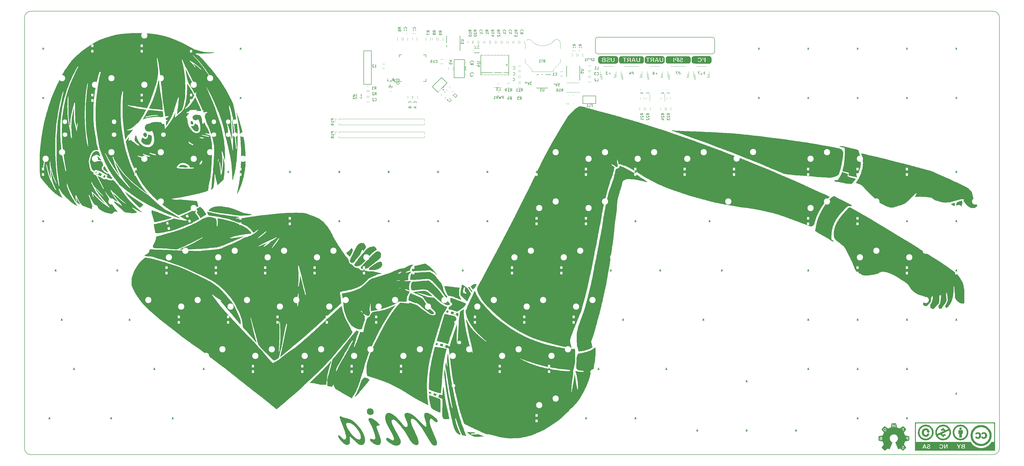
<source format=gbr>
%TF.GenerationSoftware,KiCad,Pcbnew,4.0.5+dfsg1-4*%
%TF.CreationDate,2018-04-07T15:20:27+10:00*%
%TF.ProjectId,mia,6D69612E6B696361645F706362000000,rev?*%
%TF.FileFunction,Legend,Bot*%
%FSLAX46Y46*%
G04 Gerber Fmt 4.6, Leading zero omitted, Abs format (unit mm)*
G04 Created by KiCad (PCBNEW 4.0.5+dfsg1-4) date Sat Apr  7 15:20:27 2018*
%MOMM*%
%LPD*%
G01*
G04 APERTURE LIST*
%ADD10C,0.050000*%
%ADD11C,0.150000*%
%ADD12C,0.120000*%
%ADD13C,0.203200*%
%ADD14C,0.010000*%
%ADD15C,0.152400*%
%ADD16C,5.800000*%
%ADD17C,2.400000*%
%ADD18R,1.400000X1.400000*%
%ADD19O,1.400000X1.400000*%
%ADD20R,1.000000X1.950000*%
%ADD21R,1.400000X1.650000*%
%ADD22R,1.650000X1.400000*%
%ADD23R,1.100000X1.700000*%
%ADD24R,1.700000X1.100000*%
%ADD25R,2.100000X2.100000*%
%ADD26C,2.100000*%
%ADD27R,1.950000X1.000000*%
%ADD28R,1.500000X1.000000*%
%ADD29C,1.900000*%
%ADD30R,1.960000X1.050000*%
%ADD31R,1.900000X1.900000*%
%ADD32R,3.000000X2.300000*%
%ADD33R,3.900000X3.700000*%
%ADD34R,4.400000X4.400000*%
%ADD35R,1.000000X2.200000*%
%ADD36R,1.600000X2.200000*%
%ADD37C,1.400000*%
%ADD38R,1.400000X3.600000*%
%ADD39R,1.600000X1.600000*%
%ADD40C,1.800000*%
%ADD41O,1.800000X1.800000*%
%ADD42R,1.900000X0.700000*%
%ADD43R,0.700000X1.900000*%
%ADD44R,0.850000X1.000000*%
%ADD45C,5.400000*%
G04 APERTURE END LIST*
D10*
D11*
X241750000Y-60750000D02*
G75*
G03X242750000Y-61750000I1000000J0D01*
G01*
X286750000Y-61750000D02*
G75*
G03X287750000Y-60750000I0J1000000D01*
G01*
X287750000Y-56250000D02*
G75*
G03X286750000Y-55250000I-1000000J0D01*
G01*
X242750000Y-55250000D02*
G75*
G03X241750000Y-56250000I0J-1000000D01*
G01*
X286750000Y-61750000D02*
X242750000Y-61750000D01*
X287750000Y-56250000D02*
X287750000Y-60750000D01*
X242750000Y-55250000D02*
X286750000Y-55250000D01*
X241750000Y-60750000D02*
X241750000Y-56250000D01*
X23812600Y-45243940D02*
G75*
G03X21431340Y-47625200I0J-2381260D01*
G01*
X21431340Y-214313400D02*
G75*
G03X23812600Y-216694660I2381260J0D01*
G01*
X395289160Y-216694660D02*
G75*
G03X397670420Y-214313400I0J2381260D01*
G01*
X397670420Y-47625200D02*
G75*
G03X395289160Y-45243940I-2381260J0D01*
G01*
X21431340Y-214313400D02*
X21431340Y-47625200D01*
X395289160Y-216694660D02*
X23812600Y-216694660D01*
X397670420Y-47625200D02*
X397670420Y-214313400D01*
X23812600Y-45243940D02*
X395289160Y-45243940D01*
D12*
X175715000Y-91890000D02*
X175715000Y-92692470D01*
X175715000Y-93307530D02*
X175715000Y-94110000D01*
X142760000Y-91890000D02*
X175715000Y-91890000D01*
X142760000Y-94110000D02*
X175715000Y-94110000D01*
X142760000Y-91890000D02*
X142760000Y-92436529D01*
X142760000Y-93563471D02*
X142760000Y-94110000D01*
X142000000Y-91890000D02*
X141240000Y-91890000D01*
X141240000Y-91890000D02*
X141240000Y-93000000D01*
D11*
X189503110Y-59015630D02*
X189453110Y-59015630D01*
X189503110Y-54865630D02*
X189358110Y-54865630D01*
X184353110Y-54865630D02*
X184498110Y-54865630D01*
X184353110Y-59015630D02*
X184498110Y-59015630D01*
X189503110Y-59015630D02*
X189503110Y-54865630D01*
X184353110Y-59015630D02*
X184353110Y-54865630D01*
X189453110Y-59015630D02*
X189453110Y-60415630D01*
D13*
X151444110Y-78444630D02*
X149412110Y-78444630D01*
X149412110Y-77936630D02*
X151444110Y-77936630D01*
X151444110Y-78444630D02*
G75*
G02X150428110Y-79460630I-1016000J0D01*
G01*
X150428110Y-79460630D02*
G75*
G02X149412110Y-78444630I0J1016000D01*
G01*
X149412110Y-77936630D02*
G75*
G02X150428110Y-76920630I1016000J0D01*
G01*
X150428110Y-76920630D02*
G75*
G02X151444110Y-77936630I0J-1016000D01*
G01*
D12*
X229178110Y-70290630D02*
X228178110Y-70290630D01*
X228178110Y-68590630D02*
X229178110Y-68590630D01*
X154428110Y-80290630D02*
X153428110Y-80290630D01*
X153428110Y-78590630D02*
X154428110Y-78590630D01*
X239928110Y-70290630D02*
X238928110Y-70290630D01*
X238928110Y-68590630D02*
X239928110Y-68590630D01*
X211928110Y-70840630D02*
X212928110Y-70840630D01*
X212928110Y-72540630D02*
X211928110Y-72540630D01*
X211928110Y-66340630D02*
X212928110Y-66340630D01*
X212928110Y-68040630D02*
X211928110Y-68040630D01*
X211928110Y-68590630D02*
X212928110Y-68590630D01*
X212928110Y-70290630D02*
X211928110Y-70290630D01*
X193278110Y-69190630D02*
X193278110Y-70190630D01*
X191578110Y-70190630D02*
X191578110Y-69190630D01*
X191578110Y-65690630D02*
X191578110Y-64690630D01*
X193278110Y-64690630D02*
X193278110Y-65690630D01*
X169278110Y-55440630D02*
X169278110Y-56440630D01*
X167578110Y-56440630D02*
X167578110Y-55440630D01*
X159428110Y-65590630D02*
X160428110Y-65590630D01*
X160428110Y-67290630D02*
X159428110Y-67290630D01*
X172778110Y-55440630D02*
X172778110Y-56440630D01*
X171078110Y-56440630D02*
X171078110Y-55440630D01*
X171328110Y-78940630D02*
X171328110Y-77940630D01*
X173028110Y-77940630D02*
X173028110Y-78940630D01*
X181928110Y-63840630D02*
X182928110Y-63840630D01*
X182928110Y-65540630D02*
X181928110Y-65540630D01*
X169328110Y-78940630D02*
X169328110Y-77940630D01*
X171028110Y-77940630D02*
X171028110Y-78940630D01*
X240028110Y-66310630D02*
X238828110Y-66310630D01*
X238828110Y-68070630D02*
X240028110Y-68070630D01*
X240028110Y-70810630D02*
X238828110Y-70810630D01*
X238828110Y-72570630D02*
X240028110Y-72570630D01*
X165298110Y-55340630D02*
X165298110Y-56540630D01*
X167058110Y-56540630D02*
X167058110Y-55340630D01*
X178058110Y-56540630D02*
X178058110Y-55340630D01*
X176298110Y-55340630D02*
X176298110Y-56540630D01*
X180480000Y-56540630D02*
X180480000Y-55340630D01*
X178720000Y-55340630D02*
X178720000Y-56540630D01*
D11*
X155328110Y-73520630D02*
X152328110Y-73520630D01*
X155328110Y-60520630D02*
X155328110Y-73520630D01*
X152328110Y-60520630D02*
X155328110Y-60520630D01*
X152328110Y-73520630D02*
X152328110Y-60520630D01*
D12*
X153328110Y-75820630D02*
X154528110Y-75820630D01*
X154528110Y-74060630D02*
X153328110Y-74060630D01*
X153328110Y-78070630D02*
X154528110Y-78070630D01*
X154528110Y-76310630D02*
X153328110Y-76310630D01*
D11*
X223253110Y-69750630D02*
X223253110Y-69800630D01*
X219103110Y-69750630D02*
X219103110Y-69895630D01*
X219103110Y-74900630D02*
X219103110Y-74755630D01*
X223253110Y-74900630D02*
X223253110Y-74755630D01*
X223253110Y-69750630D02*
X219103110Y-69750630D01*
X223253110Y-74900630D02*
X219103110Y-74900630D01*
X223253110Y-69800630D02*
X224653110Y-69800630D01*
D12*
X211828110Y-78070630D02*
X213028110Y-78070630D01*
X213028110Y-76310630D02*
X211828110Y-76310630D01*
X209278110Y-76310630D02*
X208078110Y-76310630D01*
X208078110Y-78070630D02*
X209278110Y-78070630D01*
D11*
X241928110Y-80940630D02*
X241928110Y-77940630D01*
X236928110Y-80940630D02*
X241928110Y-80940630D01*
X236928110Y-77940630D02*
X236928110Y-80940630D01*
X241928110Y-77940630D02*
X236928110Y-77940630D01*
D12*
X231528110Y-77830630D02*
X233328110Y-77830630D01*
X233328110Y-81050630D02*
X230378110Y-81050630D01*
D11*
X191178110Y-63940630D02*
X187178110Y-63940630D01*
X191178110Y-70940630D02*
X191178110Y-63940630D01*
X187178110Y-70940630D02*
X191178110Y-70940630D01*
X187178110Y-63940630D02*
X187178110Y-70940630D01*
D12*
X185048110Y-66840630D02*
X185048110Y-68040630D01*
X186808110Y-68040630D02*
X186808110Y-66840630D01*
D14*
G36*
X195283137Y-153556620D02*
X195350514Y-153676522D01*
X195428188Y-153858809D01*
X195464254Y-153995847D01*
X195464571Y-154003849D01*
X195497289Y-154149528D01*
X195531987Y-154228556D01*
X195592637Y-154349543D01*
X195696064Y-154563185D01*
X195823542Y-154830666D01*
X195872883Y-154935143D01*
X196019093Y-155230552D01*
X196165825Y-155502239D01*
X196287034Y-155702608D01*
X196313467Y-155740278D01*
X196422105Y-155906543D01*
X196478393Y-156032284D01*
X196480571Y-156048707D01*
X196529556Y-156127997D01*
X196553143Y-156132571D01*
X196621756Y-156189178D01*
X196625714Y-156216435D01*
X196666769Y-156323242D01*
X196769080Y-156486393D01*
X196807143Y-156538165D01*
X196921406Y-156704007D01*
X196984327Y-156826498D01*
X196988571Y-156847396D01*
X197037185Y-156937758D01*
X197047224Y-156942952D01*
X197118387Y-157011858D01*
X197238850Y-157163260D01*
X197332953Y-157293714D01*
X197518219Y-157542418D01*
X197722063Y-157790797D01*
X197800443Y-157878436D01*
X197965716Y-158059735D01*
X198183142Y-158303335D01*
X198410194Y-158561527D01*
X198447311Y-158604151D01*
X199220213Y-159486636D01*
X199919825Y-160269696D01*
X200561841Y-160968572D01*
X201161955Y-161598503D01*
X201735860Y-162174733D01*
X202299249Y-162712501D01*
X202867818Y-163227049D01*
X203457258Y-163733617D01*
X204083265Y-164247447D01*
X204761530Y-164783780D01*
X205004205Y-164971938D01*
X205328981Y-165223229D01*
X205630160Y-165457244D01*
X205880883Y-165653044D01*
X206054294Y-165789690D01*
X206096286Y-165823331D01*
X206259929Y-165938381D01*
X206387482Y-165998503D01*
X206404714Y-166000965D01*
X206490888Y-166037018D01*
X206497902Y-166056714D01*
X206554278Y-166120611D01*
X206702616Y-166244375D01*
X206915343Y-166405546D01*
X207010238Y-166474000D01*
X207265519Y-166658118D01*
X207492571Y-166826189D01*
X207651734Y-166948736D01*
X207679050Y-166971143D01*
X207810642Y-167070050D01*
X208043707Y-167232801D01*
X208357131Y-167445535D01*
X208729798Y-167694389D01*
X209140593Y-167965499D01*
X209568402Y-168245004D01*
X209992110Y-168519040D01*
X210390601Y-168773745D01*
X210742760Y-168995256D01*
X211027473Y-169169710D01*
X211031143Y-169171910D01*
X211649134Y-169532743D01*
X212319731Y-169907720D01*
X213010402Y-170279755D01*
X213688613Y-170631764D01*
X214321830Y-170946660D01*
X214877520Y-171207359D01*
X215062900Y-171289227D01*
X215352255Y-171414909D01*
X215649511Y-171545089D01*
X215784571Y-171604711D01*
X216042991Y-171718281D01*
X216296002Y-171827898D01*
X216365143Y-171857442D01*
X216568621Y-171947256D01*
X216731106Y-172024536D01*
X216745158Y-172031815D01*
X216908716Y-172089136D01*
X216982000Y-172098285D01*
X217139983Y-172131206D01*
X217218842Y-172164756D01*
X217475857Y-172285220D01*
X217805397Y-172419132D01*
X218140638Y-172539350D01*
X218143143Y-172540176D01*
X218341305Y-172613389D01*
X218480618Y-172678934D01*
X218502371Y-172693672D01*
X218626807Y-172741523D01*
X218723714Y-172751428D01*
X218880332Y-172780760D01*
X218945057Y-172817917D01*
X219030627Y-172859234D01*
X219227283Y-172936319D01*
X219508156Y-173039831D01*
X219846375Y-173160434D01*
X220215070Y-173288786D01*
X220587372Y-173415549D01*
X220936410Y-173531385D01*
X221235315Y-173626953D01*
X221457218Y-173692916D01*
X221481428Y-173699474D01*
X221676281Y-173753693D01*
X221937264Y-173829258D01*
X222098286Y-173877017D01*
X222378420Y-173958279D01*
X222650420Y-174032883D01*
X222769571Y-174063481D01*
X223039429Y-174130245D01*
X223310373Y-174198008D01*
X223313857Y-174198886D01*
X223888985Y-174342954D01*
X224345224Y-174454894D01*
X224704031Y-174539600D01*
X224986858Y-174601966D01*
X225215160Y-174646885D01*
X225410391Y-174679253D01*
X225436571Y-174683099D01*
X225654673Y-174725522D01*
X225831298Y-174777327D01*
X225835714Y-174779100D01*
X226015112Y-174834940D01*
X226302656Y-174905015D01*
X226662935Y-174982165D01*
X227060538Y-175059229D01*
X227460056Y-175129045D01*
X227826076Y-175184454D01*
X227867714Y-175190011D01*
X228081846Y-175225317D01*
X228244557Y-175264556D01*
X228266857Y-175272532D01*
X228409972Y-175315040D01*
X228658072Y-175373585D01*
X228973002Y-175440176D01*
X229316608Y-175506825D01*
X229650735Y-175565540D01*
X229718286Y-175576458D01*
X230031200Y-175631758D01*
X230358486Y-175697992D01*
X230480286Y-175725425D01*
X230761922Y-175765901D01*
X231159305Y-175780001D01*
X231684388Y-175768031D01*
X231847991Y-175760451D01*
X232286275Y-175742086D01*
X232603732Y-175738666D01*
X232823999Y-175751119D01*
X232970712Y-175780375D01*
X233034571Y-175807074D01*
X233175828Y-175865081D01*
X233264546Y-175830812D01*
X233312926Y-175772195D01*
X233388888Y-175686187D01*
X233464860Y-175689771D01*
X233587413Y-175774171D01*
X233666627Y-175854736D01*
X233730741Y-175974324D01*
X233781179Y-176147113D01*
X233819365Y-176387284D01*
X233846722Y-176709014D01*
X233864675Y-177126482D01*
X233874646Y-177653866D01*
X233878060Y-178305347D01*
X233877789Y-178666000D01*
X233870343Y-179478230D01*
X233851984Y-180173416D01*
X233823085Y-180745979D01*
X233784015Y-181190342D01*
X233735147Y-181500928D01*
X233677661Y-181670866D01*
X233652122Y-181725465D01*
X233625938Y-181817832D01*
X233595080Y-181969746D01*
X233555516Y-182202990D01*
X233503215Y-182539343D01*
X233444626Y-182930026D01*
X233402567Y-183117012D01*
X233350122Y-183232780D01*
X233339191Y-183242738D01*
X233291206Y-183337720D01*
X233274286Y-183481768D01*
X233243508Y-183662658D01*
X233185248Y-183769724D01*
X233134138Y-183902717D01*
X233109294Y-184165334D01*
X233108383Y-184419238D01*
X233106837Y-184755507D01*
X233091382Y-185154955D01*
X233064885Y-185582548D01*
X233030214Y-186003257D01*
X232990236Y-186382050D01*
X232947818Y-186683896D01*
X232908047Y-186866920D01*
X232852577Y-187094406D01*
X232790166Y-187436525D01*
X232725444Y-187863230D01*
X232663041Y-188344473D01*
X232617392Y-188753428D01*
X232574810Y-189188612D01*
X232532244Y-189665386D01*
X232491175Y-190162282D01*
X232453087Y-190657830D01*
X232419463Y-191130564D01*
X232391785Y-191559014D01*
X232371537Y-191921712D01*
X232360202Y-192197190D01*
X232359262Y-192363980D01*
X232365205Y-192404253D01*
X232454770Y-192408195D01*
X232533909Y-192371968D01*
X232610831Y-192275036D01*
X232662333Y-192082656D01*
X232693714Y-191793964D01*
X232720805Y-191527248D01*
X232756745Y-191311761D01*
X232793195Y-191195460D01*
X232838075Y-191072498D01*
X232886635Y-190859775D01*
X232915667Y-190687460D01*
X232966714Y-190362066D01*
X233027228Y-190013518D01*
X233052646Y-189878286D01*
X233161516Y-189301997D01*
X233268196Y-188706700D01*
X233362282Y-188151557D01*
X233416375Y-187810000D01*
X233461175Y-187518225D01*
X233519868Y-187140484D01*
X233583515Y-186734143D01*
X233623286Y-186482003D01*
X233753058Y-185662006D01*
X233838893Y-186300574D01*
X233883140Y-186630946D01*
X233924705Y-186943353D01*
X233956259Y-187182651D01*
X233962352Y-187229428D01*
X234077383Y-188093135D01*
X234180896Y-188819006D01*
X234274030Y-189413797D01*
X234357922Y-189884263D01*
X234433710Y-190237158D01*
X234502533Y-190479238D01*
X234516236Y-190516700D01*
X234564669Y-190717058D01*
X234580571Y-190901304D01*
X234614862Y-191106395D01*
X234698851Y-191351187D01*
X234804215Y-191559715D01*
X234847747Y-191617898D01*
X234902928Y-191614964D01*
X234947673Y-191485903D01*
X234981330Y-191249398D01*
X235003250Y-190924136D01*
X235012781Y-190528800D01*
X235009271Y-190082076D01*
X234992070Y-189602649D01*
X234960527Y-189109204D01*
X234942503Y-188898571D01*
X234787386Y-187606261D01*
X234568317Y-186356408D01*
X234514855Y-186104571D01*
X234459153Y-185849137D01*
X234408264Y-185613449D01*
X234396904Y-185560286D01*
X234344820Y-185378483D01*
X234255643Y-185123277D01*
X234164042Y-184888152D01*
X234075815Y-184654305D01*
X234023280Y-184476709D01*
X234017711Y-184393533D01*
X234017891Y-184393347D01*
X234102688Y-184386996D01*
X234295564Y-184404062D01*
X234561985Y-184440981D01*
X234700424Y-184463770D01*
X235145590Y-184540040D01*
X235478226Y-184594750D01*
X235728738Y-184631573D01*
X235927529Y-184654183D01*
X236105002Y-184666254D01*
X236291561Y-184671458D01*
X236431143Y-184672893D01*
X236878179Y-184655336D01*
X237188949Y-184602049D01*
X237364814Y-184523395D01*
X237407138Y-184429736D01*
X237317283Y-184331436D01*
X237096612Y-184238858D01*
X236746487Y-184162363D01*
X236358241Y-184118489D01*
X235902246Y-184082385D01*
X235564288Y-184048207D01*
X235317600Y-184007966D01*
X235135415Y-183953669D01*
X234990965Y-183877328D01*
X234857484Y-183770950D01*
X234708206Y-183626546D01*
X234353532Y-183271872D01*
X234391221Y-181513222D01*
X234409703Y-180758711D01*
X234430220Y-180139736D01*
X234453449Y-179646694D01*
X234480068Y-179269986D01*
X234510753Y-179000008D01*
X234546183Y-178827160D01*
X234586686Y-178742200D01*
X234641636Y-178617960D01*
X234653143Y-178520213D01*
X234696455Y-178339976D01*
X234759692Y-178226299D01*
X234845099Y-178069679D01*
X234868549Y-177971079D01*
X234934551Y-177810842D01*
X235093175Y-177661521D01*
X235294597Y-177561886D01*
X235419820Y-177542073D01*
X235603095Y-177525970D01*
X235881977Y-177482437D01*
X236211512Y-177420214D01*
X236546744Y-177348043D01*
X236842718Y-177274665D01*
X236944295Y-177245653D01*
X237170133Y-177196062D01*
X237357298Y-177178285D01*
X237516041Y-177153285D01*
X237592286Y-177105714D01*
X237690344Y-177053524D01*
X237851553Y-177033143D01*
X238053313Y-177011808D01*
X238191985Y-176969308D01*
X238315931Y-176918907D01*
X238538277Y-176839323D01*
X238818907Y-176744721D01*
X238934857Y-176707017D01*
X239743043Y-176404006D01*
X240448264Y-176050393D01*
X241034797Y-175654639D01*
X241273953Y-175448046D01*
X241433986Y-175310776D01*
X241550677Y-175236421D01*
X241585846Y-175233084D01*
X241648730Y-175373674D01*
X241694519Y-175639575D01*
X241723990Y-176012062D01*
X241737923Y-176472408D01*
X241737095Y-177001888D01*
X241722284Y-177581775D01*
X241694269Y-178193343D01*
X241653828Y-178817866D01*
X241601740Y-179436617D01*
X241538782Y-180030871D01*
X241465733Y-180581901D01*
X241383372Y-181070980D01*
X241333203Y-181312008D01*
X241242723Y-181736049D01*
X241162207Y-182159513D01*
X241097555Y-182547087D01*
X241054664Y-182863458D01*
X241039428Y-183070851D01*
X240983943Y-183345593D01*
X240833057Y-183542332D01*
X240610126Y-183633838D01*
X240553709Y-183637143D01*
X240322264Y-183703645D01*
X240120759Y-183879647D01*
X239990593Y-184127000D01*
X239920008Y-184254941D01*
X239855252Y-184292700D01*
X239730745Y-184338763D01*
X239596108Y-184442416D01*
X239496612Y-184560664D01*
X239477524Y-184650510D01*
X239477890Y-184651115D01*
X239578504Y-184707907D01*
X239709380Y-184725714D01*
X239819375Y-184734176D01*
X239866305Y-184784641D01*
X239864759Y-184914726D01*
X239843077Y-185070428D01*
X239798692Y-185302742D01*
X239746782Y-185488164D01*
X239725980Y-185537372D01*
X239677721Y-185698854D01*
X239660571Y-185877803D01*
X239638672Y-186047172D01*
X239588000Y-186140857D01*
X239535810Y-186238915D01*
X239515428Y-186400125D01*
X239494190Y-186601887D01*
X239451882Y-186740556D01*
X239403325Y-186863379D01*
X239326583Y-187086624D01*
X239234730Y-187371558D01*
X239188854Y-187519714D01*
X239094890Y-187823340D01*
X239011081Y-188086950D01*
X238950246Y-188270530D01*
X238933153Y-188318000D01*
X238870265Y-188485665D01*
X238792797Y-188698582D01*
X238786152Y-188717143D01*
X238691114Y-188971068D01*
X238590047Y-189225029D01*
X238590000Y-189225143D01*
X238503053Y-189435432D01*
X238431108Y-189610562D01*
X238425512Y-189624286D01*
X238232871Y-190072504D01*
X237985060Y-190611871D01*
X237699344Y-191207758D01*
X237392989Y-191825539D01*
X237083263Y-192430586D01*
X236787429Y-192988273D01*
X236522755Y-193463971D01*
X236441340Y-193603568D01*
X236293191Y-193856809D01*
X236178269Y-194059315D01*
X236113208Y-194181472D01*
X236104571Y-194203026D01*
X236066149Y-194274051D01*
X235966273Y-194427390D01*
X235850571Y-194595428D01*
X235716525Y-194791727D01*
X235624480Y-194937205D01*
X235596571Y-194993659D01*
X235558233Y-195064496D01*
X235460991Y-195214093D01*
X235331506Y-195403972D01*
X235196440Y-195595653D01*
X235082452Y-195750656D01*
X235017701Y-195829143D01*
X234954994Y-195904198D01*
X234838503Y-196054967D01*
X234762803Y-196155714D01*
X234624679Y-196339088D01*
X234495321Y-196504008D01*
X234354061Y-196674758D01*
X234180233Y-196875624D01*
X233953170Y-197130890D01*
X233652207Y-197464841D01*
X233593121Y-197530174D01*
X233213359Y-197940523D01*
X232887760Y-198267497D01*
X232581646Y-198542501D01*
X232260336Y-198796935D01*
X231940567Y-199026612D01*
X231708878Y-199207583D01*
X231584727Y-199362147D01*
X231544475Y-199494888D01*
X231495448Y-199674004D01*
X231424266Y-199780847D01*
X231090268Y-200060755D01*
X230683287Y-200426353D01*
X230227333Y-200855355D01*
X229746416Y-201325474D01*
X229574127Y-201498141D01*
X228942759Y-202096421D01*
X228194161Y-202738675D01*
X227344978Y-203412800D01*
X226411853Y-204106690D01*
X225411428Y-204808242D01*
X224360347Y-205505353D01*
X223275252Y-206185917D01*
X222461143Y-206671199D01*
X222218412Y-206805648D01*
X221902489Y-206970644D01*
X221541482Y-207152613D01*
X221163503Y-207337981D01*
X220796664Y-207513171D01*
X220469073Y-207664610D01*
X220208843Y-207778723D01*
X220044084Y-207841935D01*
X220026365Y-207846954D01*
X219885746Y-207896859D01*
X219644343Y-207997726D01*
X219331696Y-208136627D01*
X218977347Y-208300633D01*
X218832571Y-208369401D01*
X218349731Y-208598338D01*
X217964304Y-208774278D01*
X217644071Y-208909503D01*
X217356811Y-209016296D01*
X217070303Y-209106940D01*
X216752327Y-209193716D01*
X216510286Y-209254660D01*
X216302551Y-209305912D01*
X216021798Y-209375119D01*
X215784571Y-209433562D01*
X215490321Y-209506538D01*
X215209388Y-209577038D01*
X215040714Y-209620012D01*
X214374720Y-209785569D01*
X213789138Y-209914704D01*
X213229519Y-210017245D01*
X212641413Y-210103016D01*
X211970371Y-210181845D01*
X211865714Y-210192991D01*
X211627241Y-210211259D01*
X211292608Y-210227325D01*
X210883477Y-210241021D01*
X210421512Y-210252179D01*
X209928379Y-210260631D01*
X209425739Y-210266208D01*
X208935258Y-210268743D01*
X208478598Y-210268067D01*
X208077423Y-210264012D01*
X207753398Y-210256410D01*
X207528186Y-210245092D01*
X207423450Y-210229890D01*
X207419705Y-210227514D01*
X207333709Y-210200756D01*
X207132456Y-210160966D01*
X206844777Y-210112592D01*
X206499501Y-210060085D01*
X206125459Y-210007896D01*
X205751479Y-209960473D01*
X205515714Y-209933627D01*
X205292128Y-209898652D01*
X205128374Y-209853192D01*
X205083914Y-209828738D01*
X204968859Y-209783364D01*
X204783565Y-209762946D01*
X204770715Y-209762857D01*
X204556748Y-209740849D01*
X204387124Y-209688287D01*
X204228452Y-209626062D01*
X204004956Y-209562963D01*
X203938323Y-209547811D01*
X203799409Y-209517714D01*
X203668253Y-209487380D01*
X203516771Y-209449526D01*
X203316879Y-209396874D01*
X203040497Y-209322144D01*
X202659539Y-209218055D01*
X202540286Y-209185391D01*
X202224827Y-209101353D01*
X201923767Y-209025179D01*
X201695152Y-208971492D01*
X201669428Y-208966018D01*
X201433038Y-208911948D01*
X201137457Y-208837815D01*
X200948776Y-208787508D01*
X200543730Y-208711652D01*
X200211844Y-208715288D01*
X200012084Y-208730316D01*
X199803587Y-208708609D01*
X199557878Y-208642154D01*
X199246486Y-208522936D01*
X198840936Y-208342942D01*
X198766571Y-208308508D01*
X198460676Y-208167371D01*
X198166683Y-208033547D01*
X197937564Y-207931107D01*
X197895714Y-207912824D01*
X197681854Y-207817599D01*
X197397640Y-207687721D01*
X197103767Y-207550932D01*
X197097428Y-207547950D01*
X196635266Y-207332125D01*
X196170858Y-207118264D01*
X195746918Y-206925881D01*
X195406156Y-206774493D01*
X195373857Y-206760430D01*
X195031260Y-206607780D01*
X194739950Y-206470568D01*
X194538911Y-206367235D01*
X194521143Y-206357079D01*
X194407060Y-206297413D01*
X194200852Y-206195382D01*
X193941768Y-206070329D01*
X193868000Y-206035202D01*
X193164508Y-205700418D01*
X192583182Y-205421868D01*
X192114482Y-205194792D01*
X191748870Y-205014430D01*
X191476806Y-204876021D01*
X191288751Y-204774806D01*
X191175166Y-204706024D01*
X191129195Y-204668492D01*
X191080437Y-204570250D01*
X190995509Y-204359772D01*
X190883591Y-204062699D01*
X190753865Y-203704672D01*
X190615510Y-203311331D01*
X190477706Y-202908318D01*
X190349636Y-202521272D01*
X190263882Y-202251714D01*
X190187628Y-202012923D01*
X190120220Y-201812499D01*
X190095316Y-201743714D01*
X190050261Y-201611840D01*
X189976535Y-201380919D01*
X189886824Y-201091032D01*
X189842630Y-200945428D01*
X189748965Y-200644387D01*
X189663446Y-200386419D01*
X189599169Y-200210335D01*
X189579694Y-200166270D01*
X189526671Y-199992564D01*
X189513714Y-199862125D01*
X189490158Y-199710236D01*
X189449161Y-199644098D01*
X189394712Y-199550957D01*
X189350666Y-199379478D01*
X189348807Y-199367672D01*
X189315385Y-199196354D01*
X189254635Y-198928103D01*
X189176600Y-198606232D01*
X189125671Y-198405428D01*
X189021567Y-197993634D01*
X188895514Y-197481645D01*
X188757478Y-196910856D01*
X188617424Y-196322661D01*
X188485320Y-195758457D01*
X188418043Y-195466286D01*
X188355365Y-195198634D01*
X188292556Y-194940199D01*
X188278864Y-194885714D01*
X188224041Y-194656336D01*
X188181118Y-194454516D01*
X188180320Y-194450286D01*
X188144409Y-194285857D01*
X188084777Y-194038500D01*
X188023457Y-193797143D01*
X187872453Y-193199666D01*
X187745143Y-192660080D01*
X187647454Y-192204698D01*
X187585315Y-191859834D01*
X187582043Y-191837714D01*
X187538379Y-191619564D01*
X187483592Y-191442932D01*
X187481714Y-191438571D01*
X187427102Y-191265292D01*
X187382873Y-191046895D01*
X187381786Y-191039428D01*
X187344460Y-190810231D01*
X187293129Y-190531151D01*
X187271626Y-190422571D01*
X187173251Y-189918085D01*
X187068445Y-189345385D01*
X186972652Y-188789714D01*
X186922071Y-188489028D01*
X186862443Y-188139379D01*
X186824414Y-187918857D01*
X186644127Y-186846209D01*
X186467359Y-185730877D01*
X186302452Y-184627604D01*
X186157746Y-183591136D01*
X186111312Y-183238000D01*
X186066290Y-182924501D01*
X186016666Y-182633630D01*
X185972276Y-182422402D01*
X185967311Y-182403428D01*
X185934467Y-182225320D01*
X185900438Y-181945240D01*
X185869908Y-181606242D01*
X185852798Y-181351143D01*
X185826080Y-180951467D01*
X185791750Y-180536196D01*
X185755272Y-180168276D01*
X185736229Y-180008571D01*
X185697580Y-179711680D01*
X185671115Y-179507365D01*
X212591428Y-179507365D01*
X212652014Y-179587615D01*
X212736571Y-179624687D01*
X212854219Y-179682128D01*
X212881714Y-179726750D01*
X212942303Y-179779594D01*
X213020809Y-179790857D01*
X213147888Y-179817422D01*
X213184095Y-179849687D01*
X213255974Y-179903972D01*
X213428576Y-180002765D01*
X213670474Y-180130542D01*
X213950245Y-180271780D01*
X214236464Y-180410957D01*
X214497705Y-180532549D01*
X214702544Y-180621034D01*
X214819556Y-180660887D01*
X214827964Y-180661714D01*
X214908658Y-180709791D01*
X214913714Y-180734285D01*
X214972562Y-180798509D01*
X215023556Y-180806857D01*
X215181339Y-180838983D01*
X215259413Y-180871280D01*
X215389649Y-180933928D01*
X215603122Y-181032819D01*
X215820857Y-181131740D01*
X216066835Y-181243871D01*
X216272990Y-181340302D01*
X216382301Y-181393888D01*
X216545992Y-181450928D01*
X216619143Y-181460000D01*
X216777125Y-181492920D01*
X216855985Y-181526470D01*
X217138995Y-181658317D01*
X217487055Y-181796038D01*
X217780286Y-181895984D01*
X217996452Y-181968683D01*
X218168926Y-182036448D01*
X218196587Y-182049480D01*
X218380865Y-182105290D01*
X218464447Y-182113143D01*
X218603784Y-182146246D01*
X218651143Y-182185714D01*
X218751526Y-182242599D01*
X218867259Y-182258285D01*
X219058395Y-182290824D01*
X219243976Y-182359882D01*
X219529371Y-182480141D01*
X219826610Y-182572624D01*
X220073889Y-182618935D01*
X220121584Y-182621143D01*
X220265876Y-182651772D01*
X220320286Y-182693714D01*
X220416962Y-182743141D01*
X220592179Y-182766085D01*
X220610571Y-182766285D01*
X220789817Y-182785839D01*
X220896841Y-182833455D01*
X220900857Y-182838857D01*
X221000412Y-182894061D01*
X221131257Y-182911428D01*
X221307783Y-182933077D01*
X221551054Y-182988249D01*
X221689403Y-183028047D01*
X222043594Y-183137259D01*
X222293693Y-183208731D01*
X222473435Y-183250221D01*
X222616556Y-183269486D01*
X222756791Y-183274284D01*
X222760209Y-183274285D01*
X222950174Y-183291834D01*
X223075343Y-183334605D01*
X223081628Y-183339821D01*
X223191283Y-183387822D01*
X223386289Y-183431602D01*
X223477143Y-183444680D01*
X223950962Y-183506810D01*
X224338386Y-183567960D01*
X224621043Y-183624826D01*
X224780562Y-183674103D01*
X224794317Y-183681616D01*
X224914114Y-183722204D01*
X225129316Y-183766544D01*
X225364000Y-183801147D01*
X225702018Y-183844100D01*
X226085062Y-183895287D01*
X226343714Y-183931361D01*
X226842296Y-183999902D01*
X227351718Y-184063726D01*
X227907671Y-184126940D01*
X228545844Y-184193647D01*
X229101428Y-184248589D01*
X229510237Y-184289059D01*
X229879752Y-184327080D01*
X230180558Y-184359517D01*
X230383237Y-184383233D01*
X230444000Y-184391716D01*
X230691576Y-184408219D01*
X231018984Y-184398205D01*
X231364309Y-184366357D01*
X231665632Y-184317358D01*
X231768428Y-184291539D01*
X231956325Y-184196372D01*
X232046854Y-184069463D01*
X232024460Y-183942986D01*
X231963363Y-183888277D01*
X231861802Y-183859680D01*
X231636075Y-183824194D01*
X231281697Y-183781304D01*
X230794182Y-183730496D01*
X230169042Y-183671255D01*
X229718286Y-183630764D01*
X229317078Y-183593412D01*
X228891317Y-183550708D01*
X228510429Y-183509717D01*
X228375714Y-183494137D01*
X227998794Y-183449601D01*
X227584234Y-183401305D01*
X227246817Y-183362561D01*
X226971565Y-183326014D01*
X226749330Y-183286818D01*
X226622725Y-183252660D01*
X226614778Y-183248546D01*
X226496853Y-183210238D01*
X226268629Y-183162618D01*
X225964175Y-183111313D01*
X225617563Y-183061948D01*
X225262865Y-183020147D01*
X225182571Y-183012083D01*
X224938871Y-182978465D01*
X224736649Y-182933437D01*
X224674571Y-182911717D01*
X224512778Y-182863535D01*
X224283233Y-182821820D01*
X224202857Y-182811943D01*
X223864203Y-182767857D01*
X223520421Y-182709245D01*
X223212477Y-182644416D01*
X222981334Y-182581678D01*
X222891933Y-182546089D01*
X222729786Y-182497527D01*
X222516791Y-182476056D01*
X222506482Y-182476000D01*
X222324042Y-182457118D01*
X222213119Y-182410910D01*
X222207143Y-182403428D01*
X222111843Y-182356746D01*
X221931833Y-182332035D01*
X221880571Y-182330857D01*
X221688772Y-182313740D01*
X221566617Y-182271303D01*
X221554000Y-182258285D01*
X221457538Y-182209286D01*
X221281531Y-182186016D01*
X221258447Y-182185714D01*
X221048166Y-182166607D01*
X220885674Y-182120426D01*
X220881730Y-182118380D01*
X220705038Y-182043758D01*
X220456165Y-181961007D01*
X220190879Y-181886215D01*
X219964944Y-181835471D01*
X219857361Y-181822857D01*
X219719132Y-181794263D01*
X219672098Y-181758304D01*
X219579011Y-181703390D01*
X219407619Y-181658169D01*
X219395673Y-181656199D01*
X219085626Y-181590741D01*
X218721132Y-181490185D01*
X218362950Y-181373204D01*
X218071837Y-181258468D01*
X218017127Y-181232558D01*
X217834530Y-181178186D01*
X217744000Y-181169714D01*
X217553724Y-181137704D01*
X217470872Y-181105693D01*
X217359809Y-181061697D01*
X217138086Y-180983278D01*
X216833387Y-180879911D01*
X216473399Y-180761071D01*
X216292571Y-180702435D01*
X215646344Y-180491549D01*
X215095953Y-180306648D01*
X214651706Y-180151353D01*
X214323908Y-180029285D01*
X214122864Y-179944065D01*
X214098270Y-179931491D01*
X213935305Y-179872926D01*
X213861428Y-179863428D01*
X213702542Y-179831376D01*
X213624587Y-179799324D01*
X213466681Y-179725547D01*
X213280857Y-179645714D01*
X213085152Y-179561466D01*
X212937127Y-179492104D01*
X212761419Y-179434260D01*
X212631639Y-179446075D01*
X212591428Y-179507365D01*
X185671115Y-179507365D01*
X185651433Y-179355428D01*
X212301143Y-179355428D01*
X212356368Y-179425891D01*
X212373714Y-179428000D01*
X212444177Y-179372775D01*
X212446286Y-179355428D01*
X212391061Y-179284966D01*
X212373714Y-179282857D01*
X212303252Y-179338082D01*
X212301143Y-179355428D01*
X185651433Y-179355428D01*
X185647447Y-179324659D01*
X185592792Y-178901342D01*
X185548488Y-178557143D01*
X185495767Y-178155230D01*
X185441345Y-177754465D01*
X185392065Y-177404489D01*
X185358439Y-177178285D01*
X185316288Y-176848208D01*
X185285982Y-176500556D01*
X185276619Y-176300753D01*
X185259050Y-176057029D01*
X185222817Y-175864811D01*
X185192712Y-175792753D01*
X185106316Y-175655460D01*
X185012460Y-175482212D01*
X184884142Y-175295508D01*
X184757585Y-175231085D01*
X184650867Y-175296962D01*
X184638839Y-175316502D01*
X184558665Y-175408677D01*
X184441105Y-175426067D01*
X184253895Y-175367202D01*
X184087994Y-175291428D01*
X183893664Y-175204113D01*
X183752226Y-175152377D01*
X183720392Y-175146285D01*
X183622690Y-175096484D01*
X183562857Y-175037428D01*
X183426804Y-174956234D01*
X183267968Y-174928571D01*
X183103711Y-174905266D01*
X183018571Y-174856000D01*
X182917270Y-174797234D01*
X182817143Y-174783428D01*
X182649143Y-174760072D01*
X182426653Y-174702052D01*
X182367855Y-174682837D01*
X182063618Y-174592179D01*
X181649315Y-174488976D01*
X181158586Y-174381026D01*
X180625076Y-174276130D01*
X180569286Y-174265856D01*
X180325261Y-174210812D01*
X180150134Y-174151463D01*
X180080592Y-174100348D01*
X180080521Y-174098829D01*
X180103871Y-173983430D01*
X180159829Y-173800357D01*
X180171235Y-173767428D01*
X180260857Y-173513428D01*
X180696286Y-173557896D01*
X181110142Y-173612197D01*
X181558763Y-173690345D01*
X181976480Y-173779971D01*
X182225438Y-173845919D01*
X182460829Y-173893105D01*
X182711012Y-173912571D01*
X182896316Y-173930883D01*
X183010704Y-173975882D01*
X183018571Y-173985143D01*
X183114013Y-174032107D01*
X183293559Y-174056670D01*
X183341130Y-174057714D01*
X183588042Y-174087303D01*
X183812915Y-174159225D01*
X183826705Y-174166124D01*
X184046552Y-174241277D01*
X184294405Y-174274865D01*
X184306099Y-174274981D01*
X184528603Y-174306519D01*
X184659667Y-174412004D01*
X184668956Y-174426606D01*
X184800543Y-174562212D01*
X185008052Y-174702306D01*
X185231167Y-174811899D01*
X185409155Y-174856000D01*
X185503712Y-174792756D01*
X185561572Y-174656428D01*
X185618121Y-174458719D01*
X185671812Y-174330842D01*
X185722574Y-174165396D01*
X185740000Y-173990410D01*
X185759725Y-173824296D01*
X185804553Y-173736098D01*
X185858843Y-173642940D01*
X185902489Y-173471433D01*
X185904310Y-173459672D01*
X185955795Y-173220152D01*
X186030812Y-172972523D01*
X186032038Y-172969143D01*
X186133303Y-172689519D01*
X186205259Y-172484398D01*
X186268887Y-172292130D01*
X186345166Y-172051063D01*
X186353104Y-172025714D01*
X186433582Y-171778386D01*
X186506768Y-171569722D01*
X186541387Y-171481428D01*
X186580863Y-171373979D01*
X186658110Y-171149216D01*
X186766177Y-170827904D01*
X186898114Y-170430812D01*
X187046973Y-169978705D01*
X187160702Y-169630857D01*
X187317290Y-169153281D01*
X187462038Y-168717016D01*
X187588012Y-168342545D01*
X187688281Y-168050350D01*
X187755911Y-167860914D01*
X187780620Y-167799413D01*
X187835867Y-167637085D01*
X187844571Y-167566018D01*
X187872008Y-167429296D01*
X187938883Y-167239700D01*
X187947072Y-167220319D01*
X188031858Y-167004895D01*
X188127639Y-166735960D01*
X188166380Y-166619143D01*
X188213582Y-166476359D01*
X188244308Y-166404958D01*
X188260041Y-166419102D01*
X188262263Y-166532950D01*
X188252458Y-166760661D01*
X188232107Y-167116396D01*
X188227165Y-167199714D01*
X188214115Y-167495084D01*
X188202143Y-167911661D01*
X188191611Y-168425510D01*
X188182885Y-169012697D01*
X188176327Y-169649286D01*
X188172302Y-170311344D01*
X188171143Y-170885407D01*
X188171800Y-171600457D01*
X188174114Y-172183694D01*
X188178599Y-172648440D01*
X188185767Y-173008022D01*
X188196132Y-173275762D01*
X188210208Y-173464985D01*
X188228508Y-173589016D01*
X188251546Y-173661179D01*
X188279393Y-173694528D01*
X188395870Y-173726867D01*
X188437290Y-173709978D01*
X188472515Y-173604397D01*
X188511607Y-173360974D01*
X188553927Y-172986941D01*
X188598835Y-172489530D01*
X188645692Y-171875972D01*
X188693856Y-171153498D01*
X188742690Y-170329340D01*
X188753253Y-170138857D01*
X188786261Y-169550282D01*
X188821210Y-168950775D01*
X188856093Y-168373117D01*
X188888904Y-167850089D01*
X188917635Y-167414473D01*
X188935404Y-167163428D01*
X188964730Y-166690995D01*
X188988165Y-166165502D01*
X189003026Y-165656880D01*
X189006930Y-165299438D01*
X189012471Y-164936654D01*
X189028449Y-164610590D01*
X189052371Y-164357926D01*
X189080339Y-164218885D01*
X189110567Y-164122320D01*
X189141231Y-163983164D01*
X189174867Y-163783743D01*
X189214015Y-163506381D01*
X189261213Y-163133404D01*
X189319000Y-162647138D01*
X189371407Y-162192285D01*
X189416111Y-161822771D01*
X189457029Y-161570566D01*
X189504198Y-161408497D01*
X189567657Y-161309388D01*
X189657441Y-161246067D01*
X189733627Y-161211661D01*
X189901281Y-161122685D01*
X190134727Y-160974568D01*
X190385781Y-160798029D01*
X190405836Y-160783110D01*
X190856286Y-160446415D01*
X190865772Y-161696428D01*
X190873658Y-162147976D01*
X190889299Y-162585922D01*
X190910830Y-162973949D01*
X190936384Y-163275740D01*
X190953485Y-163403935D01*
X190994538Y-163676133D01*
X191041424Y-164036704D01*
X191087083Y-164429453D01*
X191111208Y-164659714D01*
X191151550Y-165041047D01*
X191195753Y-165420931D01*
X191237283Y-165744754D01*
X191258824Y-165893428D01*
X191380836Y-166657818D01*
X191489653Y-167307542D01*
X191540893Y-167598857D01*
X191596941Y-167910708D01*
X191655657Y-168237181D01*
X191677914Y-168360857D01*
X191768631Y-168807915D01*
X191881837Y-169284910D01*
X191987461Y-169672295D01*
X192036998Y-169915401D01*
X192053714Y-170121584D01*
X192074848Y-170293977D01*
X192125725Y-170392504D01*
X192126286Y-170392857D01*
X192172968Y-170488157D01*
X192197679Y-170668167D01*
X192198857Y-170719428D01*
X192215974Y-170911227D01*
X192258411Y-171033383D01*
X192271429Y-171046000D01*
X192318111Y-171141300D01*
X192342822Y-171321310D01*
X192344000Y-171372571D01*
X192361117Y-171564370D01*
X192403554Y-171686526D01*
X192416571Y-171699143D01*
X192473133Y-171799367D01*
X192489143Y-171917922D01*
X192506279Y-172045168D01*
X192552502Y-172279769D01*
X192620032Y-172588697D01*
X192701089Y-172938924D01*
X192787892Y-173297423D01*
X192872662Y-173631164D01*
X192947619Y-173907121D01*
X192993182Y-174057714D01*
X193050243Y-174241376D01*
X193121233Y-174482789D01*
X193144830Y-174565714D01*
X193245561Y-174907018D01*
X193361619Y-175274345D01*
X193483075Y-175639180D01*
X193600001Y-175973011D01*
X193702468Y-176247326D01*
X193780545Y-176433611D01*
X193818264Y-176499597D01*
X193859798Y-176606587D01*
X193868000Y-176694281D01*
X193894925Y-176848140D01*
X193961531Y-177043397D01*
X194046559Y-177231316D01*
X194128754Y-177363158D01*
X194174048Y-177396000D01*
X194264066Y-177330861D01*
X194322612Y-177161005D01*
X194342736Y-176924770D01*
X194317488Y-176660496D01*
X194312199Y-176634000D01*
X194258166Y-176350227D01*
X194212892Y-176067986D01*
X194201395Y-175980857D01*
X194155085Y-175661989D01*
X194084172Y-175260787D01*
X193994529Y-174803197D01*
X193892029Y-174315164D01*
X193782547Y-173822634D01*
X193671954Y-173351554D01*
X193566125Y-172927869D01*
X193470933Y-172577525D01*
X193392251Y-172326469D01*
X193351464Y-172226270D01*
X193306883Y-172067384D01*
X193287458Y-171857186D01*
X193287429Y-171849553D01*
X193268271Y-171668444D01*
X193221485Y-171559141D01*
X193214857Y-171554000D01*
X193167447Y-171458334D01*
X193143132Y-171279535D01*
X193142286Y-171237660D01*
X193126048Y-171041608D01*
X193086081Y-170909246D01*
X193077147Y-170897228D01*
X193026267Y-170785566D01*
X192981072Y-170594168D01*
X192972400Y-170538000D01*
X192892667Y-170016548D01*
X192808921Y-169600365D01*
X192780811Y-169485714D01*
X192732981Y-169275896D01*
X192675883Y-168992426D01*
X192633153Y-168760000D01*
X192549166Y-168286130D01*
X192464313Y-167823408D01*
X192365611Y-167301264D01*
X192346176Y-167199714D01*
X192285779Y-166880005D01*
X192223790Y-166544882D01*
X192194505Y-166383285D01*
X192107249Y-165898678D01*
X192039232Y-165528113D01*
X191984948Y-165242618D01*
X191938895Y-165013218D01*
X191897281Y-164818710D01*
X191858841Y-164610935D01*
X191846398Y-164469570D01*
X191852837Y-164437258D01*
X191899079Y-164477753D01*
X191983444Y-164616473D01*
X192051751Y-164749976D01*
X192189056Y-165029818D01*
X192343264Y-165337291D01*
X192404876Y-165458000D01*
X192524199Y-165692685D01*
X192626305Y-165898156D01*
X192667340Y-165983576D01*
X192744568Y-166107988D01*
X192797571Y-166146862D01*
X192842472Y-166208046D01*
X192852000Y-166286524D01*
X192876593Y-166413635D01*
X192906429Y-166449809D01*
X192978995Y-166524281D01*
X193091236Y-166678315D01*
X193212480Y-166864515D01*
X193312058Y-167035486D01*
X193359302Y-167143832D01*
X193360000Y-167150740D01*
X193406231Y-167236517D01*
X193523370Y-167381812D01*
X193595857Y-167460807D01*
X193792665Y-167679870D01*
X193984369Y-167912656D01*
X194022006Y-167961797D01*
X194344484Y-168359379D01*
X194763979Y-168825560D01*
X195261443Y-169341792D01*
X195817824Y-169889526D01*
X196414074Y-170450214D01*
X197031142Y-171005307D01*
X197649978Y-171536255D01*
X197932000Y-171768912D01*
X198136915Y-171935754D01*
X198313966Y-172080084D01*
X198391602Y-172143489D01*
X198521384Y-172243235D01*
X198721529Y-172390297D01*
X198899602Y-172517910D01*
X199100322Y-172661962D01*
X199249900Y-172772825D01*
X199310857Y-172822002D01*
X199419889Y-172899459D01*
X199575628Y-172975114D01*
X199718868Y-173023874D01*
X199787978Y-173024212D01*
X199759385Y-172952031D01*
X199617783Y-172794882D01*
X199365869Y-172555424D01*
X199006339Y-172236321D01*
X198876177Y-172123979D01*
X198560532Y-171845397D01*
X198186538Y-171503010D01*
X197773984Y-171116104D01*
X197342657Y-170703963D01*
X196912345Y-170285874D01*
X196502836Y-169881122D01*
X196133918Y-169508991D01*
X195825378Y-169188768D01*
X195597004Y-168939737D01*
X195536250Y-168868857D01*
X195246018Y-168513569D01*
X194948585Y-168138190D01*
X194657930Y-167761590D01*
X194388030Y-167402638D01*
X194152862Y-167080204D01*
X193966402Y-166813158D01*
X193842630Y-166620370D01*
X193795522Y-166520709D01*
X193795429Y-166518705D01*
X193744994Y-166441590D01*
X193722857Y-166437714D01*
X193654437Y-166380986D01*
X193650286Y-166352714D01*
X193605980Y-166232577D01*
X193548793Y-166153143D01*
X193450934Y-166019704D01*
X193327327Y-165822592D01*
X193284533Y-165748285D01*
X193073140Y-165371348D01*
X192918938Y-165095311D01*
X192808450Y-164894296D01*
X192728198Y-164742425D01*
X192664707Y-164613820D01*
X192604500Y-164482604D01*
X192534100Y-164322898D01*
X192490870Y-164224285D01*
X192378664Y-163974047D01*
X192271981Y-163744649D01*
X192228928Y-163655976D01*
X192153890Y-163451066D01*
X192126286Y-163279259D01*
X192098647Y-163127931D01*
X192053714Y-163063143D01*
X192004287Y-162966466D01*
X191981343Y-162791249D01*
X191981143Y-162772857D01*
X191961589Y-162593611D01*
X191913973Y-162486588D01*
X191908571Y-162482571D01*
X191859144Y-162385895D01*
X191836200Y-162210678D01*
X191836000Y-162192285D01*
X191816447Y-162013040D01*
X191768830Y-161906016D01*
X191763429Y-161902000D01*
X191722349Y-161807119D01*
X191698820Y-161615878D01*
X191692943Y-161376005D01*
X191704819Y-161135231D01*
X191734552Y-160941285D01*
X191761215Y-160866872D01*
X191812549Y-160756724D01*
X191905933Y-160539424D01*
X192029726Y-160242668D01*
X192172292Y-159894153D01*
X192230796Y-159749367D01*
X192392853Y-159354244D01*
X192556627Y-158967644D01*
X192705200Y-158628706D01*
X192821653Y-158376570D01*
X192842490Y-158334224D01*
X192987568Y-158037168D01*
X193134139Y-157724907D01*
X193213961Y-157547714D01*
X193331435Y-157283470D01*
X193475472Y-156964746D01*
X193590690Y-156713143D01*
X193723285Y-156424835D01*
X193852178Y-156142885D01*
X193939156Y-155951143D01*
X194213793Y-155346378D01*
X194532881Y-154652481D01*
X194695742Y-154301021D01*
X194814664Y-154037140D01*
X194905169Y-153821374D01*
X194952746Y-153688907D01*
X194956571Y-153668575D01*
X195013110Y-153581481D01*
X195096514Y-153522783D01*
X195201627Y-153492218D01*
X195283137Y-153556620D01*
X195283137Y-153556620D01*
G37*
X195283137Y-153556620D02*
X195350514Y-153676522D01*
X195428188Y-153858809D01*
X195464254Y-153995847D01*
X195464571Y-154003849D01*
X195497289Y-154149528D01*
X195531987Y-154228556D01*
X195592637Y-154349543D01*
X195696064Y-154563185D01*
X195823542Y-154830666D01*
X195872883Y-154935143D01*
X196019093Y-155230552D01*
X196165825Y-155502239D01*
X196287034Y-155702608D01*
X196313467Y-155740278D01*
X196422105Y-155906543D01*
X196478393Y-156032284D01*
X196480571Y-156048707D01*
X196529556Y-156127997D01*
X196553143Y-156132571D01*
X196621756Y-156189178D01*
X196625714Y-156216435D01*
X196666769Y-156323242D01*
X196769080Y-156486393D01*
X196807143Y-156538165D01*
X196921406Y-156704007D01*
X196984327Y-156826498D01*
X196988571Y-156847396D01*
X197037185Y-156937758D01*
X197047224Y-156942952D01*
X197118387Y-157011858D01*
X197238850Y-157163260D01*
X197332953Y-157293714D01*
X197518219Y-157542418D01*
X197722063Y-157790797D01*
X197800443Y-157878436D01*
X197965716Y-158059735D01*
X198183142Y-158303335D01*
X198410194Y-158561527D01*
X198447311Y-158604151D01*
X199220213Y-159486636D01*
X199919825Y-160269696D01*
X200561841Y-160968572D01*
X201161955Y-161598503D01*
X201735860Y-162174733D01*
X202299249Y-162712501D01*
X202867818Y-163227049D01*
X203457258Y-163733617D01*
X204083265Y-164247447D01*
X204761530Y-164783780D01*
X205004205Y-164971938D01*
X205328981Y-165223229D01*
X205630160Y-165457244D01*
X205880883Y-165653044D01*
X206054294Y-165789690D01*
X206096286Y-165823331D01*
X206259929Y-165938381D01*
X206387482Y-165998503D01*
X206404714Y-166000965D01*
X206490888Y-166037018D01*
X206497902Y-166056714D01*
X206554278Y-166120611D01*
X206702616Y-166244375D01*
X206915343Y-166405546D01*
X207010238Y-166474000D01*
X207265519Y-166658118D01*
X207492571Y-166826189D01*
X207651734Y-166948736D01*
X207679050Y-166971143D01*
X207810642Y-167070050D01*
X208043707Y-167232801D01*
X208357131Y-167445535D01*
X208729798Y-167694389D01*
X209140593Y-167965499D01*
X209568402Y-168245004D01*
X209992110Y-168519040D01*
X210390601Y-168773745D01*
X210742760Y-168995256D01*
X211027473Y-169169710D01*
X211031143Y-169171910D01*
X211649134Y-169532743D01*
X212319731Y-169907720D01*
X213010402Y-170279755D01*
X213688613Y-170631764D01*
X214321830Y-170946660D01*
X214877520Y-171207359D01*
X215062900Y-171289227D01*
X215352255Y-171414909D01*
X215649511Y-171545089D01*
X215784571Y-171604711D01*
X216042991Y-171718281D01*
X216296002Y-171827898D01*
X216365143Y-171857442D01*
X216568621Y-171947256D01*
X216731106Y-172024536D01*
X216745158Y-172031815D01*
X216908716Y-172089136D01*
X216982000Y-172098285D01*
X217139983Y-172131206D01*
X217218842Y-172164756D01*
X217475857Y-172285220D01*
X217805397Y-172419132D01*
X218140638Y-172539350D01*
X218143143Y-172540176D01*
X218341305Y-172613389D01*
X218480618Y-172678934D01*
X218502371Y-172693672D01*
X218626807Y-172741523D01*
X218723714Y-172751428D01*
X218880332Y-172780760D01*
X218945057Y-172817917D01*
X219030627Y-172859234D01*
X219227283Y-172936319D01*
X219508156Y-173039831D01*
X219846375Y-173160434D01*
X220215070Y-173288786D01*
X220587372Y-173415549D01*
X220936410Y-173531385D01*
X221235315Y-173626953D01*
X221457218Y-173692916D01*
X221481428Y-173699474D01*
X221676281Y-173753693D01*
X221937264Y-173829258D01*
X222098286Y-173877017D01*
X222378420Y-173958279D01*
X222650420Y-174032883D01*
X222769571Y-174063481D01*
X223039429Y-174130245D01*
X223310373Y-174198008D01*
X223313857Y-174198886D01*
X223888985Y-174342954D01*
X224345224Y-174454894D01*
X224704031Y-174539600D01*
X224986858Y-174601966D01*
X225215160Y-174646885D01*
X225410391Y-174679253D01*
X225436571Y-174683099D01*
X225654673Y-174725522D01*
X225831298Y-174777327D01*
X225835714Y-174779100D01*
X226015112Y-174834940D01*
X226302656Y-174905015D01*
X226662935Y-174982165D01*
X227060538Y-175059229D01*
X227460056Y-175129045D01*
X227826076Y-175184454D01*
X227867714Y-175190011D01*
X228081846Y-175225317D01*
X228244557Y-175264556D01*
X228266857Y-175272532D01*
X228409972Y-175315040D01*
X228658072Y-175373585D01*
X228973002Y-175440176D01*
X229316608Y-175506825D01*
X229650735Y-175565540D01*
X229718286Y-175576458D01*
X230031200Y-175631758D01*
X230358486Y-175697992D01*
X230480286Y-175725425D01*
X230761922Y-175765901D01*
X231159305Y-175780001D01*
X231684388Y-175768031D01*
X231847991Y-175760451D01*
X232286275Y-175742086D01*
X232603732Y-175738666D01*
X232823999Y-175751119D01*
X232970712Y-175780375D01*
X233034571Y-175807074D01*
X233175828Y-175865081D01*
X233264546Y-175830812D01*
X233312926Y-175772195D01*
X233388888Y-175686187D01*
X233464860Y-175689771D01*
X233587413Y-175774171D01*
X233666627Y-175854736D01*
X233730741Y-175974324D01*
X233781179Y-176147113D01*
X233819365Y-176387284D01*
X233846722Y-176709014D01*
X233864675Y-177126482D01*
X233874646Y-177653866D01*
X233878060Y-178305347D01*
X233877789Y-178666000D01*
X233870343Y-179478230D01*
X233851984Y-180173416D01*
X233823085Y-180745979D01*
X233784015Y-181190342D01*
X233735147Y-181500928D01*
X233677661Y-181670866D01*
X233652122Y-181725465D01*
X233625938Y-181817832D01*
X233595080Y-181969746D01*
X233555516Y-182202990D01*
X233503215Y-182539343D01*
X233444626Y-182930026D01*
X233402567Y-183117012D01*
X233350122Y-183232780D01*
X233339191Y-183242738D01*
X233291206Y-183337720D01*
X233274286Y-183481768D01*
X233243508Y-183662658D01*
X233185248Y-183769724D01*
X233134138Y-183902717D01*
X233109294Y-184165334D01*
X233108383Y-184419238D01*
X233106837Y-184755507D01*
X233091382Y-185154955D01*
X233064885Y-185582548D01*
X233030214Y-186003257D01*
X232990236Y-186382050D01*
X232947818Y-186683896D01*
X232908047Y-186866920D01*
X232852577Y-187094406D01*
X232790166Y-187436525D01*
X232725444Y-187863230D01*
X232663041Y-188344473D01*
X232617392Y-188753428D01*
X232574810Y-189188612D01*
X232532244Y-189665386D01*
X232491175Y-190162282D01*
X232453087Y-190657830D01*
X232419463Y-191130564D01*
X232391785Y-191559014D01*
X232371537Y-191921712D01*
X232360202Y-192197190D01*
X232359262Y-192363980D01*
X232365205Y-192404253D01*
X232454770Y-192408195D01*
X232533909Y-192371968D01*
X232610831Y-192275036D01*
X232662333Y-192082656D01*
X232693714Y-191793964D01*
X232720805Y-191527248D01*
X232756745Y-191311761D01*
X232793195Y-191195460D01*
X232838075Y-191072498D01*
X232886635Y-190859775D01*
X232915667Y-190687460D01*
X232966714Y-190362066D01*
X233027228Y-190013518D01*
X233052646Y-189878286D01*
X233161516Y-189301997D01*
X233268196Y-188706700D01*
X233362282Y-188151557D01*
X233416375Y-187810000D01*
X233461175Y-187518225D01*
X233519868Y-187140484D01*
X233583515Y-186734143D01*
X233623286Y-186482003D01*
X233753058Y-185662006D01*
X233838893Y-186300574D01*
X233883140Y-186630946D01*
X233924705Y-186943353D01*
X233956259Y-187182651D01*
X233962352Y-187229428D01*
X234077383Y-188093135D01*
X234180896Y-188819006D01*
X234274030Y-189413797D01*
X234357922Y-189884263D01*
X234433710Y-190237158D01*
X234502533Y-190479238D01*
X234516236Y-190516700D01*
X234564669Y-190717058D01*
X234580571Y-190901304D01*
X234614862Y-191106395D01*
X234698851Y-191351187D01*
X234804215Y-191559715D01*
X234847747Y-191617898D01*
X234902928Y-191614964D01*
X234947673Y-191485903D01*
X234981330Y-191249398D01*
X235003250Y-190924136D01*
X235012781Y-190528800D01*
X235009271Y-190082076D01*
X234992070Y-189602649D01*
X234960527Y-189109204D01*
X234942503Y-188898571D01*
X234787386Y-187606261D01*
X234568317Y-186356408D01*
X234514855Y-186104571D01*
X234459153Y-185849137D01*
X234408264Y-185613449D01*
X234396904Y-185560286D01*
X234344820Y-185378483D01*
X234255643Y-185123277D01*
X234164042Y-184888152D01*
X234075815Y-184654305D01*
X234023280Y-184476709D01*
X234017711Y-184393533D01*
X234017891Y-184393347D01*
X234102688Y-184386996D01*
X234295564Y-184404062D01*
X234561985Y-184440981D01*
X234700424Y-184463770D01*
X235145590Y-184540040D01*
X235478226Y-184594750D01*
X235728738Y-184631573D01*
X235927529Y-184654183D01*
X236105002Y-184666254D01*
X236291561Y-184671458D01*
X236431143Y-184672893D01*
X236878179Y-184655336D01*
X237188949Y-184602049D01*
X237364814Y-184523395D01*
X237407138Y-184429736D01*
X237317283Y-184331436D01*
X237096612Y-184238858D01*
X236746487Y-184162363D01*
X236358241Y-184118489D01*
X235902246Y-184082385D01*
X235564288Y-184048207D01*
X235317600Y-184007966D01*
X235135415Y-183953669D01*
X234990965Y-183877328D01*
X234857484Y-183770950D01*
X234708206Y-183626546D01*
X234353532Y-183271872D01*
X234391221Y-181513222D01*
X234409703Y-180758711D01*
X234430220Y-180139736D01*
X234453449Y-179646694D01*
X234480068Y-179269986D01*
X234510753Y-179000008D01*
X234546183Y-178827160D01*
X234586686Y-178742200D01*
X234641636Y-178617960D01*
X234653143Y-178520213D01*
X234696455Y-178339976D01*
X234759692Y-178226299D01*
X234845099Y-178069679D01*
X234868549Y-177971079D01*
X234934551Y-177810842D01*
X235093175Y-177661521D01*
X235294597Y-177561886D01*
X235419820Y-177542073D01*
X235603095Y-177525970D01*
X235881977Y-177482437D01*
X236211512Y-177420214D01*
X236546744Y-177348043D01*
X236842718Y-177274665D01*
X236944295Y-177245653D01*
X237170133Y-177196062D01*
X237357298Y-177178285D01*
X237516041Y-177153285D01*
X237592286Y-177105714D01*
X237690344Y-177053524D01*
X237851553Y-177033143D01*
X238053313Y-177011808D01*
X238191985Y-176969308D01*
X238315931Y-176918907D01*
X238538277Y-176839323D01*
X238818907Y-176744721D01*
X238934857Y-176707017D01*
X239743043Y-176404006D01*
X240448264Y-176050393D01*
X241034797Y-175654639D01*
X241273953Y-175448046D01*
X241433986Y-175310776D01*
X241550677Y-175236421D01*
X241585846Y-175233084D01*
X241648730Y-175373674D01*
X241694519Y-175639575D01*
X241723990Y-176012062D01*
X241737923Y-176472408D01*
X241737095Y-177001888D01*
X241722284Y-177581775D01*
X241694269Y-178193343D01*
X241653828Y-178817866D01*
X241601740Y-179436617D01*
X241538782Y-180030871D01*
X241465733Y-180581901D01*
X241383372Y-181070980D01*
X241333203Y-181312008D01*
X241242723Y-181736049D01*
X241162207Y-182159513D01*
X241097555Y-182547087D01*
X241054664Y-182863458D01*
X241039428Y-183070851D01*
X240983943Y-183345593D01*
X240833057Y-183542332D01*
X240610126Y-183633838D01*
X240553709Y-183637143D01*
X240322264Y-183703645D01*
X240120759Y-183879647D01*
X239990593Y-184127000D01*
X239920008Y-184254941D01*
X239855252Y-184292700D01*
X239730745Y-184338763D01*
X239596108Y-184442416D01*
X239496612Y-184560664D01*
X239477524Y-184650510D01*
X239477890Y-184651115D01*
X239578504Y-184707907D01*
X239709380Y-184725714D01*
X239819375Y-184734176D01*
X239866305Y-184784641D01*
X239864759Y-184914726D01*
X239843077Y-185070428D01*
X239798692Y-185302742D01*
X239746782Y-185488164D01*
X239725980Y-185537372D01*
X239677721Y-185698854D01*
X239660571Y-185877803D01*
X239638672Y-186047172D01*
X239588000Y-186140857D01*
X239535810Y-186238915D01*
X239515428Y-186400125D01*
X239494190Y-186601887D01*
X239451882Y-186740556D01*
X239403325Y-186863379D01*
X239326583Y-187086624D01*
X239234730Y-187371558D01*
X239188854Y-187519714D01*
X239094890Y-187823340D01*
X239011081Y-188086950D01*
X238950246Y-188270530D01*
X238933153Y-188318000D01*
X238870265Y-188485665D01*
X238792797Y-188698582D01*
X238786152Y-188717143D01*
X238691114Y-188971068D01*
X238590047Y-189225029D01*
X238590000Y-189225143D01*
X238503053Y-189435432D01*
X238431108Y-189610562D01*
X238425512Y-189624286D01*
X238232871Y-190072504D01*
X237985060Y-190611871D01*
X237699344Y-191207758D01*
X237392989Y-191825539D01*
X237083263Y-192430586D01*
X236787429Y-192988273D01*
X236522755Y-193463971D01*
X236441340Y-193603568D01*
X236293191Y-193856809D01*
X236178269Y-194059315D01*
X236113208Y-194181472D01*
X236104571Y-194203026D01*
X236066149Y-194274051D01*
X235966273Y-194427390D01*
X235850571Y-194595428D01*
X235716525Y-194791727D01*
X235624480Y-194937205D01*
X235596571Y-194993659D01*
X235558233Y-195064496D01*
X235460991Y-195214093D01*
X235331506Y-195403972D01*
X235196440Y-195595653D01*
X235082452Y-195750656D01*
X235017701Y-195829143D01*
X234954994Y-195904198D01*
X234838503Y-196054967D01*
X234762803Y-196155714D01*
X234624679Y-196339088D01*
X234495321Y-196504008D01*
X234354061Y-196674758D01*
X234180233Y-196875624D01*
X233953170Y-197130890D01*
X233652207Y-197464841D01*
X233593121Y-197530174D01*
X233213359Y-197940523D01*
X232887760Y-198267497D01*
X232581646Y-198542501D01*
X232260336Y-198796935D01*
X231940567Y-199026612D01*
X231708878Y-199207583D01*
X231584727Y-199362147D01*
X231544475Y-199494888D01*
X231495448Y-199674004D01*
X231424266Y-199780847D01*
X231090268Y-200060755D01*
X230683287Y-200426353D01*
X230227333Y-200855355D01*
X229746416Y-201325474D01*
X229574127Y-201498141D01*
X228942759Y-202096421D01*
X228194161Y-202738675D01*
X227344978Y-203412800D01*
X226411853Y-204106690D01*
X225411428Y-204808242D01*
X224360347Y-205505353D01*
X223275252Y-206185917D01*
X222461143Y-206671199D01*
X222218412Y-206805648D01*
X221902489Y-206970644D01*
X221541482Y-207152613D01*
X221163503Y-207337981D01*
X220796664Y-207513171D01*
X220469073Y-207664610D01*
X220208843Y-207778723D01*
X220044084Y-207841935D01*
X220026365Y-207846954D01*
X219885746Y-207896859D01*
X219644343Y-207997726D01*
X219331696Y-208136627D01*
X218977347Y-208300633D01*
X218832571Y-208369401D01*
X218349731Y-208598338D01*
X217964304Y-208774278D01*
X217644071Y-208909503D01*
X217356811Y-209016296D01*
X217070303Y-209106940D01*
X216752327Y-209193716D01*
X216510286Y-209254660D01*
X216302551Y-209305912D01*
X216021798Y-209375119D01*
X215784571Y-209433562D01*
X215490321Y-209506538D01*
X215209388Y-209577038D01*
X215040714Y-209620012D01*
X214374720Y-209785569D01*
X213789138Y-209914704D01*
X213229519Y-210017245D01*
X212641413Y-210103016D01*
X211970371Y-210181845D01*
X211865714Y-210192991D01*
X211627241Y-210211259D01*
X211292608Y-210227325D01*
X210883477Y-210241021D01*
X210421512Y-210252179D01*
X209928379Y-210260631D01*
X209425739Y-210266208D01*
X208935258Y-210268743D01*
X208478598Y-210268067D01*
X208077423Y-210264012D01*
X207753398Y-210256410D01*
X207528186Y-210245092D01*
X207423450Y-210229890D01*
X207419705Y-210227514D01*
X207333709Y-210200756D01*
X207132456Y-210160966D01*
X206844777Y-210112592D01*
X206499501Y-210060085D01*
X206125459Y-210007896D01*
X205751479Y-209960473D01*
X205515714Y-209933627D01*
X205292128Y-209898652D01*
X205128374Y-209853192D01*
X205083914Y-209828738D01*
X204968859Y-209783364D01*
X204783565Y-209762946D01*
X204770715Y-209762857D01*
X204556748Y-209740849D01*
X204387124Y-209688287D01*
X204228452Y-209626062D01*
X204004956Y-209562963D01*
X203938323Y-209547811D01*
X203799409Y-209517714D01*
X203668253Y-209487380D01*
X203516771Y-209449526D01*
X203316879Y-209396874D01*
X203040497Y-209322144D01*
X202659539Y-209218055D01*
X202540286Y-209185391D01*
X202224827Y-209101353D01*
X201923767Y-209025179D01*
X201695152Y-208971492D01*
X201669428Y-208966018D01*
X201433038Y-208911948D01*
X201137457Y-208837815D01*
X200948776Y-208787508D01*
X200543730Y-208711652D01*
X200211844Y-208715288D01*
X200012084Y-208730316D01*
X199803587Y-208708609D01*
X199557878Y-208642154D01*
X199246486Y-208522936D01*
X198840936Y-208342942D01*
X198766571Y-208308508D01*
X198460676Y-208167371D01*
X198166683Y-208033547D01*
X197937564Y-207931107D01*
X197895714Y-207912824D01*
X197681854Y-207817599D01*
X197397640Y-207687721D01*
X197103767Y-207550932D01*
X197097428Y-207547950D01*
X196635266Y-207332125D01*
X196170858Y-207118264D01*
X195746918Y-206925881D01*
X195406156Y-206774493D01*
X195373857Y-206760430D01*
X195031260Y-206607780D01*
X194739950Y-206470568D01*
X194538911Y-206367235D01*
X194521143Y-206357079D01*
X194407060Y-206297413D01*
X194200852Y-206195382D01*
X193941768Y-206070329D01*
X193868000Y-206035202D01*
X193164508Y-205700418D01*
X192583182Y-205421868D01*
X192114482Y-205194792D01*
X191748870Y-205014430D01*
X191476806Y-204876021D01*
X191288751Y-204774806D01*
X191175166Y-204706024D01*
X191129195Y-204668492D01*
X191080437Y-204570250D01*
X190995509Y-204359772D01*
X190883591Y-204062699D01*
X190753865Y-203704672D01*
X190615510Y-203311331D01*
X190477706Y-202908318D01*
X190349636Y-202521272D01*
X190263882Y-202251714D01*
X190187628Y-202012923D01*
X190120220Y-201812499D01*
X190095316Y-201743714D01*
X190050261Y-201611840D01*
X189976535Y-201380919D01*
X189886824Y-201091032D01*
X189842630Y-200945428D01*
X189748965Y-200644387D01*
X189663446Y-200386419D01*
X189599169Y-200210335D01*
X189579694Y-200166270D01*
X189526671Y-199992564D01*
X189513714Y-199862125D01*
X189490158Y-199710236D01*
X189449161Y-199644098D01*
X189394712Y-199550957D01*
X189350666Y-199379478D01*
X189348807Y-199367672D01*
X189315385Y-199196354D01*
X189254635Y-198928103D01*
X189176600Y-198606232D01*
X189125671Y-198405428D01*
X189021567Y-197993634D01*
X188895514Y-197481645D01*
X188757478Y-196910856D01*
X188617424Y-196322661D01*
X188485320Y-195758457D01*
X188418043Y-195466286D01*
X188355365Y-195198634D01*
X188292556Y-194940199D01*
X188278864Y-194885714D01*
X188224041Y-194656336D01*
X188181118Y-194454516D01*
X188180320Y-194450286D01*
X188144409Y-194285857D01*
X188084777Y-194038500D01*
X188023457Y-193797143D01*
X187872453Y-193199666D01*
X187745143Y-192660080D01*
X187647454Y-192204698D01*
X187585315Y-191859834D01*
X187582043Y-191837714D01*
X187538379Y-191619564D01*
X187483592Y-191442932D01*
X187481714Y-191438571D01*
X187427102Y-191265292D01*
X187382873Y-191046895D01*
X187381786Y-191039428D01*
X187344460Y-190810231D01*
X187293129Y-190531151D01*
X187271626Y-190422571D01*
X187173251Y-189918085D01*
X187068445Y-189345385D01*
X186972652Y-188789714D01*
X186922071Y-188489028D01*
X186862443Y-188139379D01*
X186824414Y-187918857D01*
X186644127Y-186846209D01*
X186467359Y-185730877D01*
X186302452Y-184627604D01*
X186157746Y-183591136D01*
X186111312Y-183238000D01*
X186066290Y-182924501D01*
X186016666Y-182633630D01*
X185972276Y-182422402D01*
X185967311Y-182403428D01*
X185934467Y-182225320D01*
X185900438Y-181945240D01*
X185869908Y-181606242D01*
X185852798Y-181351143D01*
X185826080Y-180951467D01*
X185791750Y-180536196D01*
X185755272Y-180168276D01*
X185736229Y-180008571D01*
X185697580Y-179711680D01*
X185671115Y-179507365D01*
X212591428Y-179507365D01*
X212652014Y-179587615D01*
X212736571Y-179624687D01*
X212854219Y-179682128D01*
X212881714Y-179726750D01*
X212942303Y-179779594D01*
X213020809Y-179790857D01*
X213147888Y-179817422D01*
X213184095Y-179849687D01*
X213255974Y-179903972D01*
X213428576Y-180002765D01*
X213670474Y-180130542D01*
X213950245Y-180271780D01*
X214236464Y-180410957D01*
X214497705Y-180532549D01*
X214702544Y-180621034D01*
X214819556Y-180660887D01*
X214827964Y-180661714D01*
X214908658Y-180709791D01*
X214913714Y-180734285D01*
X214972562Y-180798509D01*
X215023556Y-180806857D01*
X215181339Y-180838983D01*
X215259413Y-180871280D01*
X215389649Y-180933928D01*
X215603122Y-181032819D01*
X215820857Y-181131740D01*
X216066835Y-181243871D01*
X216272990Y-181340302D01*
X216382301Y-181393888D01*
X216545992Y-181450928D01*
X216619143Y-181460000D01*
X216777125Y-181492920D01*
X216855985Y-181526470D01*
X217138995Y-181658317D01*
X217487055Y-181796038D01*
X217780286Y-181895984D01*
X217996452Y-181968683D01*
X218168926Y-182036448D01*
X218196587Y-182049480D01*
X218380865Y-182105290D01*
X218464447Y-182113143D01*
X218603784Y-182146246D01*
X218651143Y-182185714D01*
X218751526Y-182242599D01*
X218867259Y-182258285D01*
X219058395Y-182290824D01*
X219243976Y-182359882D01*
X219529371Y-182480141D01*
X219826610Y-182572624D01*
X220073889Y-182618935D01*
X220121584Y-182621143D01*
X220265876Y-182651772D01*
X220320286Y-182693714D01*
X220416962Y-182743141D01*
X220592179Y-182766085D01*
X220610571Y-182766285D01*
X220789817Y-182785839D01*
X220896841Y-182833455D01*
X220900857Y-182838857D01*
X221000412Y-182894061D01*
X221131257Y-182911428D01*
X221307783Y-182933077D01*
X221551054Y-182988249D01*
X221689403Y-183028047D01*
X222043594Y-183137259D01*
X222293693Y-183208731D01*
X222473435Y-183250221D01*
X222616556Y-183269486D01*
X222756791Y-183274284D01*
X222760209Y-183274285D01*
X222950174Y-183291834D01*
X223075343Y-183334605D01*
X223081628Y-183339821D01*
X223191283Y-183387822D01*
X223386289Y-183431602D01*
X223477143Y-183444680D01*
X223950962Y-183506810D01*
X224338386Y-183567960D01*
X224621043Y-183624826D01*
X224780562Y-183674103D01*
X224794317Y-183681616D01*
X224914114Y-183722204D01*
X225129316Y-183766544D01*
X225364000Y-183801147D01*
X225702018Y-183844100D01*
X226085062Y-183895287D01*
X226343714Y-183931361D01*
X226842296Y-183999902D01*
X227351718Y-184063726D01*
X227907671Y-184126940D01*
X228545844Y-184193647D01*
X229101428Y-184248589D01*
X229510237Y-184289059D01*
X229879752Y-184327080D01*
X230180558Y-184359517D01*
X230383237Y-184383233D01*
X230444000Y-184391716D01*
X230691576Y-184408219D01*
X231018984Y-184398205D01*
X231364309Y-184366357D01*
X231665632Y-184317358D01*
X231768428Y-184291539D01*
X231956325Y-184196372D01*
X232046854Y-184069463D01*
X232024460Y-183942986D01*
X231963363Y-183888277D01*
X231861802Y-183859680D01*
X231636075Y-183824194D01*
X231281697Y-183781304D01*
X230794182Y-183730496D01*
X230169042Y-183671255D01*
X229718286Y-183630764D01*
X229317078Y-183593412D01*
X228891317Y-183550708D01*
X228510429Y-183509717D01*
X228375714Y-183494137D01*
X227998794Y-183449601D01*
X227584234Y-183401305D01*
X227246817Y-183362561D01*
X226971565Y-183326014D01*
X226749330Y-183286818D01*
X226622725Y-183252660D01*
X226614778Y-183248546D01*
X226496853Y-183210238D01*
X226268629Y-183162618D01*
X225964175Y-183111313D01*
X225617563Y-183061948D01*
X225262865Y-183020147D01*
X225182571Y-183012083D01*
X224938871Y-182978465D01*
X224736649Y-182933437D01*
X224674571Y-182911717D01*
X224512778Y-182863535D01*
X224283233Y-182821820D01*
X224202857Y-182811943D01*
X223864203Y-182767857D01*
X223520421Y-182709245D01*
X223212477Y-182644416D01*
X222981334Y-182581678D01*
X222891933Y-182546089D01*
X222729786Y-182497527D01*
X222516791Y-182476056D01*
X222506482Y-182476000D01*
X222324042Y-182457118D01*
X222213119Y-182410910D01*
X222207143Y-182403428D01*
X222111843Y-182356746D01*
X221931833Y-182332035D01*
X221880571Y-182330857D01*
X221688772Y-182313740D01*
X221566617Y-182271303D01*
X221554000Y-182258285D01*
X221457538Y-182209286D01*
X221281531Y-182186016D01*
X221258447Y-182185714D01*
X221048166Y-182166607D01*
X220885674Y-182120426D01*
X220881730Y-182118380D01*
X220705038Y-182043758D01*
X220456165Y-181961007D01*
X220190879Y-181886215D01*
X219964944Y-181835471D01*
X219857361Y-181822857D01*
X219719132Y-181794263D01*
X219672098Y-181758304D01*
X219579011Y-181703390D01*
X219407619Y-181658169D01*
X219395673Y-181656199D01*
X219085626Y-181590741D01*
X218721132Y-181490185D01*
X218362950Y-181373204D01*
X218071837Y-181258468D01*
X218017127Y-181232558D01*
X217834530Y-181178186D01*
X217744000Y-181169714D01*
X217553724Y-181137704D01*
X217470872Y-181105693D01*
X217359809Y-181061697D01*
X217138086Y-180983278D01*
X216833387Y-180879911D01*
X216473399Y-180761071D01*
X216292571Y-180702435D01*
X215646344Y-180491549D01*
X215095953Y-180306648D01*
X214651706Y-180151353D01*
X214323908Y-180029285D01*
X214122864Y-179944065D01*
X214098270Y-179931491D01*
X213935305Y-179872926D01*
X213861428Y-179863428D01*
X213702542Y-179831376D01*
X213624587Y-179799324D01*
X213466681Y-179725547D01*
X213280857Y-179645714D01*
X213085152Y-179561466D01*
X212937127Y-179492104D01*
X212761419Y-179434260D01*
X212631639Y-179446075D01*
X212591428Y-179507365D01*
X185671115Y-179507365D01*
X185651433Y-179355428D01*
X212301143Y-179355428D01*
X212356368Y-179425891D01*
X212373714Y-179428000D01*
X212444177Y-179372775D01*
X212446286Y-179355428D01*
X212391061Y-179284966D01*
X212373714Y-179282857D01*
X212303252Y-179338082D01*
X212301143Y-179355428D01*
X185651433Y-179355428D01*
X185647447Y-179324659D01*
X185592792Y-178901342D01*
X185548488Y-178557143D01*
X185495767Y-178155230D01*
X185441345Y-177754465D01*
X185392065Y-177404489D01*
X185358439Y-177178285D01*
X185316288Y-176848208D01*
X185285982Y-176500556D01*
X185276619Y-176300753D01*
X185259050Y-176057029D01*
X185222817Y-175864811D01*
X185192712Y-175792753D01*
X185106316Y-175655460D01*
X185012460Y-175482212D01*
X184884142Y-175295508D01*
X184757585Y-175231085D01*
X184650867Y-175296962D01*
X184638839Y-175316502D01*
X184558665Y-175408677D01*
X184441105Y-175426067D01*
X184253895Y-175367202D01*
X184087994Y-175291428D01*
X183893664Y-175204113D01*
X183752226Y-175152377D01*
X183720392Y-175146285D01*
X183622690Y-175096484D01*
X183562857Y-175037428D01*
X183426804Y-174956234D01*
X183267968Y-174928571D01*
X183103711Y-174905266D01*
X183018571Y-174856000D01*
X182917270Y-174797234D01*
X182817143Y-174783428D01*
X182649143Y-174760072D01*
X182426653Y-174702052D01*
X182367855Y-174682837D01*
X182063618Y-174592179D01*
X181649315Y-174488976D01*
X181158586Y-174381026D01*
X180625076Y-174276130D01*
X180569286Y-174265856D01*
X180325261Y-174210812D01*
X180150134Y-174151463D01*
X180080592Y-174100348D01*
X180080521Y-174098829D01*
X180103871Y-173983430D01*
X180159829Y-173800357D01*
X180171235Y-173767428D01*
X180260857Y-173513428D01*
X180696286Y-173557896D01*
X181110142Y-173612197D01*
X181558763Y-173690345D01*
X181976480Y-173779971D01*
X182225438Y-173845919D01*
X182460829Y-173893105D01*
X182711012Y-173912571D01*
X182896316Y-173930883D01*
X183010704Y-173975882D01*
X183018571Y-173985143D01*
X183114013Y-174032107D01*
X183293559Y-174056670D01*
X183341130Y-174057714D01*
X183588042Y-174087303D01*
X183812915Y-174159225D01*
X183826705Y-174166124D01*
X184046552Y-174241277D01*
X184294405Y-174274865D01*
X184306099Y-174274981D01*
X184528603Y-174306519D01*
X184659667Y-174412004D01*
X184668956Y-174426606D01*
X184800543Y-174562212D01*
X185008052Y-174702306D01*
X185231167Y-174811899D01*
X185409155Y-174856000D01*
X185503712Y-174792756D01*
X185561572Y-174656428D01*
X185618121Y-174458719D01*
X185671812Y-174330842D01*
X185722574Y-174165396D01*
X185740000Y-173990410D01*
X185759725Y-173824296D01*
X185804553Y-173736098D01*
X185858843Y-173642940D01*
X185902489Y-173471433D01*
X185904310Y-173459672D01*
X185955795Y-173220152D01*
X186030812Y-172972523D01*
X186032038Y-172969143D01*
X186133303Y-172689519D01*
X186205259Y-172484398D01*
X186268887Y-172292130D01*
X186345166Y-172051063D01*
X186353104Y-172025714D01*
X186433582Y-171778386D01*
X186506768Y-171569722D01*
X186541387Y-171481428D01*
X186580863Y-171373979D01*
X186658110Y-171149216D01*
X186766177Y-170827904D01*
X186898114Y-170430812D01*
X187046973Y-169978705D01*
X187160702Y-169630857D01*
X187317290Y-169153281D01*
X187462038Y-168717016D01*
X187588012Y-168342545D01*
X187688281Y-168050350D01*
X187755911Y-167860914D01*
X187780620Y-167799413D01*
X187835867Y-167637085D01*
X187844571Y-167566018D01*
X187872008Y-167429296D01*
X187938883Y-167239700D01*
X187947072Y-167220319D01*
X188031858Y-167004895D01*
X188127639Y-166735960D01*
X188166380Y-166619143D01*
X188213582Y-166476359D01*
X188244308Y-166404958D01*
X188260041Y-166419102D01*
X188262263Y-166532950D01*
X188252458Y-166760661D01*
X188232107Y-167116396D01*
X188227165Y-167199714D01*
X188214115Y-167495084D01*
X188202143Y-167911661D01*
X188191611Y-168425510D01*
X188182885Y-169012697D01*
X188176327Y-169649286D01*
X188172302Y-170311344D01*
X188171143Y-170885407D01*
X188171800Y-171600457D01*
X188174114Y-172183694D01*
X188178599Y-172648440D01*
X188185767Y-173008022D01*
X188196132Y-173275762D01*
X188210208Y-173464985D01*
X188228508Y-173589016D01*
X188251546Y-173661179D01*
X188279393Y-173694528D01*
X188395870Y-173726867D01*
X188437290Y-173709978D01*
X188472515Y-173604397D01*
X188511607Y-173360974D01*
X188553927Y-172986941D01*
X188598835Y-172489530D01*
X188645692Y-171875972D01*
X188693856Y-171153498D01*
X188742690Y-170329340D01*
X188753253Y-170138857D01*
X188786261Y-169550282D01*
X188821210Y-168950775D01*
X188856093Y-168373117D01*
X188888904Y-167850089D01*
X188917635Y-167414473D01*
X188935404Y-167163428D01*
X188964730Y-166690995D01*
X188988165Y-166165502D01*
X189003026Y-165656880D01*
X189006930Y-165299438D01*
X189012471Y-164936654D01*
X189028449Y-164610590D01*
X189052371Y-164357926D01*
X189080339Y-164218885D01*
X189110567Y-164122320D01*
X189141231Y-163983164D01*
X189174867Y-163783743D01*
X189214015Y-163506381D01*
X189261213Y-163133404D01*
X189319000Y-162647138D01*
X189371407Y-162192285D01*
X189416111Y-161822771D01*
X189457029Y-161570566D01*
X189504198Y-161408497D01*
X189567657Y-161309388D01*
X189657441Y-161246067D01*
X189733627Y-161211661D01*
X189901281Y-161122685D01*
X190134727Y-160974568D01*
X190385781Y-160798029D01*
X190405836Y-160783110D01*
X190856286Y-160446415D01*
X190865772Y-161696428D01*
X190873658Y-162147976D01*
X190889299Y-162585922D01*
X190910830Y-162973949D01*
X190936384Y-163275740D01*
X190953485Y-163403935D01*
X190994538Y-163676133D01*
X191041424Y-164036704D01*
X191087083Y-164429453D01*
X191111208Y-164659714D01*
X191151550Y-165041047D01*
X191195753Y-165420931D01*
X191237283Y-165744754D01*
X191258824Y-165893428D01*
X191380836Y-166657818D01*
X191489653Y-167307542D01*
X191540893Y-167598857D01*
X191596941Y-167910708D01*
X191655657Y-168237181D01*
X191677914Y-168360857D01*
X191768631Y-168807915D01*
X191881837Y-169284910D01*
X191987461Y-169672295D01*
X192036998Y-169915401D01*
X192053714Y-170121584D01*
X192074848Y-170293977D01*
X192125725Y-170392504D01*
X192126286Y-170392857D01*
X192172968Y-170488157D01*
X192197679Y-170668167D01*
X192198857Y-170719428D01*
X192215974Y-170911227D01*
X192258411Y-171033383D01*
X192271429Y-171046000D01*
X192318111Y-171141300D01*
X192342822Y-171321310D01*
X192344000Y-171372571D01*
X192361117Y-171564370D01*
X192403554Y-171686526D01*
X192416571Y-171699143D01*
X192473133Y-171799367D01*
X192489143Y-171917922D01*
X192506279Y-172045168D01*
X192552502Y-172279769D01*
X192620032Y-172588697D01*
X192701089Y-172938924D01*
X192787892Y-173297423D01*
X192872662Y-173631164D01*
X192947619Y-173907121D01*
X192993182Y-174057714D01*
X193050243Y-174241376D01*
X193121233Y-174482789D01*
X193144830Y-174565714D01*
X193245561Y-174907018D01*
X193361619Y-175274345D01*
X193483075Y-175639180D01*
X193600001Y-175973011D01*
X193702468Y-176247326D01*
X193780545Y-176433611D01*
X193818264Y-176499597D01*
X193859798Y-176606587D01*
X193868000Y-176694281D01*
X193894925Y-176848140D01*
X193961531Y-177043397D01*
X194046559Y-177231316D01*
X194128754Y-177363158D01*
X194174048Y-177396000D01*
X194264066Y-177330861D01*
X194322612Y-177161005D01*
X194342736Y-176924770D01*
X194317488Y-176660496D01*
X194312199Y-176634000D01*
X194258166Y-176350227D01*
X194212892Y-176067986D01*
X194201395Y-175980857D01*
X194155085Y-175661989D01*
X194084172Y-175260787D01*
X193994529Y-174803197D01*
X193892029Y-174315164D01*
X193782547Y-173822634D01*
X193671954Y-173351554D01*
X193566125Y-172927869D01*
X193470933Y-172577525D01*
X193392251Y-172326469D01*
X193351464Y-172226270D01*
X193306883Y-172067384D01*
X193287458Y-171857186D01*
X193287429Y-171849553D01*
X193268271Y-171668444D01*
X193221485Y-171559141D01*
X193214857Y-171554000D01*
X193167447Y-171458334D01*
X193143132Y-171279535D01*
X193142286Y-171237660D01*
X193126048Y-171041608D01*
X193086081Y-170909246D01*
X193077147Y-170897228D01*
X193026267Y-170785566D01*
X192981072Y-170594168D01*
X192972400Y-170538000D01*
X192892667Y-170016548D01*
X192808921Y-169600365D01*
X192780811Y-169485714D01*
X192732981Y-169275896D01*
X192675883Y-168992426D01*
X192633153Y-168760000D01*
X192549166Y-168286130D01*
X192464313Y-167823408D01*
X192365611Y-167301264D01*
X192346176Y-167199714D01*
X192285779Y-166880005D01*
X192223790Y-166544882D01*
X192194505Y-166383285D01*
X192107249Y-165898678D01*
X192039232Y-165528113D01*
X191984948Y-165242618D01*
X191938895Y-165013218D01*
X191897281Y-164818710D01*
X191858841Y-164610935D01*
X191846398Y-164469570D01*
X191852837Y-164437258D01*
X191899079Y-164477753D01*
X191983444Y-164616473D01*
X192051751Y-164749976D01*
X192189056Y-165029818D01*
X192343264Y-165337291D01*
X192404876Y-165458000D01*
X192524199Y-165692685D01*
X192626305Y-165898156D01*
X192667340Y-165983576D01*
X192744568Y-166107988D01*
X192797571Y-166146862D01*
X192842472Y-166208046D01*
X192852000Y-166286524D01*
X192876593Y-166413635D01*
X192906429Y-166449809D01*
X192978995Y-166524281D01*
X193091236Y-166678315D01*
X193212480Y-166864515D01*
X193312058Y-167035486D01*
X193359302Y-167143832D01*
X193360000Y-167150740D01*
X193406231Y-167236517D01*
X193523370Y-167381812D01*
X193595857Y-167460807D01*
X193792665Y-167679870D01*
X193984369Y-167912656D01*
X194022006Y-167961797D01*
X194344484Y-168359379D01*
X194763979Y-168825560D01*
X195261443Y-169341792D01*
X195817824Y-169889526D01*
X196414074Y-170450214D01*
X197031142Y-171005307D01*
X197649978Y-171536255D01*
X197932000Y-171768912D01*
X198136915Y-171935754D01*
X198313966Y-172080084D01*
X198391602Y-172143489D01*
X198521384Y-172243235D01*
X198721529Y-172390297D01*
X198899602Y-172517910D01*
X199100322Y-172661962D01*
X199249900Y-172772825D01*
X199310857Y-172822002D01*
X199419889Y-172899459D01*
X199575628Y-172975114D01*
X199718868Y-173023874D01*
X199787978Y-173024212D01*
X199759385Y-172952031D01*
X199617783Y-172794882D01*
X199365869Y-172555424D01*
X199006339Y-172236321D01*
X198876177Y-172123979D01*
X198560532Y-171845397D01*
X198186538Y-171503010D01*
X197773984Y-171116104D01*
X197342657Y-170703963D01*
X196912345Y-170285874D01*
X196502836Y-169881122D01*
X196133918Y-169508991D01*
X195825378Y-169188768D01*
X195597004Y-168939737D01*
X195536250Y-168868857D01*
X195246018Y-168513569D01*
X194948585Y-168138190D01*
X194657930Y-167761590D01*
X194388030Y-167402638D01*
X194152862Y-167080204D01*
X193966402Y-166813158D01*
X193842630Y-166620370D01*
X193795522Y-166520709D01*
X193795429Y-166518705D01*
X193744994Y-166441590D01*
X193722857Y-166437714D01*
X193654437Y-166380986D01*
X193650286Y-166352714D01*
X193605980Y-166232577D01*
X193548793Y-166153143D01*
X193450934Y-166019704D01*
X193327327Y-165822592D01*
X193284533Y-165748285D01*
X193073140Y-165371348D01*
X192918938Y-165095311D01*
X192808450Y-164894296D01*
X192728198Y-164742425D01*
X192664707Y-164613820D01*
X192604500Y-164482604D01*
X192534100Y-164322898D01*
X192490870Y-164224285D01*
X192378664Y-163974047D01*
X192271981Y-163744649D01*
X192228928Y-163655976D01*
X192153890Y-163451066D01*
X192126286Y-163279259D01*
X192098647Y-163127931D01*
X192053714Y-163063143D01*
X192004287Y-162966466D01*
X191981343Y-162791249D01*
X191981143Y-162772857D01*
X191961589Y-162593611D01*
X191913973Y-162486588D01*
X191908571Y-162482571D01*
X191859144Y-162385895D01*
X191836200Y-162210678D01*
X191836000Y-162192285D01*
X191816447Y-162013040D01*
X191768830Y-161906016D01*
X191763429Y-161902000D01*
X191722349Y-161807119D01*
X191698820Y-161615878D01*
X191692943Y-161376005D01*
X191704819Y-161135231D01*
X191734552Y-160941285D01*
X191761215Y-160866872D01*
X191812549Y-160756724D01*
X191905933Y-160539424D01*
X192029726Y-160242668D01*
X192172292Y-159894153D01*
X192230796Y-159749367D01*
X192392853Y-159354244D01*
X192556627Y-158967644D01*
X192705200Y-158628706D01*
X192821653Y-158376570D01*
X192842490Y-158334224D01*
X192987568Y-158037168D01*
X193134139Y-157724907D01*
X193213961Y-157547714D01*
X193331435Y-157283470D01*
X193475472Y-156964746D01*
X193590690Y-156713143D01*
X193723285Y-156424835D01*
X193852178Y-156142885D01*
X193939156Y-155951143D01*
X194213793Y-155346378D01*
X194532881Y-154652481D01*
X194695742Y-154301021D01*
X194814664Y-154037140D01*
X194905169Y-153821374D01*
X194952746Y-153688907D01*
X194956571Y-153668575D01*
X195013110Y-153581481D01*
X195096514Y-153522783D01*
X195201627Y-153492218D01*
X195283137Y-153556620D01*
G36*
X192374190Y-207912116D02*
X192388526Y-207918864D01*
X192507879Y-207942646D01*
X192742234Y-207962896D01*
X193061464Y-207977895D01*
X193435440Y-207985922D01*
X193577714Y-207986774D01*
X194021590Y-207990919D01*
X194347079Y-208003225D01*
X194580832Y-208026297D01*
X194749500Y-208062741D01*
X194877007Y-208113774D01*
X195063719Y-208196040D01*
X195205574Y-208237621D01*
X195221721Y-208238857D01*
X195310913Y-208281881D01*
X195319429Y-208311428D01*
X195250461Y-208345208D01*
X195057615Y-208369609D01*
X194761970Y-208382511D01*
X194598439Y-208384000D01*
X194267402Y-208391215D01*
X193972407Y-208410589D01*
X193756171Y-208438714D01*
X193686015Y-208456783D01*
X193543364Y-208559746D01*
X193528798Y-208685025D01*
X193638476Y-208794416D01*
X193723238Y-208827155D01*
X193950714Y-208862925D01*
X194284537Y-208880444D01*
X194687112Y-208880063D01*
X195120840Y-208862136D01*
X195548124Y-208827013D01*
X195705893Y-208808603D01*
X196094547Y-208769380D01*
X196393317Y-208771472D01*
X196653173Y-208821160D01*
X196925083Y-208924726D01*
X197024857Y-208971180D01*
X197152472Y-209023248D01*
X197381220Y-209108330D01*
X197674688Y-209213100D01*
X197895714Y-209289849D01*
X198188254Y-209391803D01*
X198417300Y-209474607D01*
X198556378Y-209528493D01*
X198585143Y-209544208D01*
X198501986Y-209549696D01*
X198305713Y-209560388D01*
X198028187Y-209574597D01*
X197786857Y-209586499D01*
X197424209Y-209609298D01*
X197074905Y-209640192D01*
X196790211Y-209674255D01*
X196676571Y-209693185D01*
X196332773Y-209741786D01*
X195967730Y-209747790D01*
X195537275Y-209710283D01*
X195205308Y-209662746D01*
X194920791Y-209605468D01*
X194672101Y-209534114D01*
X194515880Y-209465612D01*
X194333639Y-209360707D01*
X194103436Y-209246299D01*
X194049429Y-209221905D01*
X193689481Y-209057323D01*
X193414879Y-208912613D01*
X193174994Y-208756881D01*
X192919196Y-208559234D01*
X192795169Y-208456571D01*
X192546242Y-208237391D01*
X192370350Y-208061018D01*
X192276825Y-207939790D01*
X192274995Y-207886044D01*
X192374190Y-207912116D01*
X192374190Y-207912116D01*
G37*
X192374190Y-207912116D02*
X192388526Y-207918864D01*
X192507879Y-207942646D01*
X192742234Y-207962896D01*
X193061464Y-207977895D01*
X193435440Y-207985922D01*
X193577714Y-207986774D01*
X194021590Y-207990919D01*
X194347079Y-208003225D01*
X194580832Y-208026297D01*
X194749500Y-208062741D01*
X194877007Y-208113774D01*
X195063719Y-208196040D01*
X195205574Y-208237621D01*
X195221721Y-208238857D01*
X195310913Y-208281881D01*
X195319429Y-208311428D01*
X195250461Y-208345208D01*
X195057615Y-208369609D01*
X194761970Y-208382511D01*
X194598439Y-208384000D01*
X194267402Y-208391215D01*
X193972407Y-208410589D01*
X193756171Y-208438714D01*
X193686015Y-208456783D01*
X193543364Y-208559746D01*
X193528798Y-208685025D01*
X193638476Y-208794416D01*
X193723238Y-208827155D01*
X193950714Y-208862925D01*
X194284537Y-208880444D01*
X194687112Y-208880063D01*
X195120840Y-208862136D01*
X195548124Y-208827013D01*
X195705893Y-208808603D01*
X196094547Y-208769380D01*
X196393317Y-208771472D01*
X196653173Y-208821160D01*
X196925083Y-208924726D01*
X197024857Y-208971180D01*
X197152472Y-209023248D01*
X197381220Y-209108330D01*
X197674688Y-209213100D01*
X197895714Y-209289849D01*
X198188254Y-209391803D01*
X198417300Y-209474607D01*
X198556378Y-209528493D01*
X198585143Y-209544208D01*
X198501986Y-209549696D01*
X198305713Y-209560388D01*
X198028187Y-209574597D01*
X197786857Y-209586499D01*
X197424209Y-209609298D01*
X197074905Y-209640192D01*
X196790211Y-209674255D01*
X196676571Y-209693185D01*
X196332773Y-209741786D01*
X195967730Y-209747790D01*
X195537275Y-209710283D01*
X195205308Y-209662746D01*
X194920791Y-209605468D01*
X194672101Y-209534114D01*
X194515880Y-209465612D01*
X194333639Y-209360707D01*
X194103436Y-209246299D01*
X194049429Y-209221905D01*
X193689481Y-209057323D01*
X193414879Y-208912613D01*
X193174994Y-208756881D01*
X192919196Y-208559234D01*
X192795169Y-208456571D01*
X192546242Y-208237391D01*
X192370350Y-208061018D01*
X192276825Y-207939790D01*
X192274995Y-207886044D01*
X192374190Y-207912116D01*
G36*
X184821384Y-177902526D02*
X184860410Y-178093921D01*
X184894425Y-178413569D01*
X184898502Y-178466428D01*
X184920093Y-178744075D01*
X184944488Y-179026856D01*
X184974213Y-179339887D01*
X185011794Y-179708284D01*
X185059758Y-180157163D01*
X185120630Y-180711639D01*
X185159429Y-181060857D01*
X185228610Y-181684526D01*
X185284560Y-182196149D01*
X185330658Y-182627871D01*
X185370286Y-183011836D01*
X185406825Y-183380186D01*
X185441856Y-183746000D01*
X185508765Y-184406098D01*
X185580562Y-185028521D01*
X185653173Y-185580790D01*
X185722527Y-186030429D01*
X185742164Y-186140857D01*
X185792060Y-186425680D01*
X185837269Y-186708606D01*
X185849672Y-186794000D01*
X185886024Y-187040917D01*
X185932778Y-187339676D01*
X185956222Y-187483428D01*
X186006708Y-187787579D01*
X186064805Y-188137632D01*
X186098874Y-188342940D01*
X186144946Y-188592633D01*
X186189101Y-188785861D01*
X186218448Y-188873181D01*
X186254784Y-188985165D01*
X186302683Y-189205645D01*
X186355581Y-189499108D01*
X186406914Y-189830043D01*
X186437746Y-190059714D01*
X186477411Y-190286125D01*
X186528655Y-190471246D01*
X186538286Y-190495143D01*
X186589786Y-190662105D01*
X186634096Y-190887200D01*
X186640184Y-190930571D01*
X186675974Y-191177007D01*
X186724477Y-191475263D01*
X186749805Y-191620000D01*
X186807519Y-191943553D01*
X186868675Y-192292030D01*
X186890529Y-192418286D01*
X186939868Y-192689425D01*
X187004700Y-193023631D01*
X187078994Y-193392313D01*
X187156716Y-193766881D01*
X187231837Y-194118748D01*
X187298325Y-194419324D01*
X187350148Y-194640020D01*
X187381275Y-194752246D01*
X187384329Y-194758910D01*
X187416562Y-194857532D01*
X187460222Y-195045861D01*
X187482438Y-195158053D01*
X187542377Y-195454523D01*
X187610845Y-195761315D01*
X187627144Y-195829143D01*
X187694255Y-196108797D01*
X187759516Y-196390449D01*
X187772000Y-196446000D01*
X187836129Y-196723679D01*
X187904799Y-197006969D01*
X187909716Y-197026571D01*
X187972777Y-197277206D01*
X188047018Y-197572479D01*
X188077019Y-197691858D01*
X188139776Y-197913142D01*
X188198443Y-198073617D01*
X188225620Y-198121239D01*
X188263301Y-198225614D01*
X188279957Y-198403721D01*
X188280000Y-198413241D01*
X188300173Y-198589695D01*
X188349077Y-198693280D01*
X188352571Y-198695714D01*
X188401998Y-198792391D01*
X188424942Y-198967608D01*
X188425143Y-198986000D01*
X188444696Y-199165245D01*
X188492313Y-199272269D01*
X188497714Y-199276286D01*
X188549904Y-199374343D01*
X188570286Y-199535553D01*
X188591952Y-199737304D01*
X188635118Y-199875984D01*
X188686564Y-200015739D01*
X188748838Y-200238827D01*
X188787152Y-200401143D01*
X188856067Y-200688364D01*
X188956550Y-201070994D01*
X189078663Y-201514564D01*
X189212470Y-201984609D01*
X189348033Y-202446659D01*
X189475414Y-202866248D01*
X189584676Y-203208909D01*
X189655475Y-203412857D01*
X189795622Y-203800785D01*
X189890495Y-204097269D01*
X189948175Y-204320000D01*
X190022168Y-204600911D01*
X190124263Y-204929913D01*
X190237482Y-205257388D01*
X190344845Y-205533715D01*
X190415162Y-205684706D01*
X190553759Y-205966503D01*
X190692051Y-206293983D01*
X190815568Y-206627059D01*
X190909840Y-206925646D01*
X190960398Y-207149660D01*
X190965143Y-207208325D01*
X190998183Y-207350900D01*
X191080041Y-207546287D01*
X191104522Y-207593915D01*
X191215290Y-207839138D01*
X191312926Y-208116678D01*
X191329018Y-208173411D01*
X191414107Y-208451370D01*
X191516258Y-208725414D01*
X191620444Y-208961346D01*
X191711637Y-209124968D01*
X191772365Y-209182286D01*
X191834207Y-209237770D01*
X191836000Y-209254857D01*
X191822877Y-209299217D01*
X191763482Y-209314629D01*
X191627782Y-209300509D01*
X191385740Y-209256271D01*
X191328000Y-209244954D01*
X191036107Y-209192892D01*
X190724625Y-209144971D01*
X190660787Y-209136338D01*
X190443021Y-209095510D01*
X190315451Y-209021747D01*
X190223178Y-208878416D01*
X190199789Y-208828729D01*
X190106001Y-208623871D01*
X189980372Y-208349863D01*
X189862810Y-208093714D01*
X189746033Y-207836403D01*
X189647940Y-207614886D01*
X189589730Y-207477035D01*
X189589661Y-207476857D01*
X189485517Y-207216999D01*
X189358011Y-206909114D01*
X189298796Y-206769286D01*
X189246190Y-206633304D01*
X189155390Y-206385162D01*
X189035234Y-206050009D01*
X188894563Y-205652996D01*
X188742215Y-205219272D01*
X188587031Y-204773988D01*
X188437850Y-204342294D01*
X188303512Y-203949338D01*
X188208360Y-203666857D01*
X188060030Y-203230234D01*
X187945484Y-202916789D01*
X187856600Y-202710738D01*
X187785256Y-202596297D01*
X187723330Y-202557682D01*
X187662699Y-202579109D01*
X187652659Y-202586986D01*
X187593385Y-202719489D01*
X187582103Y-202957049D01*
X187617378Y-203268254D01*
X187697778Y-203621693D01*
X187700289Y-203630571D01*
X187760738Y-203849854D01*
X187828141Y-204103177D01*
X187837345Y-204138571D01*
X187905722Y-204391698D01*
X187994604Y-204705762D01*
X188093059Y-205043884D01*
X188190157Y-205369184D01*
X188274966Y-205644783D01*
X188336555Y-205833803D01*
X188353581Y-205880286D01*
X188407481Y-206018159D01*
X188494629Y-206244658D01*
X188596901Y-206512663D01*
X188604792Y-206533428D01*
X188752737Y-206916212D01*
X188886926Y-207244792D01*
X189029096Y-207569378D01*
X189200979Y-207940181D01*
X189340535Y-208233113D01*
X189467235Y-208503028D01*
X189563341Y-208718723D01*
X189615965Y-208850654D01*
X189621506Y-208877125D01*
X189547619Y-208873506D01*
X189378079Y-208840736D01*
X189250399Y-208810747D01*
X188931657Y-208684262D01*
X188583892Y-208470128D01*
X188257468Y-208202202D01*
X188098571Y-208036434D01*
X187879615Y-207736367D01*
X187647256Y-207341161D01*
X187424896Y-206896077D01*
X187235936Y-206446374D01*
X187152627Y-206206857D01*
X187072590Y-205959765D01*
X187001702Y-205751202D01*
X186969266Y-205662571D01*
X186911651Y-205482543D01*
X186866424Y-205299714D01*
X186788167Y-204932429D01*
X186716319Y-204611746D01*
X186637707Y-204281180D01*
X186539164Y-203884245D01*
X186502647Y-203739428D01*
X186416318Y-203396458D01*
X186337158Y-203079422D01*
X186275826Y-202831136D01*
X186249743Y-202723428D01*
X186196451Y-202510414D01*
X186123149Y-202231187D01*
X186070431Y-202036510D01*
X185988109Y-201704593D01*
X185910894Y-201340975D01*
X185879075Y-201165653D01*
X185824611Y-200849859D01*
X185764883Y-200523864D01*
X185734059Y-200364857D01*
X185682110Y-200091944D01*
X185636643Y-199830825D01*
X185623620Y-199748000D01*
X185579268Y-199529900D01*
X185524189Y-199353275D01*
X185522286Y-199348857D01*
X185468637Y-199175423D01*
X185426823Y-198956878D01*
X185425880Y-198949714D01*
X185375650Y-198605461D01*
X185301532Y-198155503D01*
X185210050Y-197636059D01*
X185107730Y-197083343D01*
X185001100Y-196533573D01*
X184909335Y-196083143D01*
X184839719Y-195743017D01*
X184771418Y-195396822D01*
X184718594Y-195116417D01*
X184716257Y-195103428D01*
X184658218Y-194779774D01*
X184595673Y-194431214D01*
X184573038Y-194305143D01*
X184515759Y-193981575D01*
X184455265Y-193633086D01*
X184433714Y-193506857D01*
X184378506Y-193183048D01*
X184318580Y-192834365D01*
X184296817Y-192708571D01*
X184110027Y-191544590D01*
X183950959Y-190355822D01*
X183855556Y-189515428D01*
X183801284Y-189023621D01*
X183740276Y-188501167D01*
X183676524Y-187979625D01*
X183614021Y-187490555D01*
X183556756Y-187065516D01*
X183508721Y-186736069D01*
X183487882Y-186608203D01*
X183451086Y-186299679D01*
X183428603Y-185907560D01*
X183420160Y-185472178D01*
X183425484Y-185033865D01*
X183444302Y-184632954D01*
X183476340Y-184309777D01*
X183504472Y-184159136D01*
X183591229Y-183818571D01*
X183649660Y-184072571D01*
X183680341Y-184241384D01*
X183721569Y-184517295D01*
X183768114Y-184863118D01*
X183814746Y-185241668D01*
X183818061Y-185270000D01*
X183866939Y-185682374D01*
X183917453Y-186096844D01*
X183963467Y-186463702D01*
X183997231Y-186721428D01*
X184044323Y-187072149D01*
X184096852Y-187470812D01*
X184136067Y-187773714D01*
X184174959Y-188052265D01*
X184212980Y-188282347D01*
X184242588Y-188418847D01*
X184245240Y-188426857D01*
X184273490Y-188547272D01*
X184312860Y-188768688D01*
X184355857Y-189048161D01*
X184365493Y-189116286D01*
X184415291Y-189466708D01*
X184468667Y-189830269D01*
X184514176Y-190129017D01*
X184514690Y-190132286D01*
X184565464Y-190457598D01*
X184622209Y-190824747D01*
X184655108Y-191039428D01*
X184807210Y-192020994D01*
X184945125Y-192875401D01*
X185072012Y-193619593D01*
X185191027Y-194270515D01*
X185305325Y-194845111D01*
X185418065Y-195360325D01*
X185532402Y-195833102D01*
X185587959Y-196046857D01*
X185707868Y-196503765D01*
X185830406Y-196980037D01*
X185897157Y-197244286D01*
X186041242Y-197788547D01*
X186172546Y-198220683D01*
X186288250Y-198533205D01*
X186385534Y-198718625D01*
X186461580Y-198769454D01*
X186469918Y-198765687D01*
X186520376Y-198669029D01*
X186538286Y-198523213D01*
X186525945Y-198393677D01*
X186491664Y-198146227D01*
X186439550Y-197805736D01*
X186373715Y-197397074D01*
X186298267Y-196945116D01*
X186217317Y-196474731D01*
X186134973Y-196010794D01*
X186055345Y-195578174D01*
X186027198Y-195430000D01*
X185973083Y-195143416D01*
X185911446Y-194810519D01*
X185878859Y-194631714D01*
X185821352Y-194316761D01*
X185761036Y-193991213D01*
X185731385Y-193833428D01*
X185676552Y-193535613D01*
X185617641Y-193203334D01*
X185594968Y-193071428D01*
X185545788Y-192797035D01*
X185480376Y-192452568D01*
X185412413Y-192109980D01*
X185408687Y-192091714D01*
X185333144Y-191709991D01*
X185268726Y-191352597D01*
X185209332Y-190980524D01*
X185148859Y-190554765D01*
X185081205Y-190036311D01*
X185056734Y-189842000D01*
X185005256Y-189445164D01*
X184950616Y-189047850D01*
X184900106Y-188701920D01*
X184867979Y-188499428D01*
X184810528Y-188150345D01*
X184749747Y-187766922D01*
X184717452Y-187556000D01*
X184665984Y-187221550D01*
X184609435Y-186866859D01*
X184576492Y-186667000D01*
X184521069Y-186336471D01*
X184461315Y-185978500D01*
X184437025Y-185832428D01*
X184327145Y-185188401D01*
X184225868Y-184630418D01*
X184135905Y-184172142D01*
X184059965Y-183827231D01*
X184000759Y-183609347D01*
X183990050Y-183579299D01*
X183949267Y-183400901D01*
X183927071Y-183162329D01*
X183925714Y-183093725D01*
X183910528Y-182889714D01*
X183872331Y-182753244D01*
X183853143Y-182730000D01*
X183792835Y-182614271D01*
X183791127Y-182402598D01*
X183846318Y-182131063D01*
X183887336Y-182004285D01*
X183957422Y-181744339D01*
X183993850Y-181482517D01*
X183995100Y-181446140D01*
X184016249Y-181253186D01*
X184060953Y-181145889D01*
X184109327Y-181139793D01*
X184141484Y-181250439D01*
X184145338Y-181328717D01*
X184165816Y-181545886D01*
X184217060Y-181813466D01*
X184288055Y-182092566D01*
X184367787Y-182344291D01*
X184445240Y-182529749D01*
X184508123Y-182609660D01*
X184543907Y-182596907D01*
X184565160Y-182517687D01*
X184572423Y-182353785D01*
X184566237Y-182086989D01*
X184547140Y-181699086D01*
X184539225Y-181560669D01*
X184502650Y-180848109D01*
X184484315Y-180260114D01*
X184484451Y-179777226D01*
X184503286Y-179379990D01*
X184541051Y-179048948D01*
X184570867Y-178883714D01*
X184628287Y-178585206D01*
X184678318Y-178289456D01*
X184699797Y-178139857D01*
X184738523Y-177921296D01*
X184779904Y-177843585D01*
X184821384Y-177902526D01*
X184821384Y-177902526D01*
G37*
X184821384Y-177902526D02*
X184860410Y-178093921D01*
X184894425Y-178413569D01*
X184898502Y-178466428D01*
X184920093Y-178744075D01*
X184944488Y-179026856D01*
X184974213Y-179339887D01*
X185011794Y-179708284D01*
X185059758Y-180157163D01*
X185120630Y-180711639D01*
X185159429Y-181060857D01*
X185228610Y-181684526D01*
X185284560Y-182196149D01*
X185330658Y-182627871D01*
X185370286Y-183011836D01*
X185406825Y-183380186D01*
X185441856Y-183746000D01*
X185508765Y-184406098D01*
X185580562Y-185028521D01*
X185653173Y-185580790D01*
X185722527Y-186030429D01*
X185742164Y-186140857D01*
X185792060Y-186425680D01*
X185837269Y-186708606D01*
X185849672Y-186794000D01*
X185886024Y-187040917D01*
X185932778Y-187339676D01*
X185956222Y-187483428D01*
X186006708Y-187787579D01*
X186064805Y-188137632D01*
X186098874Y-188342940D01*
X186144946Y-188592633D01*
X186189101Y-188785861D01*
X186218448Y-188873181D01*
X186254784Y-188985165D01*
X186302683Y-189205645D01*
X186355581Y-189499108D01*
X186406914Y-189830043D01*
X186437746Y-190059714D01*
X186477411Y-190286125D01*
X186528655Y-190471246D01*
X186538286Y-190495143D01*
X186589786Y-190662105D01*
X186634096Y-190887200D01*
X186640184Y-190930571D01*
X186675974Y-191177007D01*
X186724477Y-191475263D01*
X186749805Y-191620000D01*
X186807519Y-191943553D01*
X186868675Y-192292030D01*
X186890529Y-192418286D01*
X186939868Y-192689425D01*
X187004700Y-193023631D01*
X187078994Y-193392313D01*
X187156716Y-193766881D01*
X187231837Y-194118748D01*
X187298325Y-194419324D01*
X187350148Y-194640020D01*
X187381275Y-194752246D01*
X187384329Y-194758910D01*
X187416562Y-194857532D01*
X187460222Y-195045861D01*
X187482438Y-195158053D01*
X187542377Y-195454523D01*
X187610845Y-195761315D01*
X187627144Y-195829143D01*
X187694255Y-196108797D01*
X187759516Y-196390449D01*
X187772000Y-196446000D01*
X187836129Y-196723679D01*
X187904799Y-197006969D01*
X187909716Y-197026571D01*
X187972777Y-197277206D01*
X188047018Y-197572479D01*
X188077019Y-197691858D01*
X188139776Y-197913142D01*
X188198443Y-198073617D01*
X188225620Y-198121239D01*
X188263301Y-198225614D01*
X188279957Y-198403721D01*
X188280000Y-198413241D01*
X188300173Y-198589695D01*
X188349077Y-198693280D01*
X188352571Y-198695714D01*
X188401998Y-198792391D01*
X188424942Y-198967608D01*
X188425143Y-198986000D01*
X188444696Y-199165245D01*
X188492313Y-199272269D01*
X188497714Y-199276286D01*
X188549904Y-199374343D01*
X188570286Y-199535553D01*
X188591952Y-199737304D01*
X188635118Y-199875984D01*
X188686564Y-200015739D01*
X188748838Y-200238827D01*
X188787152Y-200401143D01*
X188856067Y-200688364D01*
X188956550Y-201070994D01*
X189078663Y-201514564D01*
X189212470Y-201984609D01*
X189348033Y-202446659D01*
X189475414Y-202866248D01*
X189584676Y-203208909D01*
X189655475Y-203412857D01*
X189795622Y-203800785D01*
X189890495Y-204097269D01*
X189948175Y-204320000D01*
X190022168Y-204600911D01*
X190124263Y-204929913D01*
X190237482Y-205257388D01*
X190344845Y-205533715D01*
X190415162Y-205684706D01*
X190553759Y-205966503D01*
X190692051Y-206293983D01*
X190815568Y-206627059D01*
X190909840Y-206925646D01*
X190960398Y-207149660D01*
X190965143Y-207208325D01*
X190998183Y-207350900D01*
X191080041Y-207546287D01*
X191104522Y-207593915D01*
X191215290Y-207839138D01*
X191312926Y-208116678D01*
X191329018Y-208173411D01*
X191414107Y-208451370D01*
X191516258Y-208725414D01*
X191620444Y-208961346D01*
X191711637Y-209124968D01*
X191772365Y-209182286D01*
X191834207Y-209237770D01*
X191836000Y-209254857D01*
X191822877Y-209299217D01*
X191763482Y-209314629D01*
X191627782Y-209300509D01*
X191385740Y-209256271D01*
X191328000Y-209244954D01*
X191036107Y-209192892D01*
X190724625Y-209144971D01*
X190660787Y-209136338D01*
X190443021Y-209095510D01*
X190315451Y-209021747D01*
X190223178Y-208878416D01*
X190199789Y-208828729D01*
X190106001Y-208623871D01*
X189980372Y-208349863D01*
X189862810Y-208093714D01*
X189746033Y-207836403D01*
X189647940Y-207614886D01*
X189589730Y-207477035D01*
X189589661Y-207476857D01*
X189485517Y-207216999D01*
X189358011Y-206909114D01*
X189298796Y-206769286D01*
X189246190Y-206633304D01*
X189155390Y-206385162D01*
X189035234Y-206050009D01*
X188894563Y-205652996D01*
X188742215Y-205219272D01*
X188587031Y-204773988D01*
X188437850Y-204342294D01*
X188303512Y-203949338D01*
X188208360Y-203666857D01*
X188060030Y-203230234D01*
X187945484Y-202916789D01*
X187856600Y-202710738D01*
X187785256Y-202596297D01*
X187723330Y-202557682D01*
X187662699Y-202579109D01*
X187652659Y-202586986D01*
X187593385Y-202719489D01*
X187582103Y-202957049D01*
X187617378Y-203268254D01*
X187697778Y-203621693D01*
X187700289Y-203630571D01*
X187760738Y-203849854D01*
X187828141Y-204103177D01*
X187837345Y-204138571D01*
X187905722Y-204391698D01*
X187994604Y-204705762D01*
X188093059Y-205043884D01*
X188190157Y-205369184D01*
X188274966Y-205644783D01*
X188336555Y-205833803D01*
X188353581Y-205880286D01*
X188407481Y-206018159D01*
X188494629Y-206244658D01*
X188596901Y-206512663D01*
X188604792Y-206533428D01*
X188752737Y-206916212D01*
X188886926Y-207244792D01*
X189029096Y-207569378D01*
X189200979Y-207940181D01*
X189340535Y-208233113D01*
X189467235Y-208503028D01*
X189563341Y-208718723D01*
X189615965Y-208850654D01*
X189621506Y-208877125D01*
X189547619Y-208873506D01*
X189378079Y-208840736D01*
X189250399Y-208810747D01*
X188931657Y-208684262D01*
X188583892Y-208470128D01*
X188257468Y-208202202D01*
X188098571Y-208036434D01*
X187879615Y-207736367D01*
X187647256Y-207341161D01*
X187424896Y-206896077D01*
X187235936Y-206446374D01*
X187152627Y-206206857D01*
X187072590Y-205959765D01*
X187001702Y-205751202D01*
X186969266Y-205662571D01*
X186911651Y-205482543D01*
X186866424Y-205299714D01*
X186788167Y-204932429D01*
X186716319Y-204611746D01*
X186637707Y-204281180D01*
X186539164Y-203884245D01*
X186502647Y-203739428D01*
X186416318Y-203396458D01*
X186337158Y-203079422D01*
X186275826Y-202831136D01*
X186249743Y-202723428D01*
X186196451Y-202510414D01*
X186123149Y-202231187D01*
X186070431Y-202036510D01*
X185988109Y-201704593D01*
X185910894Y-201340975D01*
X185879075Y-201165653D01*
X185824611Y-200849859D01*
X185764883Y-200523864D01*
X185734059Y-200364857D01*
X185682110Y-200091944D01*
X185636643Y-199830825D01*
X185623620Y-199748000D01*
X185579268Y-199529900D01*
X185524189Y-199353275D01*
X185522286Y-199348857D01*
X185468637Y-199175423D01*
X185426823Y-198956878D01*
X185425880Y-198949714D01*
X185375650Y-198605461D01*
X185301532Y-198155503D01*
X185210050Y-197636059D01*
X185107730Y-197083343D01*
X185001100Y-196533573D01*
X184909335Y-196083143D01*
X184839719Y-195743017D01*
X184771418Y-195396822D01*
X184718594Y-195116417D01*
X184716257Y-195103428D01*
X184658218Y-194779774D01*
X184595673Y-194431214D01*
X184573038Y-194305143D01*
X184515759Y-193981575D01*
X184455265Y-193633086D01*
X184433714Y-193506857D01*
X184378506Y-193183048D01*
X184318580Y-192834365D01*
X184296817Y-192708571D01*
X184110027Y-191544590D01*
X183950959Y-190355822D01*
X183855556Y-189515428D01*
X183801284Y-189023621D01*
X183740276Y-188501167D01*
X183676524Y-187979625D01*
X183614021Y-187490555D01*
X183556756Y-187065516D01*
X183508721Y-186736069D01*
X183487882Y-186608203D01*
X183451086Y-186299679D01*
X183428603Y-185907560D01*
X183420160Y-185472178D01*
X183425484Y-185033865D01*
X183444302Y-184632954D01*
X183476340Y-184309777D01*
X183504472Y-184159136D01*
X183591229Y-183818571D01*
X183649660Y-184072571D01*
X183680341Y-184241384D01*
X183721569Y-184517295D01*
X183768114Y-184863118D01*
X183814746Y-185241668D01*
X183818061Y-185270000D01*
X183866939Y-185682374D01*
X183917453Y-186096844D01*
X183963467Y-186463702D01*
X183997231Y-186721428D01*
X184044323Y-187072149D01*
X184096852Y-187470812D01*
X184136067Y-187773714D01*
X184174959Y-188052265D01*
X184212980Y-188282347D01*
X184242588Y-188418847D01*
X184245240Y-188426857D01*
X184273490Y-188547272D01*
X184312860Y-188768688D01*
X184355857Y-189048161D01*
X184365493Y-189116286D01*
X184415291Y-189466708D01*
X184468667Y-189830269D01*
X184514176Y-190129017D01*
X184514690Y-190132286D01*
X184565464Y-190457598D01*
X184622209Y-190824747D01*
X184655108Y-191039428D01*
X184807210Y-192020994D01*
X184945125Y-192875401D01*
X185072012Y-193619593D01*
X185191027Y-194270515D01*
X185305325Y-194845111D01*
X185418065Y-195360325D01*
X185532402Y-195833102D01*
X185587959Y-196046857D01*
X185707868Y-196503765D01*
X185830406Y-196980037D01*
X185897157Y-197244286D01*
X186041242Y-197788547D01*
X186172546Y-198220683D01*
X186288250Y-198533205D01*
X186385534Y-198718625D01*
X186461580Y-198769454D01*
X186469918Y-198765687D01*
X186520376Y-198669029D01*
X186538286Y-198523213D01*
X186525945Y-198393677D01*
X186491664Y-198146227D01*
X186439550Y-197805736D01*
X186373715Y-197397074D01*
X186298267Y-196945116D01*
X186217317Y-196474731D01*
X186134973Y-196010794D01*
X186055345Y-195578174D01*
X186027198Y-195430000D01*
X185973083Y-195143416D01*
X185911446Y-194810519D01*
X185878859Y-194631714D01*
X185821352Y-194316761D01*
X185761036Y-193991213D01*
X185731385Y-193833428D01*
X185676552Y-193535613D01*
X185617641Y-193203334D01*
X185594968Y-193071428D01*
X185545788Y-192797035D01*
X185480376Y-192452568D01*
X185412413Y-192109980D01*
X185408687Y-192091714D01*
X185333144Y-191709991D01*
X185268726Y-191352597D01*
X185209332Y-190980524D01*
X185148859Y-190554765D01*
X185081205Y-190036311D01*
X185056734Y-189842000D01*
X185005256Y-189445164D01*
X184950616Y-189047850D01*
X184900106Y-188701920D01*
X184867979Y-188499428D01*
X184810528Y-188150345D01*
X184749747Y-187766922D01*
X184717452Y-187556000D01*
X184665984Y-187221550D01*
X184609435Y-186866859D01*
X184576492Y-186667000D01*
X184521069Y-186336471D01*
X184461315Y-185978500D01*
X184437025Y-185832428D01*
X184327145Y-185188401D01*
X184225868Y-184630418D01*
X184135905Y-184172142D01*
X184059965Y-183827231D01*
X184000759Y-183609347D01*
X183990050Y-183579299D01*
X183949267Y-183400901D01*
X183927071Y-183162329D01*
X183925714Y-183093725D01*
X183910528Y-182889714D01*
X183872331Y-182753244D01*
X183853143Y-182730000D01*
X183792835Y-182614271D01*
X183791127Y-182402598D01*
X183846318Y-182131063D01*
X183887336Y-182004285D01*
X183957422Y-181744339D01*
X183993850Y-181482517D01*
X183995100Y-181446140D01*
X184016249Y-181253186D01*
X184060953Y-181145889D01*
X184109327Y-181139793D01*
X184141484Y-181250439D01*
X184145338Y-181328717D01*
X184165816Y-181545886D01*
X184217060Y-181813466D01*
X184288055Y-182092566D01*
X184367787Y-182344291D01*
X184445240Y-182529749D01*
X184508123Y-182609660D01*
X184543907Y-182596907D01*
X184565160Y-182517687D01*
X184572423Y-182353785D01*
X184566237Y-182086989D01*
X184547140Y-181699086D01*
X184539225Y-181560669D01*
X184502650Y-180848109D01*
X184484315Y-180260114D01*
X184484451Y-179777226D01*
X184503286Y-179379990D01*
X184541051Y-179048948D01*
X184570867Y-178883714D01*
X184628287Y-178585206D01*
X184678318Y-178289456D01*
X184699797Y-178139857D01*
X184738523Y-177921296D01*
X184779904Y-177843585D01*
X184821384Y-177902526D01*
G36*
X183088482Y-190647522D02*
X183125047Y-190785117D01*
X183167712Y-191018975D01*
X183207812Y-191300966D01*
X183211318Y-191329714D01*
X183255104Y-191685238D01*
X183303657Y-192065468D01*
X183340772Y-192345714D01*
X183376136Y-192610096D01*
X183423330Y-192968841D01*
X183475856Y-193372334D01*
X183521276Y-193724571D01*
X183573192Y-194116516D01*
X183626528Y-194497573D01*
X183674729Y-194822082D01*
X183708801Y-195030857D01*
X183763936Y-195342367D01*
X183825287Y-195692243D01*
X183855419Y-195865428D01*
X183906656Y-196158213D01*
X183961274Y-196463514D01*
X184026426Y-196820802D01*
X184109268Y-197269551D01*
X184138232Y-197425714D01*
X184198389Y-197723287D01*
X184275393Y-198069774D01*
X184329583Y-198296571D01*
X184398127Y-198594298D01*
X184455723Y-198883010D01*
X184484000Y-199058571D01*
X184522942Y-199260347D01*
X184573333Y-199399575D01*
X184586290Y-199417800D01*
X184629205Y-199530898D01*
X184650814Y-199720348D01*
X184651429Y-199758231D01*
X184669168Y-199946556D01*
X184712946Y-200064573D01*
X184724000Y-200074571D01*
X184770682Y-200169871D01*
X184795394Y-200349881D01*
X184796571Y-200401143D01*
X184811830Y-200591535D01*
X184849676Y-200710984D01*
X184861477Y-200722976D01*
X184916135Y-200828636D01*
X184969237Y-201073740D01*
X185019697Y-201452590D01*
X185041811Y-201671143D01*
X185085376Y-201928461D01*
X185160617Y-202213079D01*
X185185698Y-202288000D01*
X185258255Y-202491872D01*
X185295174Y-202637318D01*
X185278891Y-202734290D01*
X185191842Y-202792740D01*
X185016464Y-202822617D01*
X184735193Y-202833875D01*
X184330467Y-202836464D01*
X184216946Y-202836885D01*
X183790801Y-202833825D01*
X183443100Y-202821591D01*
X183194553Y-202801410D01*
X183065871Y-202774513D01*
X183055828Y-202767942D01*
X182995602Y-202640106D01*
X182982286Y-202536371D01*
X182934940Y-202366886D01*
X182873429Y-202288000D01*
X182780275Y-202144714D01*
X182764571Y-202061400D01*
X182729669Y-201948432D01*
X182685711Y-201925143D01*
X182659197Y-201872186D01*
X182641795Y-201708150D01*
X182633333Y-201425290D01*
X182633636Y-201015858D01*
X182642532Y-200472107D01*
X182647904Y-200237857D01*
X182661219Y-199621524D01*
X182673696Y-198916448D01*
X182684511Y-198179030D01*
X182692840Y-197465669D01*
X182697857Y-196832766D01*
X182697957Y-196813945D01*
X182706957Y-195077318D01*
X182391050Y-194937521D01*
X182162333Y-194834613D01*
X181866364Y-194699196D01*
X181567210Y-194560584D01*
X181567143Y-194560553D01*
X180685546Y-194153705D01*
X179915757Y-193808899D01*
X179241861Y-193519235D01*
X178647940Y-193277816D01*
X178301429Y-193145058D01*
X177947783Y-193012381D01*
X177707703Y-192916327D01*
X177558947Y-192842306D01*
X177479272Y-192775725D01*
X177446437Y-192701996D01*
X177438200Y-192606528D01*
X177437398Y-192578255D01*
X177443481Y-192418056D01*
X177496080Y-192366586D01*
X177612000Y-192384280D01*
X177814276Y-192447338D01*
X178011143Y-192523337D01*
X178221764Y-192602501D01*
X178480421Y-192684988D01*
X178555429Y-192706242D01*
X178781683Y-192774483D01*
X178963749Y-192840587D01*
X179008015Y-192860787D01*
X179185475Y-192915338D01*
X179298301Y-192926733D01*
X179481436Y-192960683D01*
X179670438Y-193035590D01*
X179888652Y-193115026D01*
X180083441Y-193144000D01*
X180247922Y-193167240D01*
X180333429Y-193216571D01*
X180427868Y-193261540D01*
X180610572Y-193286999D01*
X180686054Y-193289143D01*
X180893407Y-193303581D01*
X181038802Y-193339678D01*
X181062771Y-193354678D01*
X181172471Y-193402213D01*
X181367554Y-193444791D01*
X181458286Y-193457224D01*
X181733599Y-193497680D01*
X182045301Y-193556333D01*
X182162672Y-193582103D01*
X182394736Y-193625088D01*
X182577298Y-193639417D01*
X182640919Y-193631433D01*
X182681891Y-193581186D01*
X182715147Y-193454178D01*
X182742740Y-193233611D01*
X182766727Y-192902688D01*
X182789162Y-192444612D01*
X182790747Y-192406875D01*
X182819110Y-191886056D01*
X182856765Y-191435388D01*
X182901468Y-191068141D01*
X182950973Y-190797583D01*
X183003034Y-190636984D01*
X183055406Y-190599612D01*
X183088482Y-190647522D01*
X183088482Y-190647522D01*
G37*
X183088482Y-190647522D02*
X183125047Y-190785117D01*
X183167712Y-191018975D01*
X183207812Y-191300966D01*
X183211318Y-191329714D01*
X183255104Y-191685238D01*
X183303657Y-192065468D01*
X183340772Y-192345714D01*
X183376136Y-192610096D01*
X183423330Y-192968841D01*
X183475856Y-193372334D01*
X183521276Y-193724571D01*
X183573192Y-194116516D01*
X183626528Y-194497573D01*
X183674729Y-194822082D01*
X183708801Y-195030857D01*
X183763936Y-195342367D01*
X183825287Y-195692243D01*
X183855419Y-195865428D01*
X183906656Y-196158213D01*
X183961274Y-196463514D01*
X184026426Y-196820802D01*
X184109268Y-197269551D01*
X184138232Y-197425714D01*
X184198389Y-197723287D01*
X184275393Y-198069774D01*
X184329583Y-198296571D01*
X184398127Y-198594298D01*
X184455723Y-198883010D01*
X184484000Y-199058571D01*
X184522942Y-199260347D01*
X184573333Y-199399575D01*
X184586290Y-199417800D01*
X184629205Y-199530898D01*
X184650814Y-199720348D01*
X184651429Y-199758231D01*
X184669168Y-199946556D01*
X184712946Y-200064573D01*
X184724000Y-200074571D01*
X184770682Y-200169871D01*
X184795394Y-200349881D01*
X184796571Y-200401143D01*
X184811830Y-200591535D01*
X184849676Y-200710984D01*
X184861477Y-200722976D01*
X184916135Y-200828636D01*
X184969237Y-201073740D01*
X185019697Y-201452590D01*
X185041811Y-201671143D01*
X185085376Y-201928461D01*
X185160617Y-202213079D01*
X185185698Y-202288000D01*
X185258255Y-202491872D01*
X185295174Y-202637318D01*
X185278891Y-202734290D01*
X185191842Y-202792740D01*
X185016464Y-202822617D01*
X184735193Y-202833875D01*
X184330467Y-202836464D01*
X184216946Y-202836885D01*
X183790801Y-202833825D01*
X183443100Y-202821591D01*
X183194553Y-202801410D01*
X183065871Y-202774513D01*
X183055828Y-202767942D01*
X182995602Y-202640106D01*
X182982286Y-202536371D01*
X182934940Y-202366886D01*
X182873429Y-202288000D01*
X182780275Y-202144714D01*
X182764571Y-202061400D01*
X182729669Y-201948432D01*
X182685711Y-201925143D01*
X182659197Y-201872186D01*
X182641795Y-201708150D01*
X182633333Y-201425290D01*
X182633636Y-201015858D01*
X182642532Y-200472107D01*
X182647904Y-200237857D01*
X182661219Y-199621524D01*
X182673696Y-198916448D01*
X182684511Y-198179030D01*
X182692840Y-197465669D01*
X182697857Y-196832766D01*
X182697957Y-196813945D01*
X182706957Y-195077318D01*
X182391050Y-194937521D01*
X182162333Y-194834613D01*
X181866364Y-194699196D01*
X181567210Y-194560584D01*
X181567143Y-194560553D01*
X180685546Y-194153705D01*
X179915757Y-193808899D01*
X179241861Y-193519235D01*
X178647940Y-193277816D01*
X178301429Y-193145058D01*
X177947783Y-193012381D01*
X177707703Y-192916327D01*
X177558947Y-192842306D01*
X177479272Y-192775725D01*
X177446437Y-192701996D01*
X177438200Y-192606528D01*
X177437398Y-192578255D01*
X177443481Y-192418056D01*
X177496080Y-192366586D01*
X177612000Y-192384280D01*
X177814276Y-192447338D01*
X178011143Y-192523337D01*
X178221764Y-192602501D01*
X178480421Y-192684988D01*
X178555429Y-192706242D01*
X178781683Y-192774483D01*
X178963749Y-192840587D01*
X179008015Y-192860787D01*
X179185475Y-192915338D01*
X179298301Y-192926733D01*
X179481436Y-192960683D01*
X179670438Y-193035590D01*
X179888652Y-193115026D01*
X180083441Y-193144000D01*
X180247922Y-193167240D01*
X180333429Y-193216571D01*
X180427868Y-193261540D01*
X180610572Y-193286999D01*
X180686054Y-193289143D01*
X180893407Y-193303581D01*
X181038802Y-193339678D01*
X181062771Y-193354678D01*
X181172471Y-193402213D01*
X181367554Y-193444791D01*
X181458286Y-193457224D01*
X181733599Y-193497680D01*
X182045301Y-193556333D01*
X182162672Y-193582103D01*
X182394736Y-193625088D01*
X182577298Y-193639417D01*
X182640919Y-193631433D01*
X182681891Y-193581186D01*
X182715147Y-193454178D01*
X182742740Y-193233611D01*
X182766727Y-192902688D01*
X182789162Y-192444612D01*
X182790747Y-192406875D01*
X182819110Y-191886056D01*
X182856765Y-191435388D01*
X182901468Y-191068141D01*
X182950973Y-190797583D01*
X183003034Y-190636984D01*
X183055406Y-190599612D01*
X183088482Y-190647522D01*
G36*
X177752012Y-193747115D02*
X177963373Y-193805459D01*
X178207062Y-193882935D01*
X178431441Y-193963234D01*
X178572587Y-194023620D01*
X178737127Y-194078844D01*
X178809429Y-194087428D01*
X178967927Y-194119857D01*
X179046270Y-194152550D01*
X179188904Y-194217081D01*
X179401760Y-194303927D01*
X179498857Y-194341428D01*
X179721610Y-194429384D01*
X179902684Y-194506937D01*
X179951444Y-194530307D01*
X180128852Y-194587118D01*
X180209072Y-194595428D01*
X180359006Y-194625964D01*
X180409629Y-194655175D01*
X180511528Y-194707201D01*
X180707126Y-194782366D01*
X180914000Y-194851509D01*
X181153508Y-194932069D01*
X181338249Y-195004138D01*
X181418371Y-195045762D01*
X181542367Y-195093163D01*
X181643076Y-195103428D01*
X181708845Y-195111333D01*
X181754939Y-195150979D01*
X181786863Y-195246262D01*
X181810121Y-195421080D01*
X181830216Y-195699329D01*
X181846276Y-195985679D01*
X181861592Y-196342277D01*
X181873850Y-196770726D01*
X181883031Y-197248523D01*
X181889118Y-197753167D01*
X181892091Y-198262155D01*
X181891932Y-198752985D01*
X181888624Y-199203153D01*
X181882147Y-199590158D01*
X181872484Y-199891498D01*
X181859616Y-200084669D01*
X181849664Y-200141207D01*
X181742855Y-200232345D01*
X181538216Y-200244276D01*
X181258073Y-200179216D01*
X180950286Y-200052013D01*
X180735800Y-199940673D01*
X180581598Y-199848465D01*
X180526952Y-199802428D01*
X180443418Y-199752819D01*
X180398510Y-199748000D01*
X180275164Y-199712102D01*
X180091561Y-199622186D01*
X180023558Y-199582469D01*
X179783899Y-199443516D01*
X179510697Y-199295467D01*
X179426286Y-199252031D01*
X178903954Y-198949164D01*
X178523857Y-198640237D01*
X178286909Y-198326206D01*
X178194027Y-198008030D01*
X178192571Y-197962682D01*
X178172890Y-197738045D01*
X178128956Y-197556129D01*
X178024885Y-197223990D01*
X177918688Y-196779255D01*
X177815932Y-196254269D01*
X177722188Y-195681375D01*
X177643022Y-195092916D01*
X177584005Y-194521236D01*
X177566099Y-194287000D01*
X177551870Y-193991449D01*
X177559599Y-193815771D01*
X177591779Y-193736006D01*
X177624617Y-193724212D01*
X177752012Y-193747115D01*
X177752012Y-193747115D01*
G37*
X177752012Y-193747115D02*
X177963373Y-193805459D01*
X178207062Y-193882935D01*
X178431441Y-193963234D01*
X178572587Y-194023620D01*
X178737127Y-194078844D01*
X178809429Y-194087428D01*
X178967927Y-194119857D01*
X179046270Y-194152550D01*
X179188904Y-194217081D01*
X179401760Y-194303927D01*
X179498857Y-194341428D01*
X179721610Y-194429384D01*
X179902684Y-194506937D01*
X179951444Y-194530307D01*
X180128852Y-194587118D01*
X180209072Y-194595428D01*
X180359006Y-194625964D01*
X180409629Y-194655175D01*
X180511528Y-194707201D01*
X180707126Y-194782366D01*
X180914000Y-194851509D01*
X181153508Y-194932069D01*
X181338249Y-195004138D01*
X181418371Y-195045762D01*
X181542367Y-195093163D01*
X181643076Y-195103428D01*
X181708845Y-195111333D01*
X181754939Y-195150979D01*
X181786863Y-195246262D01*
X181810121Y-195421080D01*
X181830216Y-195699329D01*
X181846276Y-195985679D01*
X181861592Y-196342277D01*
X181873850Y-196770726D01*
X181883031Y-197248523D01*
X181889118Y-197753167D01*
X181892091Y-198262155D01*
X181891932Y-198752985D01*
X181888624Y-199203153D01*
X181882147Y-199590158D01*
X181872484Y-199891498D01*
X181859616Y-200084669D01*
X181849664Y-200141207D01*
X181742855Y-200232345D01*
X181538216Y-200244276D01*
X181258073Y-200179216D01*
X180950286Y-200052013D01*
X180735800Y-199940673D01*
X180581598Y-199848465D01*
X180526952Y-199802428D01*
X180443418Y-199752819D01*
X180398510Y-199748000D01*
X180275164Y-199712102D01*
X180091561Y-199622186D01*
X180023558Y-199582469D01*
X179783899Y-199443516D01*
X179510697Y-199295467D01*
X179426286Y-199252031D01*
X178903954Y-198949164D01*
X178523857Y-198640237D01*
X178286909Y-198326206D01*
X178194027Y-198008030D01*
X178192571Y-197962682D01*
X178172890Y-197738045D01*
X178128956Y-197556129D01*
X178024885Y-197223990D01*
X177918688Y-196779255D01*
X177815932Y-196254269D01*
X177722188Y-195681375D01*
X177643022Y-195092916D01*
X177584005Y-194521236D01*
X177566099Y-194287000D01*
X177551870Y-193991449D01*
X177559599Y-193815771D01*
X177591779Y-193736006D01*
X177624617Y-193724212D01*
X177752012Y-193747115D01*
G36*
X68147657Y-140419032D02*
X68197343Y-140440863D01*
X68409219Y-140517077D01*
X68712746Y-140596763D01*
X69055151Y-140668973D01*
X69383660Y-140722758D01*
X69645502Y-140747167D01*
X69675860Y-140747618D01*
X69875099Y-140763396D01*
X70006020Y-140803098D01*
X70024857Y-140820000D01*
X70118984Y-140864346D01*
X70302618Y-140890016D01*
X70387714Y-140892571D01*
X70591447Y-140907797D01*
X70727594Y-140946083D01*
X70750571Y-140965143D01*
X70847415Y-141014903D01*
X71022005Y-141037579D01*
X71036845Y-141037714D01*
X71279514Y-141072289D01*
X71486133Y-141146124D01*
X71685103Y-141224425D01*
X71853003Y-141254981D01*
X71999415Y-141285028D01*
X72056857Y-141328000D01*
X72153534Y-141377427D01*
X72328751Y-141400371D01*
X72347143Y-141400571D01*
X72526388Y-141420125D01*
X72633412Y-141467741D01*
X72637428Y-141473143D01*
X72734105Y-141522570D01*
X72909322Y-141545514D01*
X72927714Y-141545714D01*
X73106960Y-141565267D01*
X73213983Y-141612884D01*
X73218000Y-141618285D01*
X73318530Y-141675469D01*
X73431702Y-141690857D01*
X73618566Y-141724609D01*
X73808419Y-141799267D01*
X74007389Y-141877568D01*
X74175288Y-141908124D01*
X74319316Y-141934744D01*
X74374187Y-141973124D01*
X74466469Y-142027678D01*
X74640258Y-142076669D01*
X74668756Y-142081982D01*
X74932890Y-142127931D01*
X75178101Y-142170589D01*
X75358566Y-142216829D01*
X75466675Y-142272012D01*
X75472670Y-142279447D01*
X75568767Y-142329945D01*
X75683830Y-142344000D01*
X75865177Y-142376515D01*
X76077567Y-142455739D01*
X76096833Y-142465136D01*
X76349319Y-142589809D01*
X76512313Y-142662153D01*
X76625354Y-142696302D01*
X76727982Y-142706391D01*
X76773015Y-142706857D01*
X76909870Y-142731577D01*
X76955428Y-142779428D01*
X77017400Y-142834456D01*
X77132574Y-142852000D01*
X77283655Y-142875103D01*
X77348680Y-142915039D01*
X77439031Y-142965031D01*
X77617458Y-143013361D01*
X77685663Y-143025734D01*
X77845742Y-143064007D01*
X78119413Y-143143107D01*
X78483494Y-143255294D01*
X78914801Y-143392828D01*
X79390151Y-143547971D01*
X79886360Y-143712982D01*
X80380245Y-143880121D01*
X80848623Y-144041649D01*
X81268309Y-144189827D01*
X81616121Y-144316913D01*
X81868876Y-144415170D01*
X81944714Y-144447597D01*
X82146230Y-144534747D01*
X82289428Y-144593714D01*
X82508131Y-144681195D01*
X82652286Y-144738857D01*
X82929477Y-144850792D01*
X83155889Y-144945724D01*
X83400999Y-145053226D01*
X83595714Y-145140461D01*
X83861909Y-145261737D01*
X84177932Y-145408754D01*
X84557888Y-145588239D01*
X85015884Y-145806919D01*
X85566027Y-146071518D01*
X86222422Y-146388763D01*
X86752571Y-146645712D01*
X87220128Y-146872081D01*
X87690236Y-147098896D01*
X88130646Y-147310654D01*
X88509108Y-147491852D01*
X88793372Y-147626987D01*
X88820857Y-147639953D01*
X89218861Y-147830021D01*
X89674360Y-148051735D01*
X90164184Y-148293405D01*
X90665164Y-148543342D01*
X91154129Y-148789859D01*
X91607910Y-149021265D01*
X92003336Y-149225873D01*
X92317238Y-149391993D01*
X92526445Y-149507937D01*
X92543336Y-149517877D01*
X92750941Y-149637866D01*
X92905113Y-149720588D01*
X92966022Y-149746285D01*
X93040471Y-149784003D01*
X93209970Y-149886127D01*
X93449092Y-150036118D01*
X93732413Y-150217435D01*
X94034508Y-150413538D01*
X94329951Y-150607887D01*
X94593317Y-150783941D01*
X94799182Y-150925160D01*
X94922121Y-151015004D01*
X94940184Y-151030584D01*
X95045080Y-151111118D01*
X95085326Y-151125478D01*
X95164777Y-151170756D01*
X95303086Y-151283382D01*
X95352286Y-151327941D01*
X95533972Y-151487632D01*
X95700077Y-151619730D01*
X95722917Y-151636034D01*
X96092051Y-151920182D01*
X96534227Y-152308630D01*
X97037110Y-152788302D01*
X97588364Y-153346119D01*
X98175655Y-153969007D01*
X98786646Y-154643888D01*
X99409002Y-155357686D01*
X100030388Y-156097325D01*
X100624369Y-156831929D01*
X100829757Y-157085681D01*
X101037145Y-157333243D01*
X101193075Y-157511428D01*
X101443372Y-157821072D01*
X101731041Y-158234455D01*
X102038221Y-158721091D01*
X102347055Y-159250496D01*
X102639683Y-159792184D01*
X102898246Y-160315671D01*
X103084960Y-160740857D01*
X103194565Y-161007496D01*
X103332464Y-161338480D01*
X103483106Y-161696992D01*
X103630940Y-162046212D01*
X103760417Y-162349321D01*
X103855985Y-162569500D01*
X103880702Y-162624929D01*
X103974570Y-162832140D01*
X104103682Y-163117072D01*
X104243355Y-163425250D01*
X104272998Y-163490649D01*
X104391388Y-163765169D01*
X104481470Y-163999446D01*
X104528788Y-164154879D01*
X104532571Y-164183706D01*
X104569633Y-164330063D01*
X104599028Y-164373057D01*
X104640918Y-164478091D01*
X104681387Y-164679652D01*
X104705816Y-164877428D01*
X104737532Y-165199711D01*
X104773517Y-165536879D01*
X104791506Y-165693857D01*
X104813799Y-165914818D01*
X104804057Y-166027963D01*
X104749808Y-166069295D01*
X104659518Y-166074857D01*
X104556380Y-166046956D01*
X104427627Y-165952424D01*
X104256051Y-165775015D01*
X104024446Y-165498485D01*
X103948475Y-165403571D01*
X103707158Y-165104462D01*
X103403597Y-164734800D01*
X103070375Y-164333915D01*
X102740076Y-163941138D01*
X102610748Y-163788857D01*
X102327852Y-163456146D01*
X102062596Y-163142780D01*
X101835936Y-162873618D01*
X101668829Y-162673522D01*
X101601388Y-162591428D01*
X101439191Y-162399564D01*
X101228176Y-162161299D01*
X101057023Y-161974571D01*
X100853005Y-161750313D01*
X100664498Y-161533207D01*
X100551041Y-161394000D01*
X100420081Y-161235538D01*
X100226617Y-161015820D01*
X100008869Y-160778095D01*
X99972763Y-160739614D01*
X99725762Y-160466921D01*
X99470836Y-160168799D01*
X99262473Y-159908998D01*
X99259468Y-159905043D01*
X99075862Y-159669993D01*
X98899676Y-159455770D01*
X98784640Y-159325714D01*
X98649114Y-159173231D01*
X98467151Y-158955542D01*
X98298258Y-158745143D01*
X98095804Y-158498588D01*
X97840445Y-158203159D01*
X97580266Y-157914225D01*
X97523924Y-157853574D01*
X97274524Y-157585469D01*
X97115808Y-157406889D01*
X97038737Y-157301901D01*
X97034270Y-157254571D01*
X97093367Y-157248967D01*
X97190448Y-157265832D01*
X97355392Y-157273926D01*
X97448730Y-157234293D01*
X97422073Y-157156035D01*
X97315833Y-157029086D01*
X97168409Y-156889294D01*
X97018200Y-156772504D01*
X96903605Y-156714562D01*
X96890461Y-156713143D01*
X96798790Y-156673075D01*
X96611849Y-156562990D01*
X96351874Y-156398062D01*
X96041107Y-156193470D01*
X95701784Y-155964387D01*
X95356145Y-155725992D01*
X95026427Y-155493459D01*
X94734871Y-155281965D01*
X94503713Y-155106686D01*
X94356071Y-154983615D01*
X94118866Y-154793281D01*
X93938721Y-154711725D01*
X93826345Y-154741209D01*
X93792000Y-154864457D01*
X93837893Y-154991117D01*
X93971811Y-155220292D01*
X94188110Y-155543621D01*
X94481148Y-155952747D01*
X94845282Y-156439310D01*
X94929729Y-156549857D01*
X95186426Y-156884908D01*
X95482084Y-157270968D01*
X95767480Y-157643759D01*
X95874479Y-157783571D01*
X96081331Y-158051450D01*
X96263178Y-158282485D01*
X96397524Y-158448358D01*
X96455051Y-158514469D01*
X96536343Y-158619418D01*
X96551398Y-158659612D01*
X96596919Y-158738069D01*
X96710738Y-158882018D01*
X96787255Y-158969930D01*
X96976669Y-159190770D01*
X97160241Y-159419512D01*
X97202857Y-159475830D01*
X97333118Y-159641603D01*
X97516140Y-159862860D01*
X97714898Y-160096080D01*
X97892367Y-160297744D01*
X98001266Y-160414285D01*
X98065524Y-160486211D01*
X98190482Y-160630943D01*
X98284240Y-160740857D01*
X98670507Y-161188072D01*
X99131175Y-161707481D01*
X99672290Y-162305734D01*
X100299896Y-162989481D01*
X101020038Y-163765371D01*
X101516815Y-164296857D01*
X102031302Y-164845948D01*
X102461301Y-165304670D01*
X102821490Y-165688634D01*
X103126549Y-166013452D01*
X103391158Y-166294736D01*
X103629996Y-166548097D01*
X103857742Y-166789147D01*
X104089077Y-167033499D01*
X104209373Y-167160416D01*
X104517798Y-167486647D01*
X104848850Y-167838331D01*
X105159202Y-168169366D01*
X105370516Y-168395933D01*
X105663850Y-168708285D01*
X106057700Y-169122184D01*
X106550498Y-169636002D01*
X107140674Y-170248110D01*
X107826662Y-170956880D01*
X108606892Y-171760682D01*
X108968249Y-172132327D01*
X109507089Y-172687365D01*
X109954367Y-173151181D01*
X110320660Y-173535676D01*
X110616549Y-173852748D01*
X110852610Y-174114296D01*
X111039422Y-174332220D01*
X111187565Y-174518418D01*
X111307615Y-174684789D01*
X111410152Y-174843233D01*
X111474959Y-174951979D01*
X111634580Y-175215008D01*
X111751800Y-175371005D01*
X111848363Y-175443135D01*
X111946017Y-175454565D01*
X111946673Y-175454494D01*
X112055222Y-175452017D01*
X112033419Y-175489846D01*
X112007428Y-175507812D01*
X111949336Y-175570501D01*
X111971143Y-175588974D01*
X112111149Y-175606241D01*
X112128156Y-175608228D01*
X112212745Y-175664494D01*
X112361268Y-175804917D01*
X112545064Y-176001886D01*
X112590306Y-176053428D01*
X112800689Y-176295843D01*
X113000780Y-176526199D01*
X113149924Y-176697695D01*
X113159007Y-176708125D01*
X113301866Y-176874396D01*
X113496684Y-177104002D01*
X113702558Y-177348726D01*
X113712857Y-177361030D01*
X113911064Y-177597533D01*
X114093253Y-177814295D01*
X114222519Y-177967415D01*
X114230092Y-177976333D01*
X114325278Y-178088571D01*
X114496295Y-178290446D01*
X114725225Y-178560798D01*
X114994146Y-178878462D01*
X115274990Y-179210285D01*
X115764460Y-179782967D01*
X116173574Y-180248303D01*
X116510245Y-180614165D01*
X116782385Y-180888426D01*
X116997908Y-181078956D01*
X117164727Y-181193628D01*
X117290756Y-181240312D01*
X117317733Y-181242285D01*
X117484736Y-181209295D01*
X117573680Y-181143892D01*
X117672268Y-181054074D01*
X117849714Y-180947033D01*
X117922000Y-180911517D01*
X118132372Y-180804131D01*
X118405744Y-180650968D01*
X118683216Y-180485039D01*
X118685262Y-180483769D01*
X118958999Y-180317790D01*
X119225037Y-180163156D01*
X119426518Y-180052903D01*
X119429119Y-180051572D01*
X119596867Y-179953622D01*
X119691932Y-179874405D01*
X119700000Y-179856603D01*
X119754645Y-179795660D01*
X119907478Y-179659347D01*
X120141848Y-179461054D01*
X120441102Y-179214169D01*
X120788587Y-178932082D01*
X121167651Y-178628181D01*
X121561642Y-178315855D01*
X121953908Y-178008493D01*
X122327796Y-177719484D01*
X122666653Y-177462217D01*
X122820571Y-177347581D01*
X123119544Y-177131451D01*
X123501947Y-176861971D01*
X123929893Y-176565466D01*
X124365491Y-176268258D01*
X124634857Y-176087118D01*
X125132568Y-175752451D01*
X125535375Y-175475353D01*
X125870836Y-175235487D01*
X126166510Y-175012517D01*
X126449956Y-174786105D01*
X126748733Y-174535916D01*
X126823439Y-174472080D01*
X127071385Y-174258997D01*
X127378367Y-173994235D01*
X127728591Y-173691509D01*
X128106261Y-173364537D01*
X128495582Y-173027033D01*
X128880757Y-172692714D01*
X129245991Y-172375296D01*
X129575489Y-172088494D01*
X129853454Y-171846024D01*
X130064092Y-171661603D01*
X130191606Y-171548947D01*
X130222857Y-171520239D01*
X130292260Y-171457903D01*
X130445418Y-171328099D01*
X130653594Y-171155082D01*
X130730857Y-171091496D01*
X131013120Y-170854403D01*
X131308513Y-170597789D01*
X131555315Y-170375317D01*
X131565428Y-170365906D01*
X131763432Y-170183724D01*
X132034505Y-169937614D01*
X132342995Y-169659803D01*
X132653251Y-169382522D01*
X132654000Y-169381855D01*
X133156730Y-168931003D01*
X133651231Y-168479659D01*
X134167656Y-167999890D01*
X134736159Y-167463761D01*
X135159147Y-167061081D01*
X135494770Y-166744437D01*
X135866816Y-166399530D01*
X136224963Y-166072728D01*
X136465432Y-165857447D01*
X136692265Y-165657052D01*
X136865723Y-165503587D01*
X137006938Y-165377692D01*
X137137041Y-165260004D01*
X137277163Y-165131160D01*
X137448434Y-164971799D01*
X137671986Y-164762558D01*
X137968950Y-164484076D01*
X138168587Y-164296857D01*
X138479976Y-164005324D01*
X138761702Y-163742381D01*
X138993714Y-163526678D01*
X139155961Y-163376866D01*
X139221880Y-163317143D01*
X139669756Y-162921068D01*
X140156193Y-162483255D01*
X140636156Y-162044645D01*
X141064609Y-161646179D01*
X141181143Y-161536054D01*
X141733485Y-161014627D01*
X142192692Y-160588027D01*
X142567783Y-160247973D01*
X142867777Y-159986184D01*
X142886571Y-159970260D01*
X143119350Y-159769103D01*
X143357519Y-159556790D01*
X143430857Y-159489629D01*
X143587479Y-159351463D01*
X143698052Y-159266540D01*
X143724316Y-159253772D01*
X143757599Y-159318528D01*
X143805740Y-159488254D01*
X143854243Y-159706714D01*
X143914329Y-159987749D01*
X143976005Y-160244691D01*
X144014356Y-160383152D01*
X144064830Y-160593058D01*
X144084000Y-160760738D01*
X144111147Y-160955113D01*
X144149465Y-161082157D01*
X144199269Y-161224269D01*
X144277274Y-161463821D01*
X144370061Y-161759204D01*
X144413898Y-161902000D01*
X144677069Y-162711970D01*
X144949171Y-163447989D01*
X145221851Y-164089528D01*
X145486756Y-164616059D01*
X145589644Y-164791447D01*
X145828077Y-165188161D01*
X146045784Y-165570993D01*
X146168736Y-165801271D01*
X146262076Y-165955826D01*
X146338310Y-166041411D01*
X146395344Y-166141119D01*
X146406286Y-166224283D01*
X146437502Y-166339863D01*
X146478857Y-166365143D01*
X146543965Y-166423604D01*
X146551428Y-166469613D01*
X146582229Y-166575434D01*
X146665330Y-166777879D01*
X146786778Y-167044430D01*
X146886153Y-167249756D01*
X147052558Y-167585662D01*
X147218947Y-167921539D01*
X147359549Y-168205364D01*
X147412079Y-168311404D01*
X147538350Y-168542793D01*
X147662207Y-168732225D01*
X147730498Y-168812508D01*
X147809388Y-168936752D01*
X147851868Y-169101284D01*
X147852379Y-169252392D01*
X147805363Y-169336362D01*
X147785143Y-169340571D01*
X147730115Y-169402543D01*
X147712571Y-169517717D01*
X147685813Y-169671379D01*
X147640000Y-169739714D01*
X147583310Y-169840002D01*
X147567428Y-169957428D01*
X147539398Y-170109840D01*
X147493247Y-170176138D01*
X147414566Y-170253926D01*
X147278968Y-170414255D01*
X147115517Y-170622730D01*
X147112247Y-170627044D01*
X146847657Y-170971881D01*
X146556727Y-171343486D01*
X146253493Y-171724737D01*
X145951991Y-172098514D01*
X145666256Y-172447697D01*
X145410326Y-172755165D01*
X145198234Y-173003798D01*
X145044018Y-173176475D01*
X144961714Y-173256075D01*
X144954146Y-173259428D01*
X144891374Y-173312080D01*
X144753281Y-173457256D01*
X144557239Y-173675789D01*
X144320617Y-173948513D01*
X144184106Y-174109168D01*
X143910084Y-174432900D01*
X143646387Y-174742580D01*
X143417684Y-175009366D01*
X143248644Y-175204414D01*
X143206564Y-175252168D01*
X143067067Y-175414543D01*
X142857873Y-175664743D01*
X142599876Y-175977193D01*
X142313971Y-176326318D01*
X142021050Y-176686541D01*
X141742008Y-177032286D01*
X141497737Y-177337979D01*
X141362571Y-177509390D01*
X141205865Y-177707552D01*
X141000726Y-177964093D01*
X140790436Y-178224894D01*
X140782000Y-178235303D01*
X140572902Y-178495579D01*
X140367882Y-178754660D01*
X140209971Y-178958152D01*
X140204968Y-178964727D01*
X140061998Y-179134231D01*
X139846267Y-179367825D01*
X139590908Y-179630340D01*
X139406683Y-179812123D01*
X138926391Y-180279423D01*
X138544869Y-180656020D01*
X138254466Y-180949906D01*
X138047529Y-181169076D01*
X137916407Y-181321521D01*
X137853450Y-181415234D01*
X137845110Y-181443390D01*
X137794825Y-181516173D01*
X137653979Y-181676980D01*
X137435804Y-181912378D01*
X137153532Y-182208936D01*
X136820395Y-182553219D01*
X136449626Y-182931797D01*
X136054457Y-183331237D01*
X135648120Y-183738106D01*
X135243846Y-184138973D01*
X134854870Y-184520403D01*
X134494422Y-184868967D01*
X134175735Y-185171229D01*
X134139175Y-185205386D01*
X133862029Y-185464282D01*
X133510176Y-185793704D01*
X133114552Y-186164646D01*
X132706091Y-186548104D01*
X132324889Y-186906454D01*
X131951395Y-187256899D01*
X131576947Y-187606565D01*
X131227617Y-187931225D01*
X130929476Y-188206655D01*
X130708596Y-188408629D01*
X130694571Y-188421315D01*
X130413339Y-188680147D01*
X130120640Y-188957174D01*
X129869875Y-189201685D01*
X129819500Y-189252290D01*
X129146001Y-189922047D01*
X128416983Y-190624262D01*
X127659970Y-191333662D01*
X126902489Y-192024974D01*
X126172065Y-192672925D01*
X125496225Y-193252242D01*
X125158462Y-193531874D01*
X124941346Y-193713246D01*
X124666617Y-193948773D01*
X124384405Y-194195358D01*
X124308286Y-194262814D01*
X123999573Y-194534226D01*
X123651603Y-194835274D01*
X123332780Y-195106840D01*
X123292286Y-195140886D01*
X123052959Y-195344128D01*
X122846991Y-195523527D01*
X122706808Y-195650660D01*
X122675428Y-195681550D01*
X122569877Y-195779900D01*
X122386246Y-195939380D01*
X122159357Y-196129911D01*
X122094857Y-196183056D01*
X121812568Y-196419965D01*
X121517151Y-196676309D01*
X121270346Y-196898473D01*
X121260286Y-196907819D01*
X121019101Y-197123681D01*
X120768485Y-197334581D01*
X120607143Y-197461139D01*
X120067766Y-197893892D01*
X119816886Y-198116630D01*
X119717621Y-198196990D01*
X119542242Y-198329992D01*
X119372129Y-198455161D01*
X119151871Y-198623526D01*
X118962313Y-198782895D01*
X118871025Y-198870959D01*
X118744373Y-198982333D01*
X118654609Y-199022181D01*
X118570623Y-198977853D01*
X118401667Y-198857398D01*
X118172685Y-198679481D01*
X117922000Y-198474007D01*
X117624313Y-198224906D01*
X117330710Y-197980419D01*
X117079972Y-197772776D01*
X116942286Y-197659724D01*
X116703255Y-197463269D01*
X116461300Y-197261956D01*
X116356566Y-197173754D01*
X116086106Y-196945928D01*
X115836288Y-196739607D01*
X115553119Y-196510447D01*
X115382000Y-196373318D01*
X115188582Y-196217353D01*
X115043629Y-196098071D01*
X114982857Y-196045285D01*
X114917954Y-195991144D01*
X114755799Y-195860028D01*
X114512870Y-195665137D01*
X114205645Y-195419674D01*
X113850601Y-195136840D01*
X113640286Y-194969636D01*
X113260377Y-194667764D01*
X112913908Y-194392366D01*
X112618639Y-194157568D01*
X112392330Y-193977495D01*
X112252742Y-193866271D01*
X112220439Y-193840426D01*
X112055741Y-193711141D01*
X111836203Y-193543014D01*
X111598151Y-193363342D01*
X111377911Y-193199420D01*
X111211810Y-193078545D01*
X111148756Y-193035143D01*
X111021915Y-192940488D01*
X110852320Y-192797947D01*
X110813422Y-192763336D01*
X110663753Y-192638292D01*
X110559450Y-192568796D01*
X110543041Y-192563764D01*
X110455186Y-192518929D01*
X110397898Y-192470326D01*
X110278241Y-192370802D01*
X110099665Y-192238816D01*
X110048000Y-192202809D01*
X109817475Y-192036647D01*
X109590055Y-191861250D01*
X109566767Y-191842340D01*
X109367054Y-191678612D01*
X109134459Y-191487648D01*
X109051930Y-191419820D01*
X108896785Y-191294416D01*
X108653931Y-191100699D01*
X108349979Y-190859783D01*
X108011543Y-190592780D01*
X107791449Y-190419775D01*
X107149470Y-189915189D01*
X106403626Y-189327673D01*
X105563523Y-188664804D01*
X104638763Y-187934156D01*
X104000106Y-187429076D01*
X103689454Y-187182735D01*
X103404275Y-186955081D01*
X103113792Y-186721297D01*
X102787228Y-186456568D01*
X102393805Y-186136078D01*
X102177416Y-185959428D01*
X101975325Y-185794825D01*
X101799885Y-185652688D01*
X101729923Y-185596445D01*
X101380212Y-185316955D01*
X101129766Y-185116101D01*
X100964192Y-184982254D01*
X100869097Y-184903782D01*
X100831429Y-184870444D01*
X100756155Y-184809280D01*
X100604969Y-184694489D01*
X100504857Y-184620280D01*
X100329543Y-184488770D01*
X100207531Y-184392449D01*
X100178286Y-184366280D01*
X100103190Y-184302545D01*
X99952346Y-184185381D01*
X99851714Y-184109669D01*
X99658022Y-183963956D01*
X99499802Y-183842291D01*
X99452571Y-183804744D01*
X99239914Y-183635308D01*
X98950002Y-183409730D01*
X98622283Y-183158164D01*
X98296202Y-182910767D01*
X98011206Y-182697695D01*
X97856000Y-182584197D01*
X97650938Y-182431396D01*
X97498678Y-182308022D01*
X97432667Y-182241387D01*
X97349143Y-182190459D01*
X97305667Y-182185714D01*
X97212596Y-182154657D01*
X97202361Y-182131285D01*
X97147352Y-182061083D01*
X97009270Y-181947822D01*
X96935454Y-181895428D01*
X96753637Y-181766805D01*
X96617981Y-181662384D01*
X96591236Y-181638798D01*
X96489426Y-181553111D01*
X96319316Y-181420963D01*
X96223143Y-181348925D01*
X96048090Y-181217577D01*
X95926090Y-181122533D01*
X95896571Y-181097264D01*
X95828532Y-181042497D01*
X95666166Y-180917089D01*
X95431146Y-180737635D01*
X95145148Y-180520730D01*
X95025714Y-180430507D01*
X94670634Y-180161947D01*
X94304662Y-179884102D01*
X93968751Y-179628124D01*
X93703851Y-179425164D01*
X93683143Y-179409214D01*
X93387080Y-179181057D01*
X93074178Y-178939959D01*
X92806073Y-178733414D01*
X92776000Y-178710249D01*
X92608634Y-178582620D01*
X92345594Y-178383626D01*
X92007479Y-178128776D01*
X91614887Y-177833581D01*
X91188417Y-177513547D01*
X90816571Y-177234999D01*
X90387894Y-176914140D01*
X89985003Y-176612561D01*
X89626303Y-176344039D01*
X89330201Y-176122354D01*
X89115101Y-175961285D01*
X89005103Y-175878880D01*
X88805636Y-175731784D01*
X88626988Y-175603904D01*
X88594960Y-175581714D01*
X88482345Y-175503276D01*
X88275775Y-175358177D01*
X87999730Y-175163657D01*
X87678689Y-174936957D01*
X87487241Y-174801571D01*
X87161353Y-174573873D01*
X86875042Y-174379254D01*
X86649900Y-174231964D01*
X86507515Y-174146253D01*
X86470146Y-174130285D01*
X86381698Y-174077013D01*
X86377619Y-174068298D01*
X86313280Y-174010434D01*
X86144931Y-173881082D01*
X85887978Y-173691256D01*
X85557825Y-173451970D01*
X85169877Y-173174237D01*
X84739540Y-172869072D01*
X84282219Y-172547490D01*
X83813318Y-172220503D01*
X83348242Y-171899126D01*
X83232857Y-171819908D01*
X82967786Y-171630230D01*
X82627867Y-171375308D01*
X82249538Y-171083077D01*
X81869236Y-170781471D01*
X81708857Y-170651515D01*
X80959460Y-170042902D01*
X80288392Y-169505456D01*
X79664728Y-169014795D01*
X79057543Y-168546534D01*
X78579929Y-168184502D01*
X78367404Y-168022673D01*
X78203269Y-167894259D01*
X78119631Y-167824430D01*
X78116571Y-167821232D01*
X78041306Y-167756905D01*
X77890135Y-167639721D01*
X77790000Y-167564789D01*
X77602951Y-167423734D01*
X77458124Y-167309708D01*
X77417104Y-167274916D01*
X77317522Y-167192176D01*
X77144225Y-167054921D01*
X76981675Y-166929005D01*
X76767973Y-166764910D01*
X76484566Y-166547117D01*
X76176768Y-166310456D01*
X76012000Y-166183714D01*
X75710164Y-165951601D01*
X75407489Y-165719020D01*
X75149317Y-165520806D01*
X75041891Y-165438423D01*
X74785095Y-165239724D01*
X74518210Y-165030329D01*
X74388748Y-164927392D01*
X74195446Y-164772761D01*
X74035562Y-164645335D01*
X73979375Y-164600821D01*
X73787404Y-164445701D01*
X73525165Y-164228804D01*
X73232175Y-163983287D01*
X72947953Y-163742311D01*
X72712018Y-163539035D01*
X72668271Y-163500689D01*
X72454361Y-163312257D01*
X72182053Y-163072322D01*
X71901822Y-162825362D01*
X71833100Y-162764791D01*
X71574113Y-162538211D01*
X71323587Y-162321912D01*
X71124357Y-162152790D01*
X71076544Y-162113109D01*
X70894555Y-161958672D01*
X70746210Y-161824492D01*
X70714286Y-161793106D01*
X70613081Y-161701433D01*
X70428356Y-161544763D01*
X70190237Y-161348380D01*
X70024857Y-161214438D01*
X69591938Y-160843242D01*
X69094719Y-160377988D01*
X68554720Y-159841676D01*
X67993459Y-159257302D01*
X67432453Y-158647866D01*
X66893220Y-158036364D01*
X66397280Y-157445795D01*
X65966149Y-156899157D01*
X65881125Y-156785714D01*
X65611358Y-156418383D01*
X65352473Y-156059638D01*
X65118221Y-155729185D01*
X64922354Y-155446728D01*
X64778623Y-155231973D01*
X64700781Y-155104623D01*
X64690857Y-155080193D01*
X64652713Y-154991803D01*
X64560299Y-154846120D01*
X64554211Y-154837488D01*
X64453566Y-154678902D01*
X64310572Y-154431485D01*
X64137940Y-154119587D01*
X63948383Y-153767558D01*
X63754613Y-153399747D01*
X63569345Y-153040503D01*
X63405289Y-152714175D01*
X63275158Y-152445113D01*
X63191666Y-152257666D01*
X63166857Y-152180199D01*
X63140123Y-152095001D01*
X63072468Y-151926130D01*
X63031993Y-151831923D01*
X62928529Y-151592770D01*
X62835363Y-151372418D01*
X62814279Y-151321299D01*
X62784836Y-151174173D01*
X62761692Y-150912623D01*
X62745007Y-150567243D01*
X62734942Y-150168621D01*
X62731658Y-149747348D01*
X62735316Y-149334016D01*
X62746078Y-148959215D01*
X62764105Y-148653536D01*
X62789557Y-148447568D01*
X62798944Y-148408866D01*
X62856020Y-148215611D01*
X62932540Y-147950503D01*
X62989404Y-147750571D01*
X63065093Y-147497967D01*
X63135425Y-147288954D01*
X63175888Y-147189127D01*
X63231591Y-147004846D01*
X63239429Y-146921267D01*
X63272532Y-146781930D01*
X63312000Y-146734571D01*
X63379015Y-146629469D01*
X63384571Y-146586550D01*
X63416630Y-146472535D01*
X63503683Y-146259552D01*
X63632052Y-145976500D01*
X63788054Y-145652278D01*
X63958009Y-145315786D01*
X64128236Y-144995921D01*
X64190569Y-144884000D01*
X64618270Y-144149450D01*
X65013266Y-143522862D01*
X65396266Y-142977237D01*
X65787977Y-142485578D01*
X66209105Y-142020888D01*
X66680359Y-141556170D01*
X66896742Y-141355828D01*
X67267979Y-141018194D01*
X67548271Y-140767326D01*
X67753678Y-140591925D01*
X67900261Y-140480693D01*
X68004078Y-140422332D01*
X68081190Y-140405545D01*
X68147657Y-140419032D01*
X68147657Y-140419032D01*
G37*
X68147657Y-140419032D02*
X68197343Y-140440863D01*
X68409219Y-140517077D01*
X68712746Y-140596763D01*
X69055151Y-140668973D01*
X69383660Y-140722758D01*
X69645502Y-140747167D01*
X69675860Y-140747618D01*
X69875099Y-140763396D01*
X70006020Y-140803098D01*
X70024857Y-140820000D01*
X70118984Y-140864346D01*
X70302618Y-140890016D01*
X70387714Y-140892571D01*
X70591447Y-140907797D01*
X70727594Y-140946083D01*
X70750571Y-140965143D01*
X70847415Y-141014903D01*
X71022005Y-141037579D01*
X71036845Y-141037714D01*
X71279514Y-141072289D01*
X71486133Y-141146124D01*
X71685103Y-141224425D01*
X71853003Y-141254981D01*
X71999415Y-141285028D01*
X72056857Y-141328000D01*
X72153534Y-141377427D01*
X72328751Y-141400371D01*
X72347143Y-141400571D01*
X72526388Y-141420125D01*
X72633412Y-141467741D01*
X72637428Y-141473143D01*
X72734105Y-141522570D01*
X72909322Y-141545514D01*
X72927714Y-141545714D01*
X73106960Y-141565267D01*
X73213983Y-141612884D01*
X73218000Y-141618285D01*
X73318530Y-141675469D01*
X73431702Y-141690857D01*
X73618566Y-141724609D01*
X73808419Y-141799267D01*
X74007389Y-141877568D01*
X74175288Y-141908124D01*
X74319316Y-141934744D01*
X74374187Y-141973124D01*
X74466469Y-142027678D01*
X74640258Y-142076669D01*
X74668756Y-142081982D01*
X74932890Y-142127931D01*
X75178101Y-142170589D01*
X75358566Y-142216829D01*
X75466675Y-142272012D01*
X75472670Y-142279447D01*
X75568767Y-142329945D01*
X75683830Y-142344000D01*
X75865177Y-142376515D01*
X76077567Y-142455739D01*
X76096833Y-142465136D01*
X76349319Y-142589809D01*
X76512313Y-142662153D01*
X76625354Y-142696302D01*
X76727982Y-142706391D01*
X76773015Y-142706857D01*
X76909870Y-142731577D01*
X76955428Y-142779428D01*
X77017400Y-142834456D01*
X77132574Y-142852000D01*
X77283655Y-142875103D01*
X77348680Y-142915039D01*
X77439031Y-142965031D01*
X77617458Y-143013361D01*
X77685663Y-143025734D01*
X77845742Y-143064007D01*
X78119413Y-143143107D01*
X78483494Y-143255294D01*
X78914801Y-143392828D01*
X79390151Y-143547971D01*
X79886360Y-143712982D01*
X80380245Y-143880121D01*
X80848623Y-144041649D01*
X81268309Y-144189827D01*
X81616121Y-144316913D01*
X81868876Y-144415170D01*
X81944714Y-144447597D01*
X82146230Y-144534747D01*
X82289428Y-144593714D01*
X82508131Y-144681195D01*
X82652286Y-144738857D01*
X82929477Y-144850792D01*
X83155889Y-144945724D01*
X83400999Y-145053226D01*
X83595714Y-145140461D01*
X83861909Y-145261737D01*
X84177932Y-145408754D01*
X84557888Y-145588239D01*
X85015884Y-145806919D01*
X85566027Y-146071518D01*
X86222422Y-146388763D01*
X86752571Y-146645712D01*
X87220128Y-146872081D01*
X87690236Y-147098896D01*
X88130646Y-147310654D01*
X88509108Y-147491852D01*
X88793372Y-147626987D01*
X88820857Y-147639953D01*
X89218861Y-147830021D01*
X89674360Y-148051735D01*
X90164184Y-148293405D01*
X90665164Y-148543342D01*
X91154129Y-148789859D01*
X91607910Y-149021265D01*
X92003336Y-149225873D01*
X92317238Y-149391993D01*
X92526445Y-149507937D01*
X92543336Y-149517877D01*
X92750941Y-149637866D01*
X92905113Y-149720588D01*
X92966022Y-149746285D01*
X93040471Y-149784003D01*
X93209970Y-149886127D01*
X93449092Y-150036118D01*
X93732413Y-150217435D01*
X94034508Y-150413538D01*
X94329951Y-150607887D01*
X94593317Y-150783941D01*
X94799182Y-150925160D01*
X94922121Y-151015004D01*
X94940184Y-151030584D01*
X95045080Y-151111118D01*
X95085326Y-151125478D01*
X95164777Y-151170756D01*
X95303086Y-151283382D01*
X95352286Y-151327941D01*
X95533972Y-151487632D01*
X95700077Y-151619730D01*
X95722917Y-151636034D01*
X96092051Y-151920182D01*
X96534227Y-152308630D01*
X97037110Y-152788302D01*
X97588364Y-153346119D01*
X98175655Y-153969007D01*
X98786646Y-154643888D01*
X99409002Y-155357686D01*
X100030388Y-156097325D01*
X100624369Y-156831929D01*
X100829757Y-157085681D01*
X101037145Y-157333243D01*
X101193075Y-157511428D01*
X101443372Y-157821072D01*
X101731041Y-158234455D01*
X102038221Y-158721091D01*
X102347055Y-159250496D01*
X102639683Y-159792184D01*
X102898246Y-160315671D01*
X103084960Y-160740857D01*
X103194565Y-161007496D01*
X103332464Y-161338480D01*
X103483106Y-161696992D01*
X103630940Y-162046212D01*
X103760417Y-162349321D01*
X103855985Y-162569500D01*
X103880702Y-162624929D01*
X103974570Y-162832140D01*
X104103682Y-163117072D01*
X104243355Y-163425250D01*
X104272998Y-163490649D01*
X104391388Y-163765169D01*
X104481470Y-163999446D01*
X104528788Y-164154879D01*
X104532571Y-164183706D01*
X104569633Y-164330063D01*
X104599028Y-164373057D01*
X104640918Y-164478091D01*
X104681387Y-164679652D01*
X104705816Y-164877428D01*
X104737532Y-165199711D01*
X104773517Y-165536879D01*
X104791506Y-165693857D01*
X104813799Y-165914818D01*
X104804057Y-166027963D01*
X104749808Y-166069295D01*
X104659518Y-166074857D01*
X104556380Y-166046956D01*
X104427627Y-165952424D01*
X104256051Y-165775015D01*
X104024446Y-165498485D01*
X103948475Y-165403571D01*
X103707158Y-165104462D01*
X103403597Y-164734800D01*
X103070375Y-164333915D01*
X102740076Y-163941138D01*
X102610748Y-163788857D01*
X102327852Y-163456146D01*
X102062596Y-163142780D01*
X101835936Y-162873618D01*
X101668829Y-162673522D01*
X101601388Y-162591428D01*
X101439191Y-162399564D01*
X101228176Y-162161299D01*
X101057023Y-161974571D01*
X100853005Y-161750313D01*
X100664498Y-161533207D01*
X100551041Y-161394000D01*
X100420081Y-161235538D01*
X100226617Y-161015820D01*
X100008869Y-160778095D01*
X99972763Y-160739614D01*
X99725762Y-160466921D01*
X99470836Y-160168799D01*
X99262473Y-159908998D01*
X99259468Y-159905043D01*
X99075862Y-159669993D01*
X98899676Y-159455770D01*
X98784640Y-159325714D01*
X98649114Y-159173231D01*
X98467151Y-158955542D01*
X98298258Y-158745143D01*
X98095804Y-158498588D01*
X97840445Y-158203159D01*
X97580266Y-157914225D01*
X97523924Y-157853574D01*
X97274524Y-157585469D01*
X97115808Y-157406889D01*
X97038737Y-157301901D01*
X97034270Y-157254571D01*
X97093367Y-157248967D01*
X97190448Y-157265832D01*
X97355392Y-157273926D01*
X97448730Y-157234293D01*
X97422073Y-157156035D01*
X97315833Y-157029086D01*
X97168409Y-156889294D01*
X97018200Y-156772504D01*
X96903605Y-156714562D01*
X96890461Y-156713143D01*
X96798790Y-156673075D01*
X96611849Y-156562990D01*
X96351874Y-156398062D01*
X96041107Y-156193470D01*
X95701784Y-155964387D01*
X95356145Y-155725992D01*
X95026427Y-155493459D01*
X94734871Y-155281965D01*
X94503713Y-155106686D01*
X94356071Y-154983615D01*
X94118866Y-154793281D01*
X93938721Y-154711725D01*
X93826345Y-154741209D01*
X93792000Y-154864457D01*
X93837893Y-154991117D01*
X93971811Y-155220292D01*
X94188110Y-155543621D01*
X94481148Y-155952747D01*
X94845282Y-156439310D01*
X94929729Y-156549857D01*
X95186426Y-156884908D01*
X95482084Y-157270968D01*
X95767480Y-157643759D01*
X95874479Y-157783571D01*
X96081331Y-158051450D01*
X96263178Y-158282485D01*
X96397524Y-158448358D01*
X96455051Y-158514469D01*
X96536343Y-158619418D01*
X96551398Y-158659612D01*
X96596919Y-158738069D01*
X96710738Y-158882018D01*
X96787255Y-158969930D01*
X96976669Y-159190770D01*
X97160241Y-159419512D01*
X97202857Y-159475830D01*
X97333118Y-159641603D01*
X97516140Y-159862860D01*
X97714898Y-160096080D01*
X97892367Y-160297744D01*
X98001266Y-160414285D01*
X98065524Y-160486211D01*
X98190482Y-160630943D01*
X98284240Y-160740857D01*
X98670507Y-161188072D01*
X99131175Y-161707481D01*
X99672290Y-162305734D01*
X100299896Y-162989481D01*
X101020038Y-163765371D01*
X101516815Y-164296857D01*
X102031302Y-164845948D01*
X102461301Y-165304670D01*
X102821490Y-165688634D01*
X103126549Y-166013452D01*
X103391158Y-166294736D01*
X103629996Y-166548097D01*
X103857742Y-166789147D01*
X104089077Y-167033499D01*
X104209373Y-167160416D01*
X104517798Y-167486647D01*
X104848850Y-167838331D01*
X105159202Y-168169366D01*
X105370516Y-168395933D01*
X105663850Y-168708285D01*
X106057700Y-169122184D01*
X106550498Y-169636002D01*
X107140674Y-170248110D01*
X107826662Y-170956880D01*
X108606892Y-171760682D01*
X108968249Y-172132327D01*
X109507089Y-172687365D01*
X109954367Y-173151181D01*
X110320660Y-173535676D01*
X110616549Y-173852748D01*
X110852610Y-174114296D01*
X111039422Y-174332220D01*
X111187565Y-174518418D01*
X111307615Y-174684789D01*
X111410152Y-174843233D01*
X111474959Y-174951979D01*
X111634580Y-175215008D01*
X111751800Y-175371005D01*
X111848363Y-175443135D01*
X111946017Y-175454565D01*
X111946673Y-175454494D01*
X112055222Y-175452017D01*
X112033419Y-175489846D01*
X112007428Y-175507812D01*
X111949336Y-175570501D01*
X111971143Y-175588974D01*
X112111149Y-175606241D01*
X112128156Y-175608228D01*
X112212745Y-175664494D01*
X112361268Y-175804917D01*
X112545064Y-176001886D01*
X112590306Y-176053428D01*
X112800689Y-176295843D01*
X113000780Y-176526199D01*
X113149924Y-176697695D01*
X113159007Y-176708125D01*
X113301866Y-176874396D01*
X113496684Y-177104002D01*
X113702558Y-177348726D01*
X113712857Y-177361030D01*
X113911064Y-177597533D01*
X114093253Y-177814295D01*
X114222519Y-177967415D01*
X114230092Y-177976333D01*
X114325278Y-178088571D01*
X114496295Y-178290446D01*
X114725225Y-178560798D01*
X114994146Y-178878462D01*
X115274990Y-179210285D01*
X115764460Y-179782967D01*
X116173574Y-180248303D01*
X116510245Y-180614165D01*
X116782385Y-180888426D01*
X116997908Y-181078956D01*
X117164727Y-181193628D01*
X117290756Y-181240312D01*
X117317733Y-181242285D01*
X117484736Y-181209295D01*
X117573680Y-181143892D01*
X117672268Y-181054074D01*
X117849714Y-180947033D01*
X117922000Y-180911517D01*
X118132372Y-180804131D01*
X118405744Y-180650968D01*
X118683216Y-180485039D01*
X118685262Y-180483769D01*
X118958999Y-180317790D01*
X119225037Y-180163156D01*
X119426518Y-180052903D01*
X119429119Y-180051572D01*
X119596867Y-179953622D01*
X119691932Y-179874405D01*
X119700000Y-179856603D01*
X119754645Y-179795660D01*
X119907478Y-179659347D01*
X120141848Y-179461054D01*
X120441102Y-179214169D01*
X120788587Y-178932082D01*
X121167651Y-178628181D01*
X121561642Y-178315855D01*
X121953908Y-178008493D01*
X122327796Y-177719484D01*
X122666653Y-177462217D01*
X122820571Y-177347581D01*
X123119544Y-177131451D01*
X123501947Y-176861971D01*
X123929893Y-176565466D01*
X124365491Y-176268258D01*
X124634857Y-176087118D01*
X125132568Y-175752451D01*
X125535375Y-175475353D01*
X125870836Y-175235487D01*
X126166510Y-175012517D01*
X126449956Y-174786105D01*
X126748733Y-174535916D01*
X126823439Y-174472080D01*
X127071385Y-174258997D01*
X127378367Y-173994235D01*
X127728591Y-173691509D01*
X128106261Y-173364537D01*
X128495582Y-173027033D01*
X128880757Y-172692714D01*
X129245991Y-172375296D01*
X129575489Y-172088494D01*
X129853454Y-171846024D01*
X130064092Y-171661603D01*
X130191606Y-171548947D01*
X130222857Y-171520239D01*
X130292260Y-171457903D01*
X130445418Y-171328099D01*
X130653594Y-171155082D01*
X130730857Y-171091496D01*
X131013120Y-170854403D01*
X131308513Y-170597789D01*
X131555315Y-170375317D01*
X131565428Y-170365906D01*
X131763432Y-170183724D01*
X132034505Y-169937614D01*
X132342995Y-169659803D01*
X132653251Y-169382522D01*
X132654000Y-169381855D01*
X133156730Y-168931003D01*
X133651231Y-168479659D01*
X134167656Y-167999890D01*
X134736159Y-167463761D01*
X135159147Y-167061081D01*
X135494770Y-166744437D01*
X135866816Y-166399530D01*
X136224963Y-166072728D01*
X136465432Y-165857447D01*
X136692265Y-165657052D01*
X136865723Y-165503587D01*
X137006938Y-165377692D01*
X137137041Y-165260004D01*
X137277163Y-165131160D01*
X137448434Y-164971799D01*
X137671986Y-164762558D01*
X137968950Y-164484076D01*
X138168587Y-164296857D01*
X138479976Y-164005324D01*
X138761702Y-163742381D01*
X138993714Y-163526678D01*
X139155961Y-163376866D01*
X139221880Y-163317143D01*
X139669756Y-162921068D01*
X140156193Y-162483255D01*
X140636156Y-162044645D01*
X141064609Y-161646179D01*
X141181143Y-161536054D01*
X141733485Y-161014627D01*
X142192692Y-160588027D01*
X142567783Y-160247973D01*
X142867777Y-159986184D01*
X142886571Y-159970260D01*
X143119350Y-159769103D01*
X143357519Y-159556790D01*
X143430857Y-159489629D01*
X143587479Y-159351463D01*
X143698052Y-159266540D01*
X143724316Y-159253772D01*
X143757599Y-159318528D01*
X143805740Y-159488254D01*
X143854243Y-159706714D01*
X143914329Y-159987749D01*
X143976005Y-160244691D01*
X144014356Y-160383152D01*
X144064830Y-160593058D01*
X144084000Y-160760738D01*
X144111147Y-160955113D01*
X144149465Y-161082157D01*
X144199269Y-161224269D01*
X144277274Y-161463821D01*
X144370061Y-161759204D01*
X144413898Y-161902000D01*
X144677069Y-162711970D01*
X144949171Y-163447989D01*
X145221851Y-164089528D01*
X145486756Y-164616059D01*
X145589644Y-164791447D01*
X145828077Y-165188161D01*
X146045784Y-165570993D01*
X146168736Y-165801271D01*
X146262076Y-165955826D01*
X146338310Y-166041411D01*
X146395344Y-166141119D01*
X146406286Y-166224283D01*
X146437502Y-166339863D01*
X146478857Y-166365143D01*
X146543965Y-166423604D01*
X146551428Y-166469613D01*
X146582229Y-166575434D01*
X146665330Y-166777879D01*
X146786778Y-167044430D01*
X146886153Y-167249756D01*
X147052558Y-167585662D01*
X147218947Y-167921539D01*
X147359549Y-168205364D01*
X147412079Y-168311404D01*
X147538350Y-168542793D01*
X147662207Y-168732225D01*
X147730498Y-168812508D01*
X147809388Y-168936752D01*
X147851868Y-169101284D01*
X147852379Y-169252392D01*
X147805363Y-169336362D01*
X147785143Y-169340571D01*
X147730115Y-169402543D01*
X147712571Y-169517717D01*
X147685813Y-169671379D01*
X147640000Y-169739714D01*
X147583310Y-169840002D01*
X147567428Y-169957428D01*
X147539398Y-170109840D01*
X147493247Y-170176138D01*
X147414566Y-170253926D01*
X147278968Y-170414255D01*
X147115517Y-170622730D01*
X147112247Y-170627044D01*
X146847657Y-170971881D01*
X146556727Y-171343486D01*
X146253493Y-171724737D01*
X145951991Y-172098514D01*
X145666256Y-172447697D01*
X145410326Y-172755165D01*
X145198234Y-173003798D01*
X145044018Y-173176475D01*
X144961714Y-173256075D01*
X144954146Y-173259428D01*
X144891374Y-173312080D01*
X144753281Y-173457256D01*
X144557239Y-173675789D01*
X144320617Y-173948513D01*
X144184106Y-174109168D01*
X143910084Y-174432900D01*
X143646387Y-174742580D01*
X143417684Y-175009366D01*
X143248644Y-175204414D01*
X143206564Y-175252168D01*
X143067067Y-175414543D01*
X142857873Y-175664743D01*
X142599876Y-175977193D01*
X142313971Y-176326318D01*
X142021050Y-176686541D01*
X141742008Y-177032286D01*
X141497737Y-177337979D01*
X141362571Y-177509390D01*
X141205865Y-177707552D01*
X141000726Y-177964093D01*
X140790436Y-178224894D01*
X140782000Y-178235303D01*
X140572902Y-178495579D01*
X140367882Y-178754660D01*
X140209971Y-178958152D01*
X140204968Y-178964727D01*
X140061998Y-179134231D01*
X139846267Y-179367825D01*
X139590908Y-179630340D01*
X139406683Y-179812123D01*
X138926391Y-180279423D01*
X138544869Y-180656020D01*
X138254466Y-180949906D01*
X138047529Y-181169076D01*
X137916407Y-181321521D01*
X137853450Y-181415234D01*
X137845110Y-181443390D01*
X137794825Y-181516173D01*
X137653979Y-181676980D01*
X137435804Y-181912378D01*
X137153532Y-182208936D01*
X136820395Y-182553219D01*
X136449626Y-182931797D01*
X136054457Y-183331237D01*
X135648120Y-183738106D01*
X135243846Y-184138973D01*
X134854870Y-184520403D01*
X134494422Y-184868967D01*
X134175735Y-185171229D01*
X134139175Y-185205386D01*
X133862029Y-185464282D01*
X133510176Y-185793704D01*
X133114552Y-186164646D01*
X132706091Y-186548104D01*
X132324889Y-186906454D01*
X131951395Y-187256899D01*
X131576947Y-187606565D01*
X131227617Y-187931225D01*
X130929476Y-188206655D01*
X130708596Y-188408629D01*
X130694571Y-188421315D01*
X130413339Y-188680147D01*
X130120640Y-188957174D01*
X129869875Y-189201685D01*
X129819500Y-189252290D01*
X129146001Y-189922047D01*
X128416983Y-190624262D01*
X127659970Y-191333662D01*
X126902489Y-192024974D01*
X126172065Y-192672925D01*
X125496225Y-193252242D01*
X125158462Y-193531874D01*
X124941346Y-193713246D01*
X124666617Y-193948773D01*
X124384405Y-194195358D01*
X124308286Y-194262814D01*
X123999573Y-194534226D01*
X123651603Y-194835274D01*
X123332780Y-195106840D01*
X123292286Y-195140886D01*
X123052959Y-195344128D01*
X122846991Y-195523527D01*
X122706808Y-195650660D01*
X122675428Y-195681550D01*
X122569877Y-195779900D01*
X122386246Y-195939380D01*
X122159357Y-196129911D01*
X122094857Y-196183056D01*
X121812568Y-196419965D01*
X121517151Y-196676309D01*
X121270346Y-196898473D01*
X121260286Y-196907819D01*
X121019101Y-197123681D01*
X120768485Y-197334581D01*
X120607143Y-197461139D01*
X120067766Y-197893892D01*
X119816886Y-198116630D01*
X119717621Y-198196990D01*
X119542242Y-198329992D01*
X119372129Y-198455161D01*
X119151871Y-198623526D01*
X118962313Y-198782895D01*
X118871025Y-198870959D01*
X118744373Y-198982333D01*
X118654609Y-199022181D01*
X118570623Y-198977853D01*
X118401667Y-198857398D01*
X118172685Y-198679481D01*
X117922000Y-198474007D01*
X117624313Y-198224906D01*
X117330710Y-197980419D01*
X117079972Y-197772776D01*
X116942286Y-197659724D01*
X116703255Y-197463269D01*
X116461300Y-197261956D01*
X116356566Y-197173754D01*
X116086106Y-196945928D01*
X115836288Y-196739607D01*
X115553119Y-196510447D01*
X115382000Y-196373318D01*
X115188582Y-196217353D01*
X115043629Y-196098071D01*
X114982857Y-196045285D01*
X114917954Y-195991144D01*
X114755799Y-195860028D01*
X114512870Y-195665137D01*
X114205645Y-195419674D01*
X113850601Y-195136840D01*
X113640286Y-194969636D01*
X113260377Y-194667764D01*
X112913908Y-194392366D01*
X112618639Y-194157568D01*
X112392330Y-193977495D01*
X112252742Y-193866271D01*
X112220439Y-193840426D01*
X112055741Y-193711141D01*
X111836203Y-193543014D01*
X111598151Y-193363342D01*
X111377911Y-193199420D01*
X111211810Y-193078545D01*
X111148756Y-193035143D01*
X111021915Y-192940488D01*
X110852320Y-192797947D01*
X110813422Y-192763336D01*
X110663753Y-192638292D01*
X110559450Y-192568796D01*
X110543041Y-192563764D01*
X110455186Y-192518929D01*
X110397898Y-192470326D01*
X110278241Y-192370802D01*
X110099665Y-192238816D01*
X110048000Y-192202809D01*
X109817475Y-192036647D01*
X109590055Y-191861250D01*
X109566767Y-191842340D01*
X109367054Y-191678612D01*
X109134459Y-191487648D01*
X109051930Y-191419820D01*
X108896785Y-191294416D01*
X108653931Y-191100699D01*
X108349979Y-190859783D01*
X108011543Y-190592780D01*
X107791449Y-190419775D01*
X107149470Y-189915189D01*
X106403626Y-189327673D01*
X105563523Y-188664804D01*
X104638763Y-187934156D01*
X104000106Y-187429076D01*
X103689454Y-187182735D01*
X103404275Y-186955081D01*
X103113792Y-186721297D01*
X102787228Y-186456568D01*
X102393805Y-186136078D01*
X102177416Y-185959428D01*
X101975325Y-185794825D01*
X101799885Y-185652688D01*
X101729923Y-185596445D01*
X101380212Y-185316955D01*
X101129766Y-185116101D01*
X100964192Y-184982254D01*
X100869097Y-184903782D01*
X100831429Y-184870444D01*
X100756155Y-184809280D01*
X100604969Y-184694489D01*
X100504857Y-184620280D01*
X100329543Y-184488770D01*
X100207531Y-184392449D01*
X100178286Y-184366280D01*
X100103190Y-184302545D01*
X99952346Y-184185381D01*
X99851714Y-184109669D01*
X99658022Y-183963956D01*
X99499802Y-183842291D01*
X99452571Y-183804744D01*
X99239914Y-183635308D01*
X98950002Y-183409730D01*
X98622283Y-183158164D01*
X98296202Y-182910767D01*
X98011206Y-182697695D01*
X97856000Y-182584197D01*
X97650938Y-182431396D01*
X97498678Y-182308022D01*
X97432667Y-182241387D01*
X97349143Y-182190459D01*
X97305667Y-182185714D01*
X97212596Y-182154657D01*
X97202361Y-182131285D01*
X97147352Y-182061083D01*
X97009270Y-181947822D01*
X96935454Y-181895428D01*
X96753637Y-181766805D01*
X96617981Y-181662384D01*
X96591236Y-181638798D01*
X96489426Y-181553111D01*
X96319316Y-181420963D01*
X96223143Y-181348925D01*
X96048090Y-181217577D01*
X95926090Y-181122533D01*
X95896571Y-181097264D01*
X95828532Y-181042497D01*
X95666166Y-180917089D01*
X95431146Y-180737635D01*
X95145148Y-180520730D01*
X95025714Y-180430507D01*
X94670634Y-180161947D01*
X94304662Y-179884102D01*
X93968751Y-179628124D01*
X93703851Y-179425164D01*
X93683143Y-179409214D01*
X93387080Y-179181057D01*
X93074178Y-178939959D01*
X92806073Y-178733414D01*
X92776000Y-178710249D01*
X92608634Y-178582620D01*
X92345594Y-178383626D01*
X92007479Y-178128776D01*
X91614887Y-177833581D01*
X91188417Y-177513547D01*
X90816571Y-177234999D01*
X90387894Y-176914140D01*
X89985003Y-176612561D01*
X89626303Y-176344039D01*
X89330201Y-176122354D01*
X89115101Y-175961285D01*
X89005103Y-175878880D01*
X88805636Y-175731784D01*
X88626988Y-175603904D01*
X88594960Y-175581714D01*
X88482345Y-175503276D01*
X88275775Y-175358177D01*
X87999730Y-175163657D01*
X87678689Y-174936957D01*
X87487241Y-174801571D01*
X87161353Y-174573873D01*
X86875042Y-174379254D01*
X86649900Y-174231964D01*
X86507515Y-174146253D01*
X86470146Y-174130285D01*
X86381698Y-174077013D01*
X86377619Y-174068298D01*
X86313280Y-174010434D01*
X86144931Y-173881082D01*
X85887978Y-173691256D01*
X85557825Y-173451970D01*
X85169877Y-173174237D01*
X84739540Y-172869072D01*
X84282219Y-172547490D01*
X83813318Y-172220503D01*
X83348242Y-171899126D01*
X83232857Y-171819908D01*
X82967786Y-171630230D01*
X82627867Y-171375308D01*
X82249538Y-171083077D01*
X81869236Y-170781471D01*
X81708857Y-170651515D01*
X80959460Y-170042902D01*
X80288392Y-169505456D01*
X79664728Y-169014795D01*
X79057543Y-168546534D01*
X78579929Y-168184502D01*
X78367404Y-168022673D01*
X78203269Y-167894259D01*
X78119631Y-167824430D01*
X78116571Y-167821232D01*
X78041306Y-167756905D01*
X77890135Y-167639721D01*
X77790000Y-167564789D01*
X77602951Y-167423734D01*
X77458124Y-167309708D01*
X77417104Y-167274916D01*
X77317522Y-167192176D01*
X77144225Y-167054921D01*
X76981675Y-166929005D01*
X76767973Y-166764910D01*
X76484566Y-166547117D01*
X76176768Y-166310456D01*
X76012000Y-166183714D01*
X75710164Y-165951601D01*
X75407489Y-165719020D01*
X75149317Y-165520806D01*
X75041891Y-165438423D01*
X74785095Y-165239724D01*
X74518210Y-165030329D01*
X74388748Y-164927392D01*
X74195446Y-164772761D01*
X74035562Y-164645335D01*
X73979375Y-164600821D01*
X73787404Y-164445701D01*
X73525165Y-164228804D01*
X73232175Y-163983287D01*
X72947953Y-163742311D01*
X72712018Y-163539035D01*
X72668271Y-163500689D01*
X72454361Y-163312257D01*
X72182053Y-163072322D01*
X71901822Y-162825362D01*
X71833100Y-162764791D01*
X71574113Y-162538211D01*
X71323587Y-162321912D01*
X71124357Y-162152790D01*
X71076544Y-162113109D01*
X70894555Y-161958672D01*
X70746210Y-161824492D01*
X70714286Y-161793106D01*
X70613081Y-161701433D01*
X70428356Y-161544763D01*
X70190237Y-161348380D01*
X70024857Y-161214438D01*
X69591938Y-160843242D01*
X69094719Y-160377988D01*
X68554720Y-159841676D01*
X67993459Y-159257302D01*
X67432453Y-158647866D01*
X66893220Y-158036364D01*
X66397280Y-157445795D01*
X65966149Y-156899157D01*
X65881125Y-156785714D01*
X65611358Y-156418383D01*
X65352473Y-156059638D01*
X65118221Y-155729185D01*
X64922354Y-155446728D01*
X64778623Y-155231973D01*
X64700781Y-155104623D01*
X64690857Y-155080193D01*
X64652713Y-154991803D01*
X64560299Y-154846120D01*
X64554211Y-154837488D01*
X64453566Y-154678902D01*
X64310572Y-154431485D01*
X64137940Y-154119587D01*
X63948383Y-153767558D01*
X63754613Y-153399747D01*
X63569345Y-153040503D01*
X63405289Y-152714175D01*
X63275158Y-152445113D01*
X63191666Y-152257666D01*
X63166857Y-152180199D01*
X63140123Y-152095001D01*
X63072468Y-151926130D01*
X63031993Y-151831923D01*
X62928529Y-151592770D01*
X62835363Y-151372418D01*
X62814279Y-151321299D01*
X62784836Y-151174173D01*
X62761692Y-150912623D01*
X62745007Y-150567243D01*
X62734942Y-150168621D01*
X62731658Y-149747348D01*
X62735316Y-149334016D01*
X62746078Y-148959215D01*
X62764105Y-148653536D01*
X62789557Y-148447568D01*
X62798944Y-148408866D01*
X62856020Y-148215611D01*
X62932540Y-147950503D01*
X62989404Y-147750571D01*
X63065093Y-147497967D01*
X63135425Y-147288954D01*
X63175888Y-147189127D01*
X63231591Y-147004846D01*
X63239429Y-146921267D01*
X63272532Y-146781930D01*
X63312000Y-146734571D01*
X63379015Y-146629469D01*
X63384571Y-146586550D01*
X63416630Y-146472535D01*
X63503683Y-146259552D01*
X63632052Y-145976500D01*
X63788054Y-145652278D01*
X63958009Y-145315786D01*
X64128236Y-144995921D01*
X64190569Y-144884000D01*
X64618270Y-144149450D01*
X65013266Y-143522862D01*
X65396266Y-142977237D01*
X65787977Y-142485578D01*
X66209105Y-142020888D01*
X66680359Y-141556170D01*
X66896742Y-141355828D01*
X67267979Y-141018194D01*
X67548271Y-140767326D01*
X67753678Y-140591925D01*
X67900261Y-140480693D01*
X68004078Y-140422332D01*
X68081190Y-140405545D01*
X68147657Y-140419032D01*
G36*
X175878343Y-153361647D02*
X176511119Y-153549980D01*
X177019867Y-153825292D01*
X177184601Y-153948189D01*
X177397598Y-154124188D01*
X177640351Y-154335841D01*
X177894351Y-154565703D01*
X178141089Y-154796326D01*
X178362058Y-155010264D01*
X178538749Y-155190071D01*
X178652654Y-155318300D01*
X178685264Y-155377505D01*
X178664286Y-155375361D01*
X178520252Y-155337696D01*
X178283413Y-155296747D01*
X178011143Y-155262084D01*
X177439100Y-155166519D01*
X176965578Y-155007202D01*
X176869127Y-154961701D01*
X176696457Y-154911671D01*
X176560699Y-154898857D01*
X176423844Y-154874137D01*
X176378286Y-154826285D01*
X176314567Y-154777992D01*
X176158222Y-154754227D01*
X176128569Y-154753714D01*
X175947806Y-154734484D01*
X175838927Y-154687545D01*
X175834000Y-154681143D01*
X175732832Y-154622509D01*
X175630146Y-154608124D01*
X175451317Y-154574325D01*
X175263276Y-154499267D01*
X175045062Y-154419831D01*
X174850273Y-154390857D01*
X174685793Y-154367617D01*
X174600286Y-154318285D01*
X174498806Y-154259152D01*
X174401584Y-154245714D01*
X174220120Y-154224508D01*
X174024867Y-154178060D01*
X173657818Y-154069396D01*
X173402699Y-154001847D01*
X173233932Y-153970082D01*
X173125935Y-153968768D01*
X173078552Y-153980802D01*
X172999617Y-154059017D01*
X173031306Y-154165834D01*
X173150773Y-154272822D01*
X173335174Y-154351553D01*
X173385596Y-154362906D01*
X173644343Y-154437102D01*
X173890975Y-154545255D01*
X173894922Y-154547458D01*
X174080029Y-154636108D01*
X174225267Y-154680092D01*
X174240621Y-154681143D01*
X174396168Y-154713208D01*
X174474270Y-154745668D01*
X174661631Y-154834120D01*
X174921561Y-154948040D01*
X175191371Y-155060247D01*
X175289714Y-155099221D01*
X175506236Y-155186925D01*
X175652571Y-155249203D01*
X175824650Y-155315465D01*
X176069556Y-155399364D01*
X176233143Y-155451416D01*
X176463842Y-155527389D01*
X176639642Y-155594434D01*
X176704857Y-155627045D01*
X176832071Y-155678372D01*
X177075584Y-155728315D01*
X177444147Y-155778221D01*
X177946511Y-155829437D01*
X178120000Y-155844859D01*
X178579691Y-155884231D01*
X178925568Y-155920017D01*
X179187978Y-155965465D01*
X179397271Y-156033822D01*
X179583794Y-156138335D01*
X179777898Y-156292251D01*
X180009929Y-156508817D01*
X180309513Y-156800576D01*
X180613298Y-157092293D01*
X180901470Y-157362705D01*
X181148805Y-157588589D01*
X181330077Y-157746720D01*
X181385714Y-157791362D01*
X181559786Y-157928406D01*
X181688364Y-158039531D01*
X181712286Y-158063565D01*
X181826244Y-158160227D01*
X182032281Y-158309571D01*
X182297675Y-158490180D01*
X182589704Y-158680633D01*
X182875646Y-158859510D01*
X183122780Y-159005394D01*
X183272571Y-159084919D01*
X183556727Y-159212686D01*
X183842699Y-159327196D01*
X184093473Y-159415072D01*
X184272036Y-159462933D01*
X184329215Y-159466858D01*
X184451339Y-159466312D01*
X184455462Y-159542557D01*
X184401544Y-159632147D01*
X184315409Y-159798831D01*
X184288571Y-159916654D01*
X184254472Y-160047322D01*
X184165507Y-160262519D01*
X184041680Y-160522428D01*
X183902992Y-160787234D01*
X183769444Y-161017120D01*
X183661040Y-161172272D01*
X183653437Y-161180947D01*
X183266383Y-161682164D01*
X182980742Y-162196539D01*
X182863408Y-162459125D01*
X182749821Y-162713965D01*
X182707511Y-162809143D01*
X182603175Y-163061229D01*
X182489266Y-163363239D01*
X182378101Y-163678880D01*
X182281998Y-163971861D01*
X182213274Y-164205886D01*
X182184246Y-164344665D01*
X182184000Y-164351674D01*
X182150871Y-164528149D01*
X182119188Y-164606270D01*
X182070353Y-164729228D01*
X181993978Y-164952730D01*
X181903071Y-165237954D01*
X181858082Y-165385428D01*
X181764135Y-165692679D01*
X181678561Y-165963119D01*
X181614667Y-166155068D01*
X181596322Y-166205272D01*
X181543836Y-166392846D01*
X181530857Y-166505405D01*
X181498105Y-166663544D01*
X181422447Y-166846704D01*
X181345133Y-167031442D01*
X181313590Y-167177288D01*
X181275174Y-167308609D01*
X181240571Y-167344857D01*
X181187866Y-167443171D01*
X181168000Y-167598857D01*
X181147806Y-167762956D01*
X181103468Y-167847888D01*
X181040621Y-167941745D01*
X180990919Y-168088028D01*
X180936843Y-168290249D01*
X180848725Y-168594296D01*
X180737556Y-168964017D01*
X180614329Y-169363259D01*
X180490034Y-169755868D01*
X180396784Y-170042190D01*
X180313023Y-170309916D01*
X180251769Y-170533759D01*
X180224917Y-170669784D01*
X180224571Y-170678174D01*
X180191780Y-170841485D01*
X180159073Y-170919984D01*
X180100634Y-171065879D01*
X180031361Y-171283258D01*
X180006426Y-171372571D01*
X179925985Y-171653260D01*
X179836659Y-171936630D01*
X179817924Y-171991855D01*
X179753198Y-172215109D01*
X179718453Y-172405692D01*
X179716571Y-172441143D01*
X179689930Y-172584136D01*
X179652018Y-172637616D01*
X179597092Y-172730702D01*
X179551842Y-172902091D01*
X179549869Y-172914041D01*
X179437046Y-173437941D01*
X179278835Y-173915029D01*
X179206416Y-174079313D01*
X179113933Y-174344456D01*
X179065508Y-174627169D01*
X179063429Y-174683919D01*
X179049455Y-174883329D01*
X179014422Y-175013435D01*
X178998523Y-175032691D01*
X178947664Y-175124840D01*
X178904528Y-175301509D01*
X178898039Y-175345402D01*
X178855156Y-175574801D01*
X178784969Y-175859398D01*
X178739463Y-176017143D01*
X178657830Y-176291882D01*
X178584768Y-176554080D01*
X178554878Y-176670285D01*
X178513319Y-176835973D01*
X178443982Y-177106337D01*
X178356073Y-177445700D01*
X178258799Y-177818387D01*
X178245869Y-177867714D01*
X178138748Y-178284042D01*
X178031941Y-178712703D01*
X177938089Y-179102201D01*
X177871855Y-179391714D01*
X177803074Y-179696994D01*
X177736647Y-179974773D01*
X177685224Y-180172449D01*
X177678631Y-180195152D01*
X177629493Y-180422621D01*
X177612000Y-180611396D01*
X177596094Y-180807560D01*
X177556613Y-181053113D01*
X177543911Y-181114244D01*
X177448680Y-181560164D01*
X177371137Y-181959524D01*
X177305840Y-182348545D01*
X177247346Y-182763451D01*
X177190213Y-183240461D01*
X177129000Y-183815800D01*
X177110332Y-184000000D01*
X177071919Y-184371681D01*
X177020625Y-184852930D01*
X176960244Y-185409129D01*
X176894570Y-186005666D01*
X176827400Y-186607925D01*
X176762526Y-187181290D01*
X176740395Y-187374571D01*
X176697602Y-187879994D01*
X176669200Y-188507411D01*
X176654494Y-189234461D01*
X176652789Y-190038781D01*
X176663391Y-190898009D01*
X176685605Y-191789783D01*
X176718736Y-192691740D01*
X176762089Y-193581520D01*
X176814971Y-194436758D01*
X176876687Y-195235094D01*
X176946542Y-195954165D01*
X177023840Y-196571609D01*
X177026678Y-196591143D01*
X177071256Y-196880899D01*
X177112992Y-197125655D01*
X177144204Y-197280932D01*
X177148909Y-197298714D01*
X177154648Y-197387232D01*
X177091425Y-197410680D01*
X176944576Y-197365418D01*
X176699440Y-197247808D01*
X176487143Y-197134495D01*
X176175034Y-196966444D01*
X175847792Y-196793729D01*
X175580000Y-196655649D01*
X175308829Y-196513318D01*
X175043350Y-196365581D01*
X174910156Y-196286683D01*
X174719991Y-196183114D01*
X174568506Y-196124414D01*
X174535204Y-196119428D01*
X174425916Y-196087327D01*
X174406762Y-196065000D01*
X174334879Y-196010549D01*
X174163143Y-195911056D01*
X173922646Y-195784081D01*
X173802000Y-195723508D01*
X173516034Y-195578818D01*
X173260319Y-195443608D01*
X173077790Y-195340768D01*
X173040000Y-195317224D01*
X172902640Y-195234918D01*
X172671609Y-195104635D01*
X172381784Y-194945793D01*
X172132857Y-194812178D01*
X171889564Y-194679105D01*
X171612526Y-194519901D01*
X171289435Y-194326911D01*
X170907982Y-194092481D01*
X170455859Y-193808956D01*
X169920757Y-193468683D01*
X169290367Y-193064007D01*
X168552380Y-192587274D01*
X168488291Y-192545772D01*
X168259740Y-192400544D01*
X168068852Y-192284235D01*
X167960000Y-192223613D01*
X167842009Y-192158690D01*
X167649789Y-192043183D01*
X167482834Y-191938729D01*
X167292324Y-191818678D01*
X167106656Y-191705000D01*
X166901975Y-191583901D01*
X166654423Y-191441584D01*
X166340143Y-191264255D01*
X165935280Y-191038118D01*
X165674000Y-190892749D01*
X165392003Y-190740605D01*
X165027008Y-190550320D01*
X164613689Y-190339289D01*
X164186720Y-190124908D01*
X163780774Y-189924574D01*
X163430526Y-189755683D01*
X163170648Y-189635632D01*
X163152143Y-189627496D01*
X162981998Y-189539835D01*
X162887102Y-189465045D01*
X162880000Y-189448256D01*
X162819217Y-189385058D01*
X162670276Y-189309394D01*
X162644143Y-189299195D01*
X162368842Y-189194086D01*
X162153197Y-189106170D01*
X161927188Y-189005974D01*
X161718857Y-188909741D01*
X161414367Y-188778537D01*
X160989612Y-188611014D01*
X160463011Y-188413674D01*
X159852983Y-188193017D01*
X159177945Y-187955543D01*
X158456316Y-187707754D01*
X157706514Y-187456151D01*
X156946958Y-187207233D01*
X156384857Y-187027133D01*
X155950832Y-186886590D01*
X155640487Y-186779006D01*
X155437608Y-186698659D01*
X155387985Y-186675415D01*
X155205387Y-186621043D01*
X155114857Y-186612571D01*
X154924604Y-186580018D01*
X154841730Y-186547450D01*
X154619676Y-186447699D01*
X154340067Y-186340972D01*
X154074876Y-186253613D01*
X153948882Y-186220649D01*
X153791223Y-186142650D01*
X153663336Y-185975597D01*
X153562802Y-185709366D01*
X153487203Y-185333834D01*
X153434118Y-184838876D01*
X153401130Y-184214370D01*
X153392255Y-183891143D01*
X153384436Y-183428886D01*
X153385065Y-183030070D01*
X153398266Y-182673269D01*
X153428160Y-182337054D01*
X153478870Y-182000000D01*
X153554518Y-181640678D01*
X153659226Y-181237661D01*
X153797116Y-180769523D01*
X153972310Y-180214836D01*
X154188931Y-179552173D01*
X154280023Y-179276487D01*
X154383463Y-178950616D01*
X154466638Y-178663310D01*
X154519837Y-178449751D01*
X154534286Y-178355484D01*
X154565149Y-178211691D01*
X154606857Y-178158000D01*
X154668184Y-178055468D01*
X154679428Y-177974750D01*
X154707567Y-177820622D01*
X154777299Y-177612534D01*
X154798345Y-177561748D01*
X154890315Y-177347802D01*
X154966285Y-177168503D01*
X154977319Y-177142000D01*
X155283679Y-176423864D01*
X155602624Y-175716339D01*
X155912342Y-175066933D01*
X156105419Y-174684947D01*
X156201076Y-174498152D01*
X156272051Y-174354435D01*
X156275080Y-174348000D01*
X156326786Y-174244944D01*
X156431457Y-174041611D01*
X156574502Y-173766184D01*
X156741329Y-173446850D01*
X156763483Y-173404571D01*
X156910488Y-173122216D01*
X157110298Y-172735629D01*
X157349980Y-172269983D01*
X157616602Y-171750450D01*
X157897231Y-171202201D01*
X158178935Y-170650408D01*
X158236223Y-170538000D01*
X158509320Y-170002855D01*
X158777595Y-169478797D01*
X159029529Y-168988205D01*
X159253607Y-168553454D01*
X159438310Y-168196921D01*
X159572121Y-167940984D01*
X159599567Y-167889143D01*
X159771442Y-167564969D01*
X159944139Y-167237563D01*
X160088204Y-166962810D01*
X160126302Y-166889643D01*
X160246070Y-166667180D01*
X160348591Y-166490971D01*
X160397608Y-166417928D01*
X160464575Y-166313735D01*
X160575866Y-166118822D01*
X160709651Y-165871662D01*
X160736395Y-165820857D01*
X160924437Y-165465630D01*
X161058668Y-165221749D01*
X161149814Y-165070554D01*
X161208602Y-164993386D01*
X161216151Y-164986285D01*
X161279415Y-164894067D01*
X161305328Y-164841143D01*
X161371632Y-164716193D01*
X161483349Y-164528015D01*
X161537035Y-164442000D01*
X161657565Y-164239971D01*
X161745591Y-164070967D01*
X161764750Y-164024714D01*
X161831268Y-163917629D01*
X161872464Y-163897714D01*
X161935218Y-163842721D01*
X161936571Y-163828606D01*
X161975521Y-163743661D01*
X162080851Y-163567922D01*
X162235286Y-163329204D01*
X162376064Y-163121034D01*
X162571758Y-162836310D01*
X162748532Y-162578337D01*
X162882669Y-162381765D01*
X162937230Y-162301143D01*
X163272628Y-161813506D01*
X163662828Y-161266646D01*
X164084113Y-160692234D01*
X164512766Y-160121945D01*
X164925071Y-159587452D01*
X165297309Y-159120427D01*
X165518459Y-158854000D01*
X165831214Y-158487002D01*
X166064839Y-158217580D01*
X166233657Y-158032256D01*
X166351990Y-157917550D01*
X166434161Y-157859984D01*
X166494492Y-157846080D01*
X166547307Y-157862359D01*
X166563234Y-157870786D01*
X166683752Y-157905239D01*
X166914392Y-157945496D01*
X167220561Y-157986252D01*
X167524571Y-158018275D01*
X167955066Y-158060349D01*
X168378850Y-158105505D01*
X168765585Y-158150155D01*
X169084928Y-158190716D01*
X169306541Y-158223601D01*
X169375143Y-158236965D01*
X169620401Y-158229998D01*
X169836800Y-158082152D01*
X169855742Y-158061099D01*
X169994366Y-157941050D01*
X170127582Y-157933674D01*
X170163690Y-157946053D01*
X170306803Y-157995832D01*
X170541989Y-158071073D01*
X170821953Y-158156701D01*
X170862857Y-158168906D01*
X171579526Y-158404530D01*
X172290704Y-158688343D01*
X172440495Y-158753902D01*
X172642244Y-158835980D01*
X172793805Y-158884585D01*
X172830057Y-158890285D01*
X172932566Y-158933943D01*
X173090127Y-159043186D01*
X173147476Y-159089857D01*
X173354312Y-159261756D01*
X173618453Y-159476470D01*
X173911791Y-159711714D01*
X174206218Y-159945202D01*
X174473626Y-160154649D01*
X174685909Y-160317771D01*
X174814957Y-160412281D01*
X174817940Y-160414285D01*
X174954107Y-160509932D01*
X175164148Y-160662667D01*
X175406195Y-160841993D01*
X175443771Y-160870123D01*
X176181997Y-161412191D01*
X176816574Y-161853744D01*
X177347351Y-162194687D01*
X177774180Y-162434925D01*
X178096910Y-162574363D01*
X178191622Y-162600769D01*
X178595166Y-162687640D01*
X178886841Y-162744219D01*
X179095840Y-162774386D01*
X179251356Y-162782021D01*
X179382584Y-162771007D01*
X179422780Y-162764433D01*
X179701403Y-162665331D01*
X179905145Y-162495803D01*
X180002715Y-162284456D01*
X180006857Y-162230435D01*
X180033625Y-162058215D01*
X180082093Y-161964650D01*
X180109363Y-161836469D01*
X180017081Y-161626067D01*
X179805273Y-161333479D01*
X179473970Y-160958744D01*
X179023198Y-160501898D01*
X178827030Y-160312910D01*
X178381046Y-159879214D01*
X177989457Y-159480667D01*
X177662805Y-159129099D01*
X177411631Y-158836337D01*
X177246476Y-158614210D01*
X177177882Y-158474545D01*
X177176571Y-158460986D01*
X177124917Y-158385638D01*
X177104000Y-158382285D01*
X177036092Y-158324918D01*
X177030724Y-158291571D01*
X176987880Y-158188044D01*
X176878310Y-158017584D01*
X176776724Y-157882215D01*
X176637939Y-157700425D01*
X176545794Y-157565932D01*
X176523093Y-157519358D01*
X176478316Y-157442802D01*
X176366983Y-157305751D01*
X176323521Y-157257137D01*
X176049359Y-156942231D01*
X175797384Y-156625770D01*
X175595901Y-156344722D01*
X175487427Y-156165093D01*
X175314088Y-155919401D01*
X175049511Y-155650007D01*
X174734545Y-155393376D01*
X174410038Y-155185970D01*
X174362940Y-155161296D01*
X174167125Y-155067871D01*
X173871678Y-154934111D01*
X173511031Y-154775290D01*
X173119622Y-154606681D01*
X172959393Y-154538753D01*
X172590139Y-154381863D01*
X172261358Y-154240051D01*
X171999552Y-154124909D01*
X171831219Y-154048030D01*
X171789127Y-154026853D01*
X171628021Y-153965712D01*
X171553270Y-153955428D01*
X171455987Y-153921965D01*
X171443429Y-153893123D01*
X171509487Y-153852923D01*
X171683888Y-153804223D01*
X171930972Y-153756682D01*
X171969571Y-153750632D01*
X172279938Y-153702908D01*
X172577214Y-153656495D01*
X172786000Y-153623217D01*
X173025534Y-153585769D01*
X173325942Y-153540800D01*
X173511714Y-153513865D01*
X173836337Y-153465453D01*
X174202830Y-153407779D01*
X174418857Y-153372253D01*
X175181436Y-153302494D01*
X175878343Y-153361647D01*
X175878343Y-153361647D01*
G37*
X175878343Y-153361647D02*
X176511119Y-153549980D01*
X177019867Y-153825292D01*
X177184601Y-153948189D01*
X177397598Y-154124188D01*
X177640351Y-154335841D01*
X177894351Y-154565703D01*
X178141089Y-154796326D01*
X178362058Y-155010264D01*
X178538749Y-155190071D01*
X178652654Y-155318300D01*
X178685264Y-155377505D01*
X178664286Y-155375361D01*
X178520252Y-155337696D01*
X178283413Y-155296747D01*
X178011143Y-155262084D01*
X177439100Y-155166519D01*
X176965578Y-155007202D01*
X176869127Y-154961701D01*
X176696457Y-154911671D01*
X176560699Y-154898857D01*
X176423844Y-154874137D01*
X176378286Y-154826285D01*
X176314567Y-154777992D01*
X176158222Y-154754227D01*
X176128569Y-154753714D01*
X175947806Y-154734484D01*
X175838927Y-154687545D01*
X175834000Y-154681143D01*
X175732832Y-154622509D01*
X175630146Y-154608124D01*
X175451317Y-154574325D01*
X175263276Y-154499267D01*
X175045062Y-154419831D01*
X174850273Y-154390857D01*
X174685793Y-154367617D01*
X174600286Y-154318285D01*
X174498806Y-154259152D01*
X174401584Y-154245714D01*
X174220120Y-154224508D01*
X174024867Y-154178060D01*
X173657818Y-154069396D01*
X173402699Y-154001847D01*
X173233932Y-153970082D01*
X173125935Y-153968768D01*
X173078552Y-153980802D01*
X172999617Y-154059017D01*
X173031306Y-154165834D01*
X173150773Y-154272822D01*
X173335174Y-154351553D01*
X173385596Y-154362906D01*
X173644343Y-154437102D01*
X173890975Y-154545255D01*
X173894922Y-154547458D01*
X174080029Y-154636108D01*
X174225267Y-154680092D01*
X174240621Y-154681143D01*
X174396168Y-154713208D01*
X174474270Y-154745668D01*
X174661631Y-154834120D01*
X174921561Y-154948040D01*
X175191371Y-155060247D01*
X175289714Y-155099221D01*
X175506236Y-155186925D01*
X175652571Y-155249203D01*
X175824650Y-155315465D01*
X176069556Y-155399364D01*
X176233143Y-155451416D01*
X176463842Y-155527389D01*
X176639642Y-155594434D01*
X176704857Y-155627045D01*
X176832071Y-155678372D01*
X177075584Y-155728315D01*
X177444147Y-155778221D01*
X177946511Y-155829437D01*
X178120000Y-155844859D01*
X178579691Y-155884231D01*
X178925568Y-155920017D01*
X179187978Y-155965465D01*
X179397271Y-156033822D01*
X179583794Y-156138335D01*
X179777898Y-156292251D01*
X180009929Y-156508817D01*
X180309513Y-156800576D01*
X180613298Y-157092293D01*
X180901470Y-157362705D01*
X181148805Y-157588589D01*
X181330077Y-157746720D01*
X181385714Y-157791362D01*
X181559786Y-157928406D01*
X181688364Y-158039531D01*
X181712286Y-158063565D01*
X181826244Y-158160227D01*
X182032281Y-158309571D01*
X182297675Y-158490180D01*
X182589704Y-158680633D01*
X182875646Y-158859510D01*
X183122780Y-159005394D01*
X183272571Y-159084919D01*
X183556727Y-159212686D01*
X183842699Y-159327196D01*
X184093473Y-159415072D01*
X184272036Y-159462933D01*
X184329215Y-159466858D01*
X184451339Y-159466312D01*
X184455462Y-159542557D01*
X184401544Y-159632147D01*
X184315409Y-159798831D01*
X184288571Y-159916654D01*
X184254472Y-160047322D01*
X184165507Y-160262519D01*
X184041680Y-160522428D01*
X183902992Y-160787234D01*
X183769444Y-161017120D01*
X183661040Y-161172272D01*
X183653437Y-161180947D01*
X183266383Y-161682164D01*
X182980742Y-162196539D01*
X182863408Y-162459125D01*
X182749821Y-162713965D01*
X182707511Y-162809143D01*
X182603175Y-163061229D01*
X182489266Y-163363239D01*
X182378101Y-163678880D01*
X182281998Y-163971861D01*
X182213274Y-164205886D01*
X182184246Y-164344665D01*
X182184000Y-164351674D01*
X182150871Y-164528149D01*
X182119188Y-164606270D01*
X182070353Y-164729228D01*
X181993978Y-164952730D01*
X181903071Y-165237954D01*
X181858082Y-165385428D01*
X181764135Y-165692679D01*
X181678561Y-165963119D01*
X181614667Y-166155068D01*
X181596322Y-166205272D01*
X181543836Y-166392846D01*
X181530857Y-166505405D01*
X181498105Y-166663544D01*
X181422447Y-166846704D01*
X181345133Y-167031442D01*
X181313590Y-167177288D01*
X181275174Y-167308609D01*
X181240571Y-167344857D01*
X181187866Y-167443171D01*
X181168000Y-167598857D01*
X181147806Y-167762956D01*
X181103468Y-167847888D01*
X181040621Y-167941745D01*
X180990919Y-168088028D01*
X180936843Y-168290249D01*
X180848725Y-168594296D01*
X180737556Y-168964017D01*
X180614329Y-169363259D01*
X180490034Y-169755868D01*
X180396784Y-170042190D01*
X180313023Y-170309916D01*
X180251769Y-170533759D01*
X180224917Y-170669784D01*
X180224571Y-170678174D01*
X180191780Y-170841485D01*
X180159073Y-170919984D01*
X180100634Y-171065879D01*
X180031361Y-171283258D01*
X180006426Y-171372571D01*
X179925985Y-171653260D01*
X179836659Y-171936630D01*
X179817924Y-171991855D01*
X179753198Y-172215109D01*
X179718453Y-172405692D01*
X179716571Y-172441143D01*
X179689930Y-172584136D01*
X179652018Y-172637616D01*
X179597092Y-172730702D01*
X179551842Y-172902091D01*
X179549869Y-172914041D01*
X179437046Y-173437941D01*
X179278835Y-173915029D01*
X179206416Y-174079313D01*
X179113933Y-174344456D01*
X179065508Y-174627169D01*
X179063429Y-174683919D01*
X179049455Y-174883329D01*
X179014422Y-175013435D01*
X178998523Y-175032691D01*
X178947664Y-175124840D01*
X178904528Y-175301509D01*
X178898039Y-175345402D01*
X178855156Y-175574801D01*
X178784969Y-175859398D01*
X178739463Y-176017143D01*
X178657830Y-176291882D01*
X178584768Y-176554080D01*
X178554878Y-176670285D01*
X178513319Y-176835973D01*
X178443982Y-177106337D01*
X178356073Y-177445700D01*
X178258799Y-177818387D01*
X178245869Y-177867714D01*
X178138748Y-178284042D01*
X178031941Y-178712703D01*
X177938089Y-179102201D01*
X177871855Y-179391714D01*
X177803074Y-179696994D01*
X177736647Y-179974773D01*
X177685224Y-180172449D01*
X177678631Y-180195152D01*
X177629493Y-180422621D01*
X177612000Y-180611396D01*
X177596094Y-180807560D01*
X177556613Y-181053113D01*
X177543911Y-181114244D01*
X177448680Y-181560164D01*
X177371137Y-181959524D01*
X177305840Y-182348545D01*
X177247346Y-182763451D01*
X177190213Y-183240461D01*
X177129000Y-183815800D01*
X177110332Y-184000000D01*
X177071919Y-184371681D01*
X177020625Y-184852930D01*
X176960244Y-185409129D01*
X176894570Y-186005666D01*
X176827400Y-186607925D01*
X176762526Y-187181290D01*
X176740395Y-187374571D01*
X176697602Y-187879994D01*
X176669200Y-188507411D01*
X176654494Y-189234461D01*
X176652789Y-190038781D01*
X176663391Y-190898009D01*
X176685605Y-191789783D01*
X176718736Y-192691740D01*
X176762089Y-193581520D01*
X176814971Y-194436758D01*
X176876687Y-195235094D01*
X176946542Y-195954165D01*
X177023840Y-196571609D01*
X177026678Y-196591143D01*
X177071256Y-196880899D01*
X177112992Y-197125655D01*
X177144204Y-197280932D01*
X177148909Y-197298714D01*
X177154648Y-197387232D01*
X177091425Y-197410680D01*
X176944576Y-197365418D01*
X176699440Y-197247808D01*
X176487143Y-197134495D01*
X176175034Y-196966444D01*
X175847792Y-196793729D01*
X175580000Y-196655649D01*
X175308829Y-196513318D01*
X175043350Y-196365581D01*
X174910156Y-196286683D01*
X174719991Y-196183114D01*
X174568506Y-196124414D01*
X174535204Y-196119428D01*
X174425916Y-196087327D01*
X174406762Y-196065000D01*
X174334879Y-196010549D01*
X174163143Y-195911056D01*
X173922646Y-195784081D01*
X173802000Y-195723508D01*
X173516034Y-195578818D01*
X173260319Y-195443608D01*
X173077790Y-195340768D01*
X173040000Y-195317224D01*
X172902640Y-195234918D01*
X172671609Y-195104635D01*
X172381784Y-194945793D01*
X172132857Y-194812178D01*
X171889564Y-194679105D01*
X171612526Y-194519901D01*
X171289435Y-194326911D01*
X170907982Y-194092481D01*
X170455859Y-193808956D01*
X169920757Y-193468683D01*
X169290367Y-193064007D01*
X168552380Y-192587274D01*
X168488291Y-192545772D01*
X168259740Y-192400544D01*
X168068852Y-192284235D01*
X167960000Y-192223613D01*
X167842009Y-192158690D01*
X167649789Y-192043183D01*
X167482834Y-191938729D01*
X167292324Y-191818678D01*
X167106656Y-191705000D01*
X166901975Y-191583901D01*
X166654423Y-191441584D01*
X166340143Y-191264255D01*
X165935280Y-191038118D01*
X165674000Y-190892749D01*
X165392003Y-190740605D01*
X165027008Y-190550320D01*
X164613689Y-190339289D01*
X164186720Y-190124908D01*
X163780774Y-189924574D01*
X163430526Y-189755683D01*
X163170648Y-189635632D01*
X163152143Y-189627496D01*
X162981998Y-189539835D01*
X162887102Y-189465045D01*
X162880000Y-189448256D01*
X162819217Y-189385058D01*
X162670276Y-189309394D01*
X162644143Y-189299195D01*
X162368842Y-189194086D01*
X162153197Y-189106170D01*
X161927188Y-189005974D01*
X161718857Y-188909741D01*
X161414367Y-188778537D01*
X160989612Y-188611014D01*
X160463011Y-188413674D01*
X159852983Y-188193017D01*
X159177945Y-187955543D01*
X158456316Y-187707754D01*
X157706514Y-187456151D01*
X156946958Y-187207233D01*
X156384857Y-187027133D01*
X155950832Y-186886590D01*
X155640487Y-186779006D01*
X155437608Y-186698659D01*
X155387985Y-186675415D01*
X155205387Y-186621043D01*
X155114857Y-186612571D01*
X154924604Y-186580018D01*
X154841730Y-186547450D01*
X154619676Y-186447699D01*
X154340067Y-186340972D01*
X154074876Y-186253613D01*
X153948882Y-186220649D01*
X153791223Y-186142650D01*
X153663336Y-185975597D01*
X153562802Y-185709366D01*
X153487203Y-185333834D01*
X153434118Y-184838876D01*
X153401130Y-184214370D01*
X153392255Y-183891143D01*
X153384436Y-183428886D01*
X153385065Y-183030070D01*
X153398266Y-182673269D01*
X153428160Y-182337054D01*
X153478870Y-182000000D01*
X153554518Y-181640678D01*
X153659226Y-181237661D01*
X153797116Y-180769523D01*
X153972310Y-180214836D01*
X154188931Y-179552173D01*
X154280023Y-179276487D01*
X154383463Y-178950616D01*
X154466638Y-178663310D01*
X154519837Y-178449751D01*
X154534286Y-178355484D01*
X154565149Y-178211691D01*
X154606857Y-178158000D01*
X154668184Y-178055468D01*
X154679428Y-177974750D01*
X154707567Y-177820622D01*
X154777299Y-177612534D01*
X154798345Y-177561748D01*
X154890315Y-177347802D01*
X154966285Y-177168503D01*
X154977319Y-177142000D01*
X155283679Y-176423864D01*
X155602624Y-175716339D01*
X155912342Y-175066933D01*
X156105419Y-174684947D01*
X156201076Y-174498152D01*
X156272051Y-174354435D01*
X156275080Y-174348000D01*
X156326786Y-174244944D01*
X156431457Y-174041611D01*
X156574502Y-173766184D01*
X156741329Y-173446850D01*
X156763483Y-173404571D01*
X156910488Y-173122216D01*
X157110298Y-172735629D01*
X157349980Y-172269983D01*
X157616602Y-171750450D01*
X157897231Y-171202201D01*
X158178935Y-170650408D01*
X158236223Y-170538000D01*
X158509320Y-170002855D01*
X158777595Y-169478797D01*
X159029529Y-168988205D01*
X159253607Y-168553454D01*
X159438310Y-168196921D01*
X159572121Y-167940984D01*
X159599567Y-167889143D01*
X159771442Y-167564969D01*
X159944139Y-167237563D01*
X160088204Y-166962810D01*
X160126302Y-166889643D01*
X160246070Y-166667180D01*
X160348591Y-166490971D01*
X160397608Y-166417928D01*
X160464575Y-166313735D01*
X160575866Y-166118822D01*
X160709651Y-165871662D01*
X160736395Y-165820857D01*
X160924437Y-165465630D01*
X161058668Y-165221749D01*
X161149814Y-165070554D01*
X161208602Y-164993386D01*
X161216151Y-164986285D01*
X161279415Y-164894067D01*
X161305328Y-164841143D01*
X161371632Y-164716193D01*
X161483349Y-164528015D01*
X161537035Y-164442000D01*
X161657565Y-164239971D01*
X161745591Y-164070967D01*
X161764750Y-164024714D01*
X161831268Y-163917629D01*
X161872464Y-163897714D01*
X161935218Y-163842721D01*
X161936571Y-163828606D01*
X161975521Y-163743661D01*
X162080851Y-163567922D01*
X162235286Y-163329204D01*
X162376064Y-163121034D01*
X162571758Y-162836310D01*
X162748532Y-162578337D01*
X162882669Y-162381765D01*
X162937230Y-162301143D01*
X163272628Y-161813506D01*
X163662828Y-161266646D01*
X164084113Y-160692234D01*
X164512766Y-160121945D01*
X164925071Y-159587452D01*
X165297309Y-159120427D01*
X165518459Y-158854000D01*
X165831214Y-158487002D01*
X166064839Y-158217580D01*
X166233657Y-158032256D01*
X166351990Y-157917550D01*
X166434161Y-157859984D01*
X166494492Y-157846080D01*
X166547307Y-157862359D01*
X166563234Y-157870786D01*
X166683752Y-157905239D01*
X166914392Y-157945496D01*
X167220561Y-157986252D01*
X167524571Y-158018275D01*
X167955066Y-158060349D01*
X168378850Y-158105505D01*
X168765585Y-158150155D01*
X169084928Y-158190716D01*
X169306541Y-158223601D01*
X169375143Y-158236965D01*
X169620401Y-158229998D01*
X169836800Y-158082152D01*
X169855742Y-158061099D01*
X169994366Y-157941050D01*
X170127582Y-157933674D01*
X170163690Y-157946053D01*
X170306803Y-157995832D01*
X170541989Y-158071073D01*
X170821953Y-158156701D01*
X170862857Y-158168906D01*
X171579526Y-158404530D01*
X172290704Y-158688343D01*
X172440495Y-158753902D01*
X172642244Y-158835980D01*
X172793805Y-158884585D01*
X172830057Y-158890285D01*
X172932566Y-158933943D01*
X173090127Y-159043186D01*
X173147476Y-159089857D01*
X173354312Y-159261756D01*
X173618453Y-159476470D01*
X173911791Y-159711714D01*
X174206218Y-159945202D01*
X174473626Y-160154649D01*
X174685909Y-160317771D01*
X174814957Y-160412281D01*
X174817940Y-160414285D01*
X174954107Y-160509932D01*
X175164148Y-160662667D01*
X175406195Y-160841993D01*
X175443771Y-160870123D01*
X176181997Y-161412191D01*
X176816574Y-161853744D01*
X177347351Y-162194687D01*
X177774180Y-162434925D01*
X178096910Y-162574363D01*
X178191622Y-162600769D01*
X178595166Y-162687640D01*
X178886841Y-162744219D01*
X179095840Y-162774386D01*
X179251356Y-162782021D01*
X179382584Y-162771007D01*
X179422780Y-162764433D01*
X179701403Y-162665331D01*
X179905145Y-162495803D01*
X180002715Y-162284456D01*
X180006857Y-162230435D01*
X180033625Y-162058215D01*
X180082093Y-161964650D01*
X180109363Y-161836469D01*
X180017081Y-161626067D01*
X179805273Y-161333479D01*
X179473970Y-160958744D01*
X179023198Y-160501898D01*
X178827030Y-160312910D01*
X178381046Y-159879214D01*
X177989457Y-159480667D01*
X177662805Y-159129099D01*
X177411631Y-158836337D01*
X177246476Y-158614210D01*
X177177882Y-158474545D01*
X177176571Y-158460986D01*
X177124917Y-158385638D01*
X177104000Y-158382285D01*
X177036092Y-158324918D01*
X177030724Y-158291571D01*
X176987880Y-158188044D01*
X176878310Y-158017584D01*
X176776724Y-157882215D01*
X176637939Y-157700425D01*
X176545794Y-157565932D01*
X176523093Y-157519358D01*
X176478316Y-157442802D01*
X176366983Y-157305751D01*
X176323521Y-157257137D01*
X176049359Y-156942231D01*
X175797384Y-156625770D01*
X175595901Y-156344722D01*
X175487427Y-156165093D01*
X175314088Y-155919401D01*
X175049511Y-155650007D01*
X174734545Y-155393376D01*
X174410038Y-155185970D01*
X174362940Y-155161296D01*
X174167125Y-155067871D01*
X173871678Y-154934111D01*
X173511031Y-154775290D01*
X173119622Y-154606681D01*
X172959393Y-154538753D01*
X172590139Y-154381863D01*
X172261358Y-154240051D01*
X171999552Y-154124909D01*
X171831219Y-154048030D01*
X171789127Y-154026853D01*
X171628021Y-153965712D01*
X171553270Y-153955428D01*
X171455987Y-153921965D01*
X171443429Y-153893123D01*
X171509487Y-153852923D01*
X171683888Y-153804223D01*
X171930972Y-153756682D01*
X171969571Y-153750632D01*
X172279938Y-153702908D01*
X172577214Y-153656495D01*
X172786000Y-153623217D01*
X173025534Y-153585769D01*
X173325942Y-153540800D01*
X173511714Y-153513865D01*
X173836337Y-153465453D01*
X174202830Y-153407779D01*
X174418857Y-153372253D01*
X175181436Y-153302494D01*
X175878343Y-153361647D01*
G36*
X164426018Y-159050729D02*
X164350828Y-159146363D01*
X164209773Y-159325228D01*
X164027011Y-159556702D01*
X163922818Y-159688571D01*
X163677660Y-160006943D01*
X163401244Y-160379590D01*
X163105689Y-160788755D01*
X162803112Y-161216680D01*
X162505631Y-161645606D01*
X162225366Y-162057775D01*
X161974434Y-162435430D01*
X161764954Y-162760812D01*
X161609043Y-163016164D01*
X161518822Y-163183727D01*
X161501143Y-163237262D01*
X161450124Y-163313524D01*
X161428571Y-163317143D01*
X161358880Y-163373002D01*
X161356000Y-163394556D01*
X161315094Y-163497015D01*
X161213109Y-163657540D01*
X161174571Y-163709835D01*
X161060995Y-163869121D01*
X160997790Y-163977921D01*
X160993143Y-163994536D01*
X160956499Y-164073194D01*
X160858941Y-164241692D01*
X160719024Y-164468418D01*
X160666571Y-164550857D01*
X160516991Y-164788034D01*
X160403448Y-164975333D01*
X160344390Y-165082048D01*
X160340000Y-165094476D01*
X160303882Y-165168617D01*
X160209679Y-165328216D01*
X160091888Y-165516471D01*
X159932687Y-165770462D01*
X159783266Y-166017246D01*
X159704600Y-166152880D01*
X159280368Y-166913258D01*
X158912662Y-167579423D01*
X158585000Y-168182611D01*
X158280904Y-168754055D01*
X157983892Y-169324990D01*
X157677486Y-169926650D01*
X157345205Y-170590269D01*
X157065434Y-171154857D01*
X156808736Y-171675407D01*
X156567349Y-172166505D01*
X156350285Y-172609690D01*
X156166558Y-172986503D01*
X156025183Y-173278480D01*
X155935172Y-173467163D01*
X155913836Y-173513428D01*
X155686451Y-174017700D01*
X155484835Y-174458102D01*
X155321447Y-174807560D01*
X155251225Y-174953572D01*
X155166524Y-175142227D01*
X155118758Y-175278411D01*
X155114857Y-175303129D01*
X155074108Y-175400980D01*
X154972468Y-175558710D01*
X154933428Y-175611549D01*
X154818785Y-175781065D01*
X154756028Y-175911215D01*
X154752000Y-175934263D01*
X154720634Y-176067165D01*
X154686671Y-176145127D01*
X154602026Y-176331556D01*
X154481631Y-176628501D01*
X154335844Y-177008854D01*
X154175023Y-177445508D01*
X154009527Y-177911353D01*
X153986847Y-177976571D01*
X153870044Y-178312082D01*
X153720100Y-178740885D01*
X153552278Y-179219435D01*
X153381839Y-179704191D01*
X153287358Y-179972285D01*
X153142001Y-180386985D01*
X153009536Y-180769857D01*
X152899307Y-181093508D01*
X152820659Y-181330545D01*
X152786067Y-181441857D01*
X152714626Y-181693069D01*
X152650654Y-181913571D01*
X152486539Y-182492870D01*
X152372491Y-182943791D01*
X152309357Y-183262951D01*
X152305157Y-183292883D01*
X152266060Y-183479995D01*
X152215126Y-183595732D01*
X152204334Y-183605595D01*
X152155646Y-183700768D01*
X152138372Y-183840997D01*
X152109283Y-184050304D01*
X152032964Y-184341951D01*
X151923374Y-184666662D01*
X151856888Y-184834571D01*
X151738912Y-185121477D01*
X151659557Y-185333007D01*
X151598161Y-185526267D01*
X151568025Y-185632857D01*
X151435540Y-186097584D01*
X151324398Y-186453698D01*
X151238348Y-186689848D01*
X151185510Y-186790371D01*
X151139026Y-186909415D01*
X151123428Y-187058231D01*
X151099490Y-187220349D01*
X151050857Y-187302000D01*
X150998152Y-187400314D01*
X150978286Y-187556000D01*
X150955474Y-187721992D01*
X150905714Y-187810000D01*
X150851966Y-187908833D01*
X150833143Y-188053768D01*
X150813590Y-188226107D01*
X150775477Y-188321628D01*
X150724556Y-188423504D01*
X150650158Y-188619058D01*
X150581224Y-188826000D01*
X150500339Y-189065541D01*
X150427447Y-189250292D01*
X150384889Y-189330371D01*
X150332821Y-189457718D01*
X150325143Y-189530927D01*
X150290927Y-189709348D01*
X150257747Y-189788556D01*
X150205352Y-189906920D01*
X150117178Y-190126857D01*
X150006959Y-190413506D01*
X149922160Y-190640286D01*
X149732304Y-191121415D01*
X149510454Y-191630779D01*
X149271485Y-192138466D01*
X149030270Y-192614564D01*
X148801683Y-193029161D01*
X148600598Y-193352344D01*
X148514810Y-193470571D01*
X148307019Y-193750928D01*
X148118835Y-194032755D01*
X147969304Y-194284651D01*
X147877477Y-194475215D01*
X147857714Y-194553769D01*
X147812495Y-194668765D01*
X147716392Y-194777693D01*
X147643628Y-194812338D01*
X147566169Y-194771048D01*
X147424539Y-194669786D01*
X147386000Y-194639867D01*
X147239764Y-194541788D01*
X146996207Y-194396818D01*
X146687576Y-194223475D01*
X146346119Y-194040276D01*
X146298445Y-194015371D01*
X145918313Y-193815318D01*
X145530317Y-193607452D01*
X145180479Y-193416636D01*
X144919588Y-193270470D01*
X144659778Y-193121720D01*
X144433496Y-192992748D01*
X144282721Y-192907468D01*
X144265428Y-192897819D01*
X144124903Y-192811602D01*
X143920827Y-192677262D01*
X143780639Y-192581477D01*
X143589923Y-192453344D01*
X143450748Y-192367719D01*
X143403116Y-192345714D01*
X143329369Y-192307531D01*
X143168634Y-192206491D01*
X142952908Y-192062855D01*
X142908191Y-192032316D01*
X142609372Y-191838317D01*
X142284165Y-191643737D01*
X142032400Y-191506173D01*
X141781326Y-191369329D01*
X141559631Y-191232632D01*
X141441621Y-191146661D01*
X141281095Y-190964068D01*
X141108998Y-190697439D01*
X140948236Y-190392003D01*
X140821713Y-190092988D01*
X140752336Y-189845625D01*
X140745714Y-189772536D01*
X140719318Y-189577078D01*
X140645204Y-189515428D01*
X140535122Y-189574312D01*
X140416338Y-189713736D01*
X140329818Y-189877861D01*
X140310286Y-189971939D01*
X140261102Y-190085697D01*
X140141502Y-190229049D01*
X140129575Y-190240468D01*
X139987682Y-190351183D01*
X139867253Y-190364173D01*
X139763303Y-190325690D01*
X139543872Y-190260620D01*
X139366857Y-190241143D01*
X139146483Y-190216949D01*
X138989272Y-190173191D01*
X138802791Y-190115099D01*
X138571954Y-190064665D01*
X138550594Y-190061077D01*
X138372739Y-190019852D01*
X138300993Y-189950926D01*
X138296331Y-189820600D01*
X138298420Y-189675292D01*
X138291370Y-189419794D01*
X138276507Y-189088683D01*
X138255155Y-188716532D01*
X138252307Y-188672093D01*
X138227960Y-188194867D01*
X138226014Y-187853638D01*
X138246577Y-187640982D01*
X138268231Y-187574788D01*
X138325033Y-187421404D01*
X138384916Y-187188753D01*
X138414754Y-187039266D01*
X138479485Y-186728600D01*
X138564441Y-186389573D01*
X138604432Y-186249714D01*
X138684371Y-185974789D01*
X138755397Y-185712474D01*
X138784094Y-185596571D01*
X138829315Y-185420908D01*
X138904679Y-185148322D01*
X138998404Y-184820845D01*
X139068889Y-184580571D01*
X139130125Y-184370653D01*
X141566061Y-184370653D01*
X141573339Y-184407210D01*
X141651868Y-184490890D01*
X141746462Y-184460115D01*
X141814945Y-184333374D01*
X141821772Y-184298306D01*
X141882153Y-184152908D01*
X141948772Y-184096655D01*
X142028935Y-184001332D01*
X142052000Y-183883378D01*
X142077850Y-183750754D01*
X142124571Y-183709714D01*
X142191816Y-183652304D01*
X142197143Y-183617848D01*
X142228235Y-183524028D01*
X142314010Y-183325467D01*
X142443212Y-183046727D01*
X142604589Y-182712369D01*
X142704247Y-182511134D01*
X142878706Y-182156542D01*
X143027360Y-181844008D01*
X143138936Y-181598063D01*
X143202161Y-181443237D01*
X143212247Y-181405571D01*
X143247745Y-181320721D01*
X143267571Y-181314291D01*
X143336944Y-181256322D01*
X143400979Y-181151005D01*
X143465257Y-181034405D01*
X143590556Y-180819908D01*
X143761657Y-180533123D01*
X143963339Y-180199657D01*
X144079985Y-180008571D01*
X144300436Y-179647134D01*
X144507021Y-179305725D01*
X144681808Y-179014174D01*
X144806865Y-178802309D01*
X144843460Y-178738571D01*
X144991213Y-178476721D01*
X145145832Y-178203499D01*
X145171638Y-178158000D01*
X145286243Y-177952385D01*
X145439201Y-177673159D01*
X145600683Y-177374843D01*
X145628298Y-177323428D01*
X145768114Y-177065815D01*
X145885629Y-176854880D01*
X145961276Y-176725556D01*
X145973842Y-176706571D01*
X146024990Y-176620322D01*
X146131241Y-176429533D01*
X146279634Y-176157858D01*
X146457209Y-175828953D01*
X146570224Y-175618000D01*
X146768203Y-175248229D01*
X146953304Y-174904014D01*
X147109699Y-174614681D01*
X147221560Y-174409552D01*
X147255692Y-174348000D01*
X147380954Y-174124615D01*
X147527440Y-173862809D01*
X147580725Y-173767428D01*
X147728338Y-173510223D01*
X147902047Y-173217407D01*
X147991814Y-173069973D01*
X148115234Y-172850944D01*
X148198291Y-172667304D01*
X148220571Y-172580116D01*
X148168829Y-172483799D01*
X148046270Y-172468354D01*
X147901898Y-172532742D01*
X147842297Y-172588143D01*
X147679490Y-172796117D01*
X147477864Y-173082976D01*
X147269381Y-173400888D01*
X147086001Y-173702020D01*
X147022481Y-173815070D01*
X146880427Y-174072196D01*
X146737378Y-174323681D01*
X146680611Y-174420571D01*
X146564259Y-174621531D01*
X146414954Y-174886786D01*
X146290459Y-175112480D01*
X146133607Y-175399267D01*
X145945429Y-175742235D01*
X145764804Y-176070532D01*
X145752862Y-176092194D01*
X145611337Y-176354035D01*
X145496356Y-176576300D01*
X145427125Y-176721537D01*
X145417742Y-176745714D01*
X145326636Y-176864219D01*
X145230314Y-176927143D01*
X145108743Y-177049249D
... [1238351 chars truncated]
</source>
